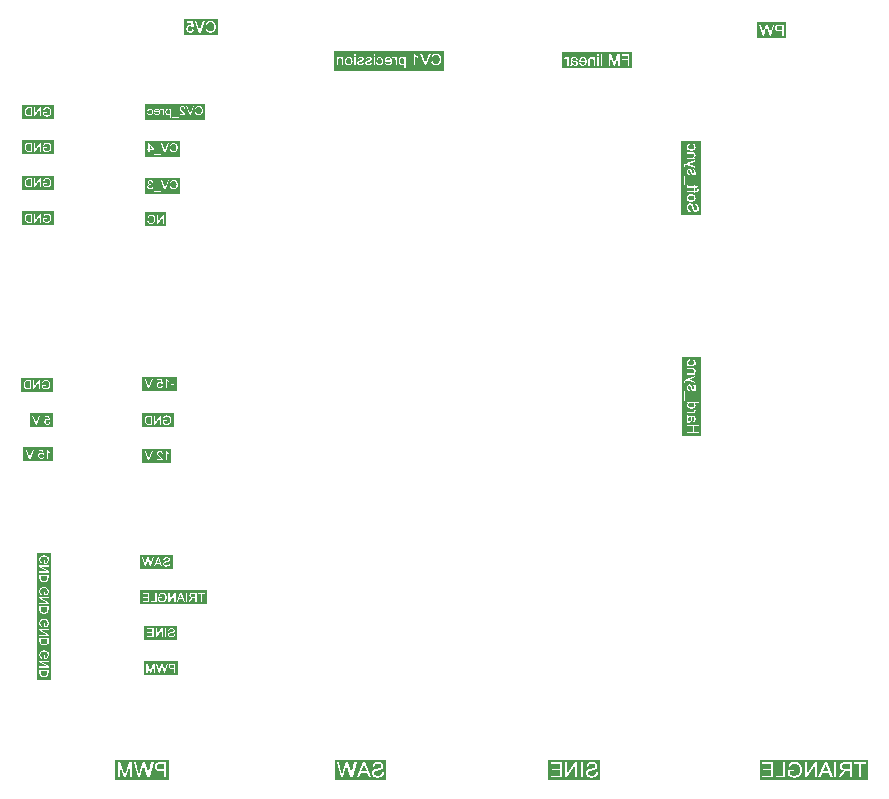
<source format=gbr>
%TF.GenerationSoftware,Altium Limited,Altium Designer,23.5.1 (21)*%
G04 Layer_Color=10079487*
%FSLAX45Y45*%
%MOMM*%
%TF.SameCoordinates,33354463-9AA4-47E1-AEF5-84200F0A8FA4*%
%TF.FilePolarity,Positive*%
%TF.FileFunction,Legend,Bot*%
%TF.Part,Single*%
G01*
G75*
G36*
X4363164Y7977870D02*
X3436835D01*
Y8142131D01*
X4363164D01*
Y7977870D01*
D02*
G37*
G36*
X2454399Y8280351D02*
X2165600D01*
Y8419649D01*
X2454399D01*
Y8280351D01*
D02*
G37*
G36*
X7262071Y8252015D02*
X7017929D01*
Y8387985D01*
X7262071D01*
Y8252015D01*
D02*
G37*
G36*
X5955010Y8001253D02*
X5364990D01*
Y8138748D01*
X5955010D01*
Y8001253D01*
D02*
G37*
G36*
X6542893Y7382718D02*
Y6760800D01*
X6377107D01*
Y7382718D01*
X6542893D01*
D02*
G37*
G36*
X6542061Y5556363D02*
Y4887154D01*
X6377939D01*
Y5556363D01*
X6542061D01*
D02*
G37*
G36*
X7960788Y1973711D02*
X7039212D01*
Y2146289D01*
X7960788D01*
Y1973711D01*
D02*
G37*
G36*
X2035071Y1975933D02*
X1584929D01*
Y2144067D01*
X2035071D01*
Y1975933D01*
D02*
G37*
G36*
X3878868Y1973711D02*
X3441132D01*
Y2146289D01*
X3878868D01*
Y1973711D01*
D02*
G37*
G36*
X5690072D02*
X5249928D01*
Y2146289D01*
X5690072D01*
Y1973711D01*
D02*
G37*
G36*
X2345538Y7560272D02*
X1834462D01*
Y7699727D01*
X2345538D01*
Y7560272D01*
D02*
G37*
G36*
X2132422Y7246949D02*
X1834462D01*
Y7386404D01*
X2132422D01*
Y7246949D01*
D02*
G37*
G36*
X2132754Y6933626D02*
X1834462D01*
Y7073081D01*
X2132754D01*
Y6933626D01*
D02*
G37*
G36*
X2016984Y6660263D02*
X1834462D01*
Y6779737D01*
X2016984D01*
Y6660263D01*
D02*
G37*
G36*
X1063551Y7270269D02*
X796450D01*
Y7389744D01*
X1063551D01*
Y7270269D01*
D02*
G37*
G36*
Y6670263D02*
X796450D01*
Y6789737D01*
X1063551D01*
Y6670263D01*
D02*
G37*
G36*
Y6970266D02*
X796450D01*
Y7089741D01*
X1063551D01*
Y6970266D01*
D02*
G37*
G36*
Y7570273D02*
X796450D01*
Y7689747D01*
X1063551D01*
Y7570273D01*
D02*
G37*
G36*
X2078243Y4960263D02*
X1811142D01*
Y5079737D01*
X2078243D01*
Y4960263D01*
D02*
G37*
G36*
X1054172Y5260263D02*
X787070D01*
Y5379737D01*
X1054172D01*
Y5260263D01*
D02*
G37*
G36*
Y4960929D02*
X858331D01*
Y5079071D01*
X1054172D01*
Y4960929D01*
D02*
G37*
G36*
X1054171Y4670762D02*
X805828D01*
Y4789238D01*
X1054171D01*
Y4670762D01*
D02*
G37*
G36*
X2059485Y4661428D02*
X1811141D01*
Y4778572D01*
X2059485D01*
Y4661428D01*
D02*
G37*
G36*
X2103551Y5270762D02*
X1811142D01*
Y5389238D01*
X2103551D01*
Y5270762D01*
D02*
G37*
G36*
X1039737Y3895974D02*
Y2824026D01*
X920263D01*
Y3895974D01*
X1039737D01*
D02*
G37*
G36*
X2069212Y3760263D02*
X1790788D01*
Y3879737D01*
X2069212D01*
Y3760263D01*
D02*
G37*
G36*
X2364230Y3460263D02*
X1795769D01*
Y3579737D01*
X2364230D01*
Y3460263D01*
D02*
G37*
G36*
X2109933Y3160263D02*
X1830067D01*
Y3279737D01*
X2109933D01*
Y3160263D01*
D02*
G37*
G36*
X2112930Y2861595D02*
X1827070D01*
Y2978405D01*
X2112930D01*
Y2861595D01*
D02*
G37*
%LPC*%
G36*
X3781771Y8120466D02*
X3769983D01*
Y8107014D01*
X3781771D01*
Y8120466D01*
D02*
G37*
G36*
X3617708D02*
X3605920D01*
Y8107014D01*
X3617708D01*
Y8120466D01*
D02*
G37*
G36*
X4121270Y8120882D02*
X4113642D01*
Y8024497D01*
X4125430D01*
Y8099525D01*
X4125569Y8099386D01*
X4126263Y8098832D01*
X4127095Y8098000D01*
X4128481Y8097029D01*
X4130007Y8095781D01*
X4131949Y8094394D01*
X4134168Y8092868D01*
X4136664Y8091343D01*
X4136802D01*
X4136941Y8091204D01*
X4137773Y8090649D01*
X4139160Y8089956D01*
X4140824Y8089124D01*
X4142766Y8088153D01*
X4144846Y8087182D01*
X4146926Y8086211D01*
X4149007Y8085379D01*
Y8096751D01*
X4148868D01*
X4148591Y8097029D01*
X4148036Y8097167D01*
X4147342Y8097584D01*
X4146510Y8098000D01*
X4145540Y8098554D01*
X4143182Y8099941D01*
X4140408Y8101467D01*
X4137635Y8103408D01*
X4134722Y8105627D01*
X4131810Y8107985D01*
X4131671Y8108123D01*
X4131533Y8108262D01*
X4131116Y8108678D01*
X4130562Y8109094D01*
X4129314Y8110481D01*
X4127649Y8112145D01*
X4125985Y8114087D01*
X4124182Y8116306D01*
X4122657Y8118525D01*
X4121270Y8120882D01*
D02*
G37*
G36*
X4252604Y8120466D02*
X4238735D01*
X4213772Y8050708D01*
Y8050570D01*
X4213633Y8050292D01*
X4213495Y8049876D01*
X4213217Y8049321D01*
X4213079Y8048489D01*
X4212801Y8047657D01*
X4212108Y8045577D01*
X4211276Y8043219D01*
X4210444Y8040584D01*
X4208779Y8035037D01*
Y8035176D01*
X4208641Y8035453D01*
X4208502Y8035869D01*
X4208363Y8036424D01*
X4207947Y8037949D01*
X4207254Y8040030D01*
X4206561Y8042387D01*
X4205728Y8045022D01*
X4204758Y8047796D01*
X4203648Y8050708D01*
X4177576Y8120466D01*
X4164678D01*
X4202123Y8024497D01*
X4215436D01*
X4252604Y8120466D01*
D02*
G37*
G36*
X4297953Y8122131D02*
X4296566D01*
X4295596Y8121992D01*
X4294348Y8121853D01*
X4292822Y8121715D01*
X4291296Y8121576D01*
X4289494Y8121160D01*
X4285749Y8120328D01*
X4281589Y8119080D01*
X4279508Y8118247D01*
X4277567Y8117277D01*
X4275625Y8116028D01*
X4273684Y8114780D01*
X4273545Y8114642D01*
X4273268Y8114503D01*
X4272713Y8114087D01*
X4272019Y8113393D01*
X4271326Y8112700D01*
X4270355Y8111729D01*
X4269384Y8110620D01*
X4268275Y8109510D01*
X4267165Y8108123D01*
X4266056Y8106459D01*
X4264808Y8104795D01*
X4263698Y8102992D01*
X4262728Y8100912D01*
X4261618Y8098832D01*
X4260786Y8096613D01*
X4259954Y8094116D01*
X4272435Y8091204D01*
Y8091343D01*
X4272574Y8091620D01*
X4272851Y8092175D01*
X4273129Y8092868D01*
X4273406Y8093700D01*
X4273822Y8094810D01*
X4274932Y8097029D01*
X4276319Y8099525D01*
X4277983Y8102021D01*
X4280063Y8104379D01*
X4282282Y8106459D01*
X4282559Y8106737D01*
X4283391Y8107291D01*
X4284778Y8107985D01*
X4286581Y8108956D01*
X4288939Y8109788D01*
X4291574Y8110620D01*
X4294764Y8111175D01*
X4298231Y8111313D01*
X4299340D01*
X4300034Y8111175D01*
X4301004D01*
X4302114Y8111036D01*
X4304749Y8110620D01*
X4307661Y8110065D01*
X4310712Y8109094D01*
X4313902Y8107707D01*
X4316814Y8105905D01*
X4316953D01*
X4317092Y8105627D01*
X4318062Y8104934D01*
X4319311Y8103824D01*
X4320836Y8102160D01*
X4322639Y8100080D01*
X4324303Y8097722D01*
X4325829Y8094810D01*
X4327216Y8091620D01*
Y8091481D01*
X4327354Y8091204D01*
X4327493Y8090788D01*
X4327632Y8090095D01*
X4327909Y8089262D01*
X4328186Y8088292D01*
X4328602Y8085934D01*
X4329157Y8083160D01*
X4329712Y8080109D01*
X4329989Y8076781D01*
X4330128Y8073175D01*
Y8073036D01*
Y8072620D01*
Y8071927D01*
Y8071095D01*
X4329989Y8070124D01*
Y8068876D01*
X4329851Y8067489D01*
X4329712Y8065964D01*
X4329296Y8062635D01*
X4328602Y8059029D01*
X4327770Y8055424D01*
X4326661Y8051818D01*
Y8051679D01*
X4326522Y8051402D01*
X4326245Y8050986D01*
X4325967Y8050292D01*
X4325135Y8048628D01*
X4323887Y8046686D01*
X4322362Y8044468D01*
X4320420Y8042110D01*
X4318201Y8040030D01*
X4315566Y8038088D01*
X4315427D01*
X4315150Y8037949D01*
X4314734Y8037672D01*
X4314179Y8037395D01*
X4313486Y8037117D01*
X4312654Y8036701D01*
X4310712Y8035869D01*
X4308216Y8035037D01*
X4305442Y8034344D01*
X4302391Y8033789D01*
X4299201Y8033650D01*
X4298231D01*
X4297399Y8033789D01*
X4296428D01*
X4295457Y8033928D01*
X4292961Y8034482D01*
X4290048Y8035176D01*
X4287136Y8036285D01*
X4284085Y8037811D01*
X4282559Y8038643D01*
X4281173Y8039752D01*
X4281034Y8039891D01*
X4280895Y8040030D01*
X4280479Y8040446D01*
X4279924Y8040862D01*
X4279370Y8041555D01*
X4278676Y8042387D01*
X4277844Y8043219D01*
X4277151Y8044329D01*
X4276319Y8045577D01*
X4275348Y8046964D01*
X4274516Y8048351D01*
X4273684Y8050015D01*
X4272990Y8051818D01*
X4272297Y8053759D01*
X4271603Y8055840D01*
X4271049Y8058059D01*
X4258290Y8054869D01*
Y8054730D01*
X4258428Y8054175D01*
X4258706Y8053343D01*
X4259122Y8052234D01*
X4259538Y8050986D01*
X4260093Y8049460D01*
X4260786Y8047796D01*
X4261618Y8045993D01*
X4263560Y8042110D01*
X4266056Y8038227D01*
X4267582Y8036285D01*
X4269107Y8034344D01*
X4270771Y8032679D01*
X4272713Y8031015D01*
X4272851Y8030876D01*
X4273129Y8030599D01*
X4273822Y8030322D01*
X4274516Y8029767D01*
X4275625Y8029074D01*
X4276735Y8028380D01*
X4278260Y8027687D01*
X4279786Y8026993D01*
X4281589Y8026161D01*
X4283530Y8025468D01*
X4285610Y8024774D01*
X4287829Y8024081D01*
X4290187Y8023526D01*
X4292683Y8023249D01*
X4295318Y8022972D01*
X4298092Y8022833D01*
X4299618D01*
X4300727Y8022972D01*
X4301975D01*
X4303501Y8023110D01*
X4305165Y8023388D01*
X4307106Y8023665D01*
X4311128Y8024358D01*
X4315289Y8025468D01*
X4319449Y8026993D01*
X4321391Y8027964D01*
X4323332Y8029074D01*
X4323471Y8029212D01*
X4323749Y8029351D01*
X4324303Y8029767D01*
X4324858Y8030322D01*
X4325690Y8030876D01*
X4326661Y8031709D01*
X4327770Y8032679D01*
X4328880Y8033789D01*
X4329989Y8035037D01*
X4331237Y8036285D01*
X4333734Y8039475D01*
X4336091Y8043219D01*
X4338172Y8047380D01*
Y8047519D01*
X4338449Y8047935D01*
X4338588Y8048628D01*
X4339004Y8049460D01*
X4339281Y8050570D01*
X4339697Y8051956D01*
X4340252Y8053482D01*
X4340668Y8055146D01*
X4341084Y8056949D01*
X4341639Y8059029D01*
X4342332Y8063329D01*
X4342887Y8068182D01*
X4343164Y8073175D01*
Y8074701D01*
X4343026Y8075671D01*
Y8077058D01*
X4342887Y8078445D01*
X4342748Y8080248D01*
X4342471Y8082051D01*
X4341777Y8086073D01*
X4340807Y8090511D01*
X4339420Y8094949D01*
X4337478Y8099248D01*
X4337340Y8099386D01*
X4337201Y8099802D01*
X4336924Y8100357D01*
X4336369Y8101051D01*
X4335814Y8102021D01*
X4335121Y8103131D01*
X4333318Y8105627D01*
X4330960Y8108401D01*
X4328186Y8111175D01*
X4324997Y8113948D01*
X4321252Y8116306D01*
X4321114Y8116445D01*
X4320697Y8116583D01*
X4320143Y8116861D01*
X4319449Y8117277D01*
X4318340Y8117693D01*
X4317230Y8118109D01*
X4315844Y8118663D01*
X4314318Y8119218D01*
X4312654Y8119773D01*
X4310851Y8120328D01*
X4306968Y8121160D01*
X4302530Y8121853D01*
X4297953Y8122131D01*
D02*
G37*
G36*
X3895076Y8095642D02*
X3893689D01*
X3892719Y8095503D01*
X3891609Y8095365D01*
X3890222Y8095087D01*
X3888697Y8094810D01*
X3886894Y8094394D01*
X3885230Y8093978D01*
X3883288Y8093284D01*
X3881485Y8092591D01*
X3879544Y8091620D01*
X3877602Y8090511D01*
X3875661Y8089262D01*
X3873858Y8087737D01*
X3872193Y8086073D01*
X3872055Y8085934D01*
X3871777Y8085657D01*
X3871361Y8085102D01*
X3870807Y8084270D01*
X3870113Y8083299D01*
X3869420Y8082190D01*
X3868588Y8080803D01*
X3867756Y8079139D01*
X3866923Y8077336D01*
X3866091Y8075394D01*
X3865398Y8073175D01*
X3864704Y8070817D01*
X3864150Y8068182D01*
X3863734Y8065409D01*
X3863456Y8062496D01*
X3863318Y8059307D01*
Y8057643D01*
X3863456Y8056256D01*
X3915463D01*
Y8056117D01*
Y8055701D01*
X3915324Y8055146D01*
Y8054314D01*
X3915185Y8053343D01*
X3914908Y8052234D01*
X3914492Y8049738D01*
X3913660Y8046964D01*
X3912550Y8043913D01*
X3911025Y8041139D01*
X3909083Y8038643D01*
X3908945D01*
X3908806Y8038365D01*
X3907974Y8037672D01*
X3906726Y8036701D01*
X3905062Y8035730D01*
X3902843Y8034621D01*
X3900346Y8033650D01*
X3897573Y8032957D01*
X3896047Y8032818D01*
X3894383Y8032679D01*
X3893273D01*
X3892025Y8032818D01*
X3890500Y8033095D01*
X3888836Y8033511D01*
X3886894Y8034066D01*
X3885091Y8034898D01*
X3883288Y8036008D01*
X3883149Y8036146D01*
X3882456Y8036701D01*
X3881624Y8037533D01*
X3880653Y8038643D01*
X3879544Y8040168D01*
X3878296Y8042110D01*
X3877047Y8044329D01*
X3875938Y8046964D01*
X3863734Y8045438D01*
Y8045300D01*
X3863872Y8045022D01*
X3864011Y8044468D01*
X3864288Y8043635D01*
X3864704Y8042803D01*
X3865121Y8041694D01*
X3866230Y8039336D01*
X3867617Y8036701D01*
X3869558Y8033928D01*
X3871777Y8031293D01*
X3874551Y8028796D01*
X3874690D01*
X3874967Y8028519D01*
X3875383Y8028242D01*
X3875938Y8027825D01*
X3876770Y8027409D01*
X3877602Y8026993D01*
X3878712Y8026439D01*
X3879960Y8025884D01*
X3881347Y8025329D01*
X3882733Y8024774D01*
X3886201Y8023942D01*
X3890084Y8023249D01*
X3894383Y8022972D01*
X3895908D01*
X3896879Y8023110D01*
X3898127Y8023249D01*
X3899653Y8023526D01*
X3901317Y8023804D01*
X3903120Y8024081D01*
X3907003Y8025190D01*
X3909083Y8026023D01*
X3911025Y8026855D01*
X3913105Y8027964D01*
X3915047Y8029212D01*
X3916850Y8030599D01*
X3918653Y8032263D01*
X3918791Y8032402D01*
X3919069Y8032679D01*
X3919485Y8033234D01*
X3920039Y8034066D01*
X3920733Y8035037D01*
X3921426Y8036146D01*
X3922258Y8037533D01*
X3923090Y8039059D01*
X3923923Y8040862D01*
X3924755Y8042803D01*
X3925448Y8045022D01*
X3926141Y8047380D01*
X3926696Y8049876D01*
X3927112Y8052650D01*
X3927390Y8055562D01*
X3927528Y8058613D01*
Y8060278D01*
X3927390Y8061526D01*
X3927251Y8063051D01*
X3927112Y8064715D01*
X3926835Y8066657D01*
X3926419Y8068599D01*
X3925309Y8073036D01*
X3924616Y8075255D01*
X3923784Y8077613D01*
X3922674Y8079832D01*
X3921426Y8081912D01*
X3920039Y8083992D01*
X3918514Y8085934D01*
X3918375Y8086073D01*
X3918098Y8086350D01*
X3917543Y8086766D01*
X3916850Y8087460D01*
X3916018Y8088153D01*
X3914908Y8088985D01*
X3913660Y8089956D01*
X3912134Y8090788D01*
X3910609Y8091759D01*
X3908806Y8092591D01*
X3906864Y8093423D01*
X3904784Y8094116D01*
X3902565Y8094810D01*
X3900208Y8095226D01*
X3897711Y8095503D01*
X3895076Y8095642D01*
D02*
G37*
G36*
X3820742D02*
X3819632D01*
X3818800Y8095503D01*
X3817968D01*
X3816859Y8095365D01*
X3814224Y8094949D01*
X3811311Y8094255D01*
X3808260Y8093146D01*
X3805209Y8091759D01*
X3802297Y8089817D01*
X3802158D01*
X3802019Y8089540D01*
X3801187Y8088708D01*
X3799939Y8087460D01*
X3798414Y8085657D01*
X3796888Y8083438D01*
X3795362Y8080664D01*
X3793976Y8077474D01*
X3793005Y8073730D01*
X3804516Y8071927D01*
Y8072066D01*
X3804654Y8072204D01*
X3804793Y8073036D01*
X3805209Y8074285D01*
X3805902Y8075810D01*
X3806596Y8077474D01*
X3807705Y8079277D01*
X3808954Y8080941D01*
X3810340Y8082328D01*
X3810479Y8082467D01*
X3811034Y8082883D01*
X3812005Y8083438D01*
X3813114Y8084131D01*
X3814640Y8084825D01*
X3816304Y8085379D01*
X3818245Y8085795D01*
X3820326Y8085934D01*
X3821158D01*
X3821851Y8085795D01*
X3823377Y8085657D01*
X3825457Y8085102D01*
X3827676Y8084409D01*
X3830172Y8083299D01*
X3832530Y8081635D01*
X3833639Y8080664D01*
X3834749Y8079555D01*
Y8079416D01*
X3835026Y8079277D01*
X3835303Y8078861D01*
X3835581Y8078306D01*
X3835997Y8077613D01*
X3836552Y8076781D01*
X3836968Y8075810D01*
X3837522Y8074701D01*
X3838077Y8073314D01*
X3838493Y8071788D01*
X3839048Y8070124D01*
X3839464Y8068321D01*
X3839741Y8066380D01*
X3840019Y8064161D01*
X3840296Y8061803D01*
Y8059307D01*
Y8059168D01*
Y8058752D01*
Y8057920D01*
X3840157Y8057088D01*
Y8055840D01*
X3840019Y8054591D01*
X3839603Y8051540D01*
X3839048Y8048212D01*
X3838077Y8044745D01*
X3836829Y8041694D01*
X3835997Y8040168D01*
X3835026Y8038920D01*
X3834749Y8038643D01*
X3834055Y8037949D01*
X3832807Y8036979D01*
X3831282Y8035869D01*
X3829201Y8034621D01*
X3826844Y8033650D01*
X3824070Y8032957D01*
X3822545Y8032818D01*
X3821019Y8032679D01*
X3820742D01*
X3819910Y8032818D01*
X3818523Y8032957D01*
X3816997Y8033234D01*
X3815194Y8033650D01*
X3813253Y8034482D01*
X3811311Y8035453D01*
X3809508Y8036840D01*
X3809231Y8036979D01*
X3808815Y8037672D01*
X3807983Y8038643D01*
X3807012Y8040168D01*
X3806041Y8041971D01*
X3804932Y8044190D01*
X3804100Y8046964D01*
X3803545Y8050015D01*
X3791895Y8048489D01*
Y8048351D01*
X3792034Y8047935D01*
X3792173Y8047380D01*
X3792311Y8046548D01*
X3792589Y8045438D01*
X3792866Y8044329D01*
X3793837Y8041555D01*
X3795085Y8038643D01*
X3796888Y8035453D01*
X3799107Y8032402D01*
X3800355Y8031015D01*
X3801742Y8029628D01*
X3801881Y8029490D01*
X3802158Y8029351D01*
X3802574Y8029074D01*
X3803129Y8028658D01*
X3803822Y8028103D01*
X3804793Y8027548D01*
X3805902Y8026993D01*
X3807012Y8026300D01*
X3809786Y8025052D01*
X3813114Y8024081D01*
X3816720Y8023249D01*
X3818800Y8023110D01*
X3820880Y8022972D01*
X3822267D01*
X3823238Y8023110D01*
X3824486Y8023249D01*
X3825873Y8023526D01*
X3827398Y8023804D01*
X3829063Y8024081D01*
X3832807Y8025190D01*
X3834610Y8026023D01*
X3836552Y8026855D01*
X3838493Y8027964D01*
X3840296Y8029212D01*
X3842099Y8030599D01*
X3843763Y8032263D01*
X3843902Y8032402D01*
X3844179Y8032679D01*
X3844595Y8033234D01*
X3845150Y8033928D01*
X3845705Y8034898D01*
X3846537Y8036146D01*
X3847230Y8037533D01*
X3848062Y8039059D01*
X3848895Y8040862D01*
X3849588Y8042942D01*
X3850420Y8045022D01*
X3850975Y8047519D01*
X3851530Y8050015D01*
X3851946Y8052927D01*
X3852223Y8055840D01*
X3852362Y8059029D01*
Y8060971D01*
X3852223Y8061942D01*
Y8063051D01*
X3852084Y8064299D01*
X3851946Y8065686D01*
X3851530Y8068737D01*
X3850836Y8072066D01*
X3850004Y8075394D01*
X3848756Y8078722D01*
Y8078861D01*
X3848617Y8079139D01*
X3848340Y8079555D01*
X3848062Y8080109D01*
X3847230Y8081635D01*
X3845982Y8083438D01*
X3844318Y8085518D01*
X3842376Y8087598D01*
X3840019Y8089679D01*
X3837384Y8091343D01*
X3837245D01*
X3836968Y8091481D01*
X3836552Y8091759D01*
X3835997Y8092036D01*
X3835303Y8092314D01*
X3834471Y8092730D01*
X3832391Y8093562D01*
X3830033Y8094255D01*
X3827121Y8094949D01*
X3824070Y8095503D01*
X3820742Y8095642D01*
D02*
G37*
G36*
X3942645D02*
X3941674D01*
X3940426Y8095503D01*
X3938900Y8095226D01*
X3937098Y8094671D01*
X3935156Y8093978D01*
X3932937Y8093007D01*
X3930579Y8091759D01*
X3934879Y8080941D01*
X3935017Y8081080D01*
X3935572Y8081357D01*
X3936404Y8081774D01*
X3937514Y8082190D01*
X3938762Y8082606D01*
X3940287Y8083022D01*
X3941813Y8083299D01*
X3943338Y8083438D01*
X3944032D01*
X3944725Y8083299D01*
X3945696Y8083160D01*
X3946667Y8082883D01*
X3947915Y8082467D01*
X3949163Y8081912D01*
X3950273Y8081080D01*
X3950411Y8080941D01*
X3950827Y8080664D01*
X3951243Y8080109D01*
X3951937Y8079416D01*
X3952630Y8078445D01*
X3953324Y8077336D01*
X3954017Y8076087D01*
X3954572Y8074562D01*
X3954710Y8074285D01*
X3954849Y8073452D01*
X3955126Y8072204D01*
X3955543Y8070540D01*
X3955959Y8068460D01*
X3956236Y8066102D01*
X3956375Y8063606D01*
X3956513Y8060832D01*
Y8024497D01*
X3968301D01*
Y8094116D01*
X3957623D01*
Y8083576D01*
X3957484Y8083715D01*
X3956929Y8084686D01*
X3956236Y8085934D01*
X3955126Y8087460D01*
X3954017Y8088985D01*
X3952769Y8090649D01*
X3951521Y8092036D01*
X3950273Y8093146D01*
X3950134Y8093284D01*
X3949718Y8093562D01*
X3948886Y8093978D01*
X3948054Y8094394D01*
X3946944Y8094810D01*
X3945557Y8095226D01*
X3944170Y8095503D01*
X3942645Y8095642D01*
D02*
G37*
G36*
X3781771Y8094116D02*
X3769983D01*
Y8024497D01*
X3781771D01*
Y8094116D01*
D02*
G37*
G36*
X3617708D02*
X3605920D01*
Y8024497D01*
X3617708D01*
Y8094116D01*
D02*
G37*
G36*
X3480688Y8095642D02*
X3479579D01*
X3478470Y8095503D01*
X3476944Y8095365D01*
X3475141Y8095087D01*
X3473200Y8094671D01*
X3471119Y8094116D01*
X3469178Y8093284D01*
X3468900Y8093146D01*
X3468346Y8092868D01*
X3467375Y8092452D01*
X3466265Y8091759D01*
X3464879Y8090927D01*
X3463630Y8089817D01*
X3462382Y8088708D01*
X3461273Y8087321D01*
X3461134Y8087182D01*
X3460857Y8086627D01*
X3460441Y8085934D01*
X3459747Y8084963D01*
X3459192Y8083576D01*
X3458638Y8082190D01*
X3457944Y8080525D01*
X3457528Y8078722D01*
Y8078584D01*
X3457390Y8078029D01*
X3457251Y8077197D01*
X3457112Y8076087D01*
Y8074423D01*
X3456974Y8072482D01*
X3456835Y8070124D01*
Y8024497D01*
X3468623D01*
Y8066657D01*
Y8066796D01*
Y8066934D01*
Y8067905D01*
Y8069153D01*
X3468762Y8070679D01*
X3468900Y8072482D01*
X3469178Y8074285D01*
X3469594Y8075949D01*
X3470010Y8077474D01*
Y8077613D01*
X3470287Y8078029D01*
X3470703Y8078722D01*
X3471119Y8079555D01*
X3471813Y8080387D01*
X3472645Y8081357D01*
X3473754Y8082328D01*
X3475002Y8083160D01*
X3475141Y8083299D01*
X3475557Y8083576D01*
X3476389Y8083854D01*
X3477360Y8084270D01*
X3478470Y8084686D01*
X3479856Y8085102D01*
X3481521Y8085241D01*
X3483185Y8085379D01*
X3483878D01*
X3484433Y8085241D01*
X3485820Y8085102D01*
X3487623Y8084825D01*
X3489564Y8084131D01*
X3491783Y8083299D01*
X3494002Y8082190D01*
X3496082Y8080525D01*
X3496360Y8080248D01*
X3496915Y8079555D01*
X3497331Y8079000D01*
X3497747Y8078306D01*
X3498301Y8077474D01*
X3498717Y8076504D01*
X3499272Y8075394D01*
X3499827Y8074007D01*
X3500243Y8072482D01*
X3500659Y8070817D01*
X3500936Y8069015D01*
X3501214Y8067073D01*
X3501491Y8064715D01*
Y8062358D01*
Y8024497D01*
X3513279D01*
Y8094116D01*
X3502739D01*
Y8084131D01*
X3502601Y8084270D01*
X3502323Y8084686D01*
X3501907Y8085241D01*
X3501352Y8085934D01*
X3500520Y8086766D01*
X3499550Y8087737D01*
X3498440Y8088846D01*
X3497053Y8089956D01*
X3495666Y8090927D01*
X3494002Y8092036D01*
X3492199Y8093007D01*
X3490258Y8093839D01*
X3488039Y8094532D01*
X3485820Y8095087D01*
X3483323Y8095503D01*
X3480688Y8095642D01*
D02*
G37*
G36*
X3731152D02*
X3727823D01*
X3726298Y8095503D01*
X3724218Y8095365D01*
X3721999Y8095087D01*
X3719641Y8094532D01*
X3717145Y8093978D01*
X3714787Y8093146D01*
X3714648D01*
X3714510Y8093007D01*
X3713816Y8092730D01*
X3712707Y8092175D01*
X3711320Y8091481D01*
X3709794Y8090511D01*
X3708269Y8089401D01*
X3706882Y8088153D01*
X3705634Y8086766D01*
X3705495Y8086627D01*
X3705218Y8086073D01*
X3704663Y8085102D01*
X3703970Y8083992D01*
X3703276Y8082328D01*
X3702583Y8080525D01*
X3702028Y8078445D01*
X3701473Y8076087D01*
X3712984Y8074562D01*
Y8074839D01*
X3713123Y8075394D01*
X3713400Y8076365D01*
X3713816Y8077613D01*
X3714510Y8078861D01*
X3715342Y8080248D01*
X3716313Y8081635D01*
X3717699Y8082883D01*
X3717838Y8083022D01*
X3718393Y8083299D01*
X3719225Y8083854D01*
X3720473Y8084409D01*
X3721860Y8084963D01*
X3723663Y8085518D01*
X3725882Y8085795D01*
X3728239Y8085934D01*
X3729626D01*
X3731013Y8085795D01*
X3732816Y8085657D01*
X3734619Y8085241D01*
X3736560Y8084825D01*
X3738363Y8084131D01*
X3739889Y8083160D01*
X3740028Y8083022D01*
X3740444Y8082744D01*
X3740998Y8082190D01*
X3741553Y8081357D01*
X3742247Y8080525D01*
X3742801Y8079416D01*
X3743217Y8078168D01*
X3743356Y8076920D01*
Y8076781D01*
Y8076504D01*
X3743217Y8076087D01*
Y8075533D01*
X3742801Y8074146D01*
X3741969Y8072759D01*
X3741830Y8072620D01*
X3741692Y8072482D01*
X3741414Y8072066D01*
X3740860Y8071650D01*
X3740305Y8071234D01*
X3739473Y8070679D01*
X3738502Y8070263D01*
X3737393Y8069708D01*
X3737254D01*
X3736977Y8069569D01*
X3736422Y8069431D01*
X3735451Y8069015D01*
X3734064Y8068599D01*
X3732261Y8068182D01*
X3731152Y8067766D01*
X3729904Y8067489D01*
X3728517Y8067073D01*
X3726991Y8066657D01*
X3726853D01*
X3726437Y8066518D01*
X3725743Y8066380D01*
X3724911Y8066102D01*
X3723940Y8065825D01*
X3722692Y8065547D01*
X3720057Y8064715D01*
X3717145Y8063883D01*
X3714232Y8062913D01*
X3711597Y8061942D01*
X3710488Y8061526D01*
X3709517Y8061110D01*
X3709240Y8060971D01*
X3708685Y8060694D01*
X3707853Y8060278D01*
X3706605Y8059584D01*
X3705357Y8058752D01*
X3704108Y8057643D01*
X3702860Y8056394D01*
X3701751Y8055008D01*
X3701612Y8054869D01*
X3701335Y8054314D01*
X3700780Y8053482D01*
X3700225Y8052234D01*
X3699809Y8050708D01*
X3699254Y8049044D01*
X3698977Y8047103D01*
X3698838Y8044884D01*
Y8043913D01*
X3698977Y8042803D01*
X3699254Y8041278D01*
X3699671Y8039614D01*
X3700364Y8037811D01*
X3701196Y8035730D01*
X3702306Y8033789D01*
X3702444Y8033511D01*
X3702999Y8032957D01*
X3703692Y8031986D01*
X3704802Y8030876D01*
X3706327Y8029628D01*
X3707992Y8028242D01*
X3709933Y8026993D01*
X3712291Y8025745D01*
X3712429D01*
X3712568Y8025607D01*
X3713400Y8025329D01*
X3714787Y8024913D01*
X3716590Y8024358D01*
X3718809Y8023804D01*
X3721305Y8023388D01*
X3723940Y8023110D01*
X3726991Y8022972D01*
X3728239D01*
X3729210Y8023110D01*
X3730320D01*
X3731707Y8023249D01*
X3733093Y8023388D01*
X3734619Y8023665D01*
X3737947Y8024358D01*
X3741414Y8025329D01*
X3744743Y8026716D01*
X3746268Y8027548D01*
X3747655Y8028519D01*
X3747794Y8028658D01*
X3747933Y8028796D01*
X3748765Y8029628D01*
X3750013Y8030876D01*
X3751400Y8032818D01*
X3752925Y8035176D01*
X3754451Y8037949D01*
X3755699Y8041416D01*
X3756670Y8045300D01*
X3745020Y8047103D01*
Y8046964D01*
Y8046825D01*
X3744743Y8045993D01*
X3744465Y8044606D01*
X3743911Y8043081D01*
X3743217Y8041416D01*
X3742385Y8039614D01*
X3741137Y8037811D01*
X3739612Y8036285D01*
X3739334Y8036146D01*
X3738779Y8035730D01*
X3737670Y8035176D01*
X3736283Y8034482D01*
X3734480Y8033789D01*
X3732400Y8033234D01*
X3729904Y8032818D01*
X3726991Y8032679D01*
X3725604D01*
X3724218Y8032818D01*
X3722415Y8033095D01*
X3720473Y8033511D01*
X3718393Y8034066D01*
X3716590Y8034760D01*
X3714926Y8035869D01*
X3714787Y8036008D01*
X3714232Y8036424D01*
X3713678Y8037117D01*
X3712846Y8038088D01*
X3712152Y8039198D01*
X3711459Y8040584D01*
X3711043Y8041971D01*
X3710904Y8043635D01*
Y8043774D01*
Y8044329D01*
X3711043Y8045022D01*
X3711320Y8045993D01*
X3711736Y8046964D01*
X3712429Y8047935D01*
X3713262Y8049044D01*
X3714510Y8049876D01*
X3714648Y8050015D01*
X3715064Y8050154D01*
X3715758Y8050570D01*
X3716867Y8050986D01*
X3718532Y8051540D01*
X3719502Y8051956D01*
X3720612Y8052234D01*
X3721860Y8052650D01*
X3723247Y8053066D01*
X3724772Y8053482D01*
X3726575Y8053898D01*
X3726714D01*
X3727130Y8054037D01*
X3727823Y8054175D01*
X3728655Y8054453D01*
X3729765Y8054730D01*
X3731013Y8055146D01*
X3733648Y8055840D01*
X3736699Y8056810D01*
X3739612Y8057643D01*
X3742385Y8058613D01*
X3743633Y8059168D01*
X3744604Y8059584D01*
X3744882Y8059723D01*
X3745436Y8060000D01*
X3746268Y8060555D01*
X3747378Y8061248D01*
X3748626Y8062219D01*
X3749874Y8063329D01*
X3751122Y8064577D01*
X3752232Y8066102D01*
X3752370Y8066241D01*
X3752648Y8066796D01*
X3753064Y8067766D01*
X3753480Y8068876D01*
X3753896Y8070263D01*
X3754312Y8071927D01*
X3754589Y8073591D01*
X3754728Y8075533D01*
Y8075810D01*
Y8076365D01*
X3754589Y8077197D01*
X3754451Y8078445D01*
X3754173Y8079693D01*
X3753896Y8081219D01*
X3753341Y8082606D01*
X3752648Y8084131D01*
X3752509Y8084270D01*
X3752232Y8084825D01*
X3751816Y8085518D01*
X3751122Y8086489D01*
X3750290Y8087460D01*
X3749319Y8088708D01*
X3748210Y8089817D01*
X3746823Y8090788D01*
X3746684Y8090927D01*
X3746268Y8091065D01*
X3745714Y8091481D01*
X3744882Y8091897D01*
X3743772Y8092452D01*
X3742524Y8093007D01*
X3740998Y8093562D01*
X3739334Y8094116D01*
X3739057Y8094255D01*
X3738502Y8094394D01*
X3737531Y8094671D01*
X3736283Y8094949D01*
X3734758Y8095226D01*
X3733093Y8095365D01*
X3731152Y8095642D01*
D02*
G37*
G36*
X3664029D02*
X3660700D01*
X3659175Y8095503D01*
X3657095Y8095365D01*
X3654876Y8095087D01*
X3652518Y8094532D01*
X3650022Y8093978D01*
X3647664Y8093146D01*
X3647525D01*
X3647387Y8093007D01*
X3646693Y8092730D01*
X3645584Y8092175D01*
X3644197Y8091481D01*
X3642671Y8090511D01*
X3641146Y8089401D01*
X3639759Y8088153D01*
X3638511Y8086766D01*
X3638372Y8086627D01*
X3638095Y8086073D01*
X3637540Y8085102D01*
X3636847Y8083992D01*
X3636153Y8082328D01*
X3635460Y8080525D01*
X3634905Y8078445D01*
X3634350Y8076087D01*
X3645861Y8074562D01*
Y8074839D01*
X3646000Y8075394D01*
X3646277Y8076365D01*
X3646693Y8077613D01*
X3647387Y8078861D01*
X3648219Y8080248D01*
X3649190Y8081635D01*
X3650576Y8082883D01*
X3650715Y8083022D01*
X3651270Y8083299D01*
X3652102Y8083854D01*
X3653350Y8084409D01*
X3654737Y8084963D01*
X3656540Y8085518D01*
X3658759Y8085795D01*
X3661116Y8085934D01*
X3662503D01*
X3663890Y8085795D01*
X3665693Y8085657D01*
X3667496Y8085241D01*
X3669437Y8084825D01*
X3671240Y8084131D01*
X3672766Y8083160D01*
X3672905Y8083022D01*
X3673321Y8082744D01*
X3673875Y8082190D01*
X3674430Y8081357D01*
X3675123Y8080525D01*
X3675678Y8079416D01*
X3676094Y8078168D01*
X3676233Y8076920D01*
Y8076781D01*
Y8076504D01*
X3676094Y8076087D01*
Y8075533D01*
X3675678Y8074146D01*
X3674846Y8072759D01*
X3674707Y8072620D01*
X3674569Y8072482D01*
X3674291Y8072066D01*
X3673737Y8071650D01*
X3673182Y8071234D01*
X3672350Y8070679D01*
X3671379Y8070263D01*
X3670270Y8069708D01*
X3670131D01*
X3669853Y8069569D01*
X3669299Y8069431D01*
X3668328Y8069015D01*
X3666941Y8068599D01*
X3665138Y8068182D01*
X3664029Y8067766D01*
X3662781Y8067489D01*
X3661394Y8067073D01*
X3659868Y8066657D01*
X3659730D01*
X3659313Y8066518D01*
X3658620Y8066380D01*
X3657788Y8066102D01*
X3656817Y8065825D01*
X3655569Y8065547D01*
X3652934Y8064715D01*
X3650022Y8063883D01*
X3647109Y8062913D01*
X3644474Y8061942D01*
X3643365Y8061526D01*
X3642394Y8061110D01*
X3642117Y8060971D01*
X3641562Y8060694D01*
X3640730Y8060278D01*
X3639482Y8059584D01*
X3638234Y8058752D01*
X3636985Y8057643D01*
X3635737Y8056394D01*
X3634628Y8055008D01*
X3634489Y8054869D01*
X3634212Y8054314D01*
X3633657Y8053482D01*
X3633102Y8052234D01*
X3632686Y8050708D01*
X3632131Y8049044D01*
X3631854Y8047103D01*
X3631715Y8044884D01*
Y8043913D01*
X3631854Y8042803D01*
X3632131Y8041278D01*
X3632547Y8039614D01*
X3633241Y8037811D01*
X3634073Y8035730D01*
X3635182Y8033789D01*
X3635321Y8033511D01*
X3635876Y8032957D01*
X3636569Y8031986D01*
X3637679Y8030876D01*
X3639204Y8029628D01*
X3640869Y8028242D01*
X3642810Y8026993D01*
X3645168Y8025745D01*
X3645306D01*
X3645445Y8025607D01*
X3646277Y8025329D01*
X3647664Y8024913D01*
X3649467Y8024358D01*
X3651686Y8023804D01*
X3654182Y8023388D01*
X3656817Y8023110D01*
X3659868Y8022972D01*
X3661116D01*
X3662087Y8023110D01*
X3663197D01*
X3664583Y8023249D01*
X3665970Y8023388D01*
X3667496Y8023665D01*
X3670824Y8024358D01*
X3674291Y8025329D01*
X3677620Y8026716D01*
X3679145Y8027548D01*
X3680532Y8028519D01*
X3680671Y8028658D01*
X3680810Y8028796D01*
X3681642Y8029628D01*
X3682890Y8030876D01*
X3684277Y8032818D01*
X3685802Y8035176D01*
X3687328Y8037949D01*
X3688576Y8041416D01*
X3689547Y8045300D01*
X3677897Y8047103D01*
Y8046964D01*
Y8046825D01*
X3677620Y8045993D01*
X3677342Y8044606D01*
X3676788Y8043081D01*
X3676094Y8041416D01*
X3675262Y8039614D01*
X3674014Y8037811D01*
X3672488Y8036285D01*
X3672211Y8036146D01*
X3671656Y8035730D01*
X3670547Y8035176D01*
X3669160Y8034482D01*
X3667357Y8033789D01*
X3665277Y8033234D01*
X3662781Y8032818D01*
X3659868Y8032679D01*
X3658481D01*
X3657095Y8032818D01*
X3655292Y8033095D01*
X3653350Y8033511D01*
X3651270Y8034066D01*
X3649467Y8034760D01*
X3647803Y8035869D01*
X3647664Y8036008D01*
X3647109Y8036424D01*
X3646555Y8037117D01*
X3645722Y8038088D01*
X3645029Y8039198D01*
X3644336Y8040584D01*
X3643920Y8041971D01*
X3643781Y8043635D01*
Y8043774D01*
Y8044329D01*
X3643920Y8045022D01*
X3644197Y8045993D01*
X3644613Y8046964D01*
X3645306Y8047935D01*
X3646139Y8049044D01*
X3647387Y8049876D01*
X3647525Y8050015D01*
X3647941Y8050154D01*
X3648635Y8050570D01*
X3649744Y8050986D01*
X3651408Y8051540D01*
X3652379Y8051956D01*
X3653489Y8052234D01*
X3654737Y8052650D01*
X3656124Y8053066D01*
X3657649Y8053482D01*
X3659452Y8053898D01*
X3659591D01*
X3660007Y8054037D01*
X3660700Y8054175D01*
X3661532Y8054453D01*
X3662642Y8054730D01*
X3663890Y8055146D01*
X3666525Y8055840D01*
X3669576Y8056810D01*
X3672488Y8057643D01*
X3675262Y8058613D01*
X3676510Y8059168D01*
X3677481Y8059584D01*
X3677758Y8059723D01*
X3678313Y8060000D01*
X3679145Y8060555D01*
X3680255Y8061248D01*
X3681503Y8062219D01*
X3682751Y8063329D01*
X3683999Y8064577D01*
X3685109Y8066102D01*
X3685247Y8066241D01*
X3685525Y8066796D01*
X3685941Y8067766D01*
X3686357Y8068876D01*
X3686773Y8070263D01*
X3687189Y8071927D01*
X3687466Y8073591D01*
X3687605Y8075533D01*
Y8075810D01*
Y8076365D01*
X3687466Y8077197D01*
X3687328Y8078445D01*
X3687050Y8079693D01*
X3686773Y8081219D01*
X3686218Y8082606D01*
X3685525Y8084131D01*
X3685386Y8084270D01*
X3685109Y8084825D01*
X3684693Y8085518D01*
X3683999Y8086489D01*
X3683167Y8087460D01*
X3682196Y8088708D01*
X3681087Y8089817D01*
X3679700Y8090788D01*
X3679561Y8090927D01*
X3679145Y8091065D01*
X3678591Y8091481D01*
X3677758Y8091897D01*
X3676649Y8092452D01*
X3675401Y8093007D01*
X3673875Y8093562D01*
X3672211Y8094116D01*
X3671934Y8094255D01*
X3671379Y8094394D01*
X3670408Y8094671D01*
X3669160Y8094949D01*
X3667635Y8095226D01*
X3665970Y8095365D01*
X3664029Y8095642D01*
D02*
G37*
G36*
X3559738D02*
X3558352D01*
X3557381Y8095503D01*
X3556133Y8095365D01*
X3554746Y8095087D01*
X3553220Y8094810D01*
X3551417Y8094532D01*
X3547673Y8093284D01*
X3545731Y8092591D01*
X3543790Y8091620D01*
X3541848Y8090649D01*
X3539907Y8089262D01*
X3538104Y8087876D01*
X3536301Y8086211D01*
X3536162Y8086073D01*
X3535885Y8085795D01*
X3535469Y8085241D01*
X3534914Y8084547D01*
X3534221Y8083576D01*
X3533388Y8082328D01*
X3532556Y8080941D01*
X3531724Y8079416D01*
X3530892Y8077752D01*
X3530060Y8075671D01*
X3529228Y8073591D01*
X3528534Y8071234D01*
X3527980Y8068737D01*
X3527564Y8066102D01*
X3527286Y8063329D01*
X3527148Y8060278D01*
Y8058059D01*
X3527286Y8056949D01*
X3527425Y8055562D01*
Y8054175D01*
X3527702Y8052650D01*
X3528118Y8049183D01*
X3528951Y8045716D01*
X3529921Y8042249D01*
X3531308Y8039059D01*
Y8038920D01*
X3531447Y8038781D01*
X3531724Y8038365D01*
X3532002Y8037811D01*
X3532972Y8036424D01*
X3534221Y8034760D01*
X3535885Y8032818D01*
X3537965Y8030876D01*
X3540323Y8028935D01*
X3543096Y8027132D01*
X3543235D01*
X3543374Y8026993D01*
X3543790Y8026716D01*
X3544483Y8026439D01*
X3545177Y8026161D01*
X3546009Y8025884D01*
X3548089Y8025052D01*
X3550447Y8024358D01*
X3553359Y8023665D01*
X3556410Y8023110D01*
X3559738Y8022972D01*
X3561125D01*
X3562235Y8023110D01*
X3563483Y8023249D01*
X3564870Y8023526D01*
X3566534Y8023804D01*
X3568198Y8024081D01*
X3571943Y8025190D01*
X3574023Y8026023D01*
X3575964Y8026855D01*
X3577906Y8027964D01*
X3579848Y8029212D01*
X3581650Y8030599D01*
X3583453Y8032263D01*
X3583592Y8032402D01*
X3583869Y8032679D01*
X3584285Y8033234D01*
X3584840Y8034066D01*
X3585534Y8035037D01*
X3586227Y8036146D01*
X3587059Y8037533D01*
X3587891Y8039198D01*
X3588723Y8041000D01*
X3589555Y8043081D01*
X3590249Y8045300D01*
X3590942Y8047657D01*
X3591497Y8050292D01*
X3591913Y8053066D01*
X3592190Y8056117D01*
X3592329Y8059307D01*
Y8060139D01*
X3592190Y8061110D01*
Y8062496D01*
X3592052Y8064022D01*
X3591774Y8065964D01*
X3591497Y8067905D01*
X3590942Y8070124D01*
X3590388Y8072343D01*
X3589694Y8074701D01*
X3588862Y8077197D01*
X3587753Y8079555D01*
X3586643Y8081774D01*
X3585118Y8083992D01*
X3583592Y8086073D01*
X3581650Y8087876D01*
X3581512Y8088014D01*
X3581234Y8088153D01*
X3580680Y8088569D01*
X3579986Y8089124D01*
X3579154Y8089679D01*
X3578045Y8090372D01*
X3576935Y8091065D01*
X3575548Y8091759D01*
X3574023Y8092452D01*
X3572359Y8093146D01*
X3568614Y8094394D01*
X3564315Y8095365D01*
X3562096Y8095503D01*
X3559738Y8095642D01*
D02*
G37*
G36*
X4011987D02*
X4010461D01*
X4009768Y8095503D01*
X4008797Y8095365D01*
X4006717Y8095087D01*
X4004221Y8094532D01*
X4001586Y8093700D01*
X3998951Y8092452D01*
X3996316Y8090927D01*
X3996177D01*
X3996038Y8090649D01*
X3995206Y8090095D01*
X3993958Y8088985D01*
X3992432Y8087598D01*
X3990768Y8085795D01*
X3989104Y8083576D01*
X3987440Y8080941D01*
X3986053Y8078029D01*
Y8077890D01*
X3985914Y8077613D01*
X3985776Y8077197D01*
X3985498Y8076642D01*
X3985221Y8075810D01*
X3984944Y8074839D01*
X3984250Y8072620D01*
X3983557Y8069847D01*
X3983002Y8066796D01*
X3982586Y8063329D01*
X3982447Y8059723D01*
Y8057920D01*
X3982586Y8056949D01*
Y8055840D01*
X3982863Y8053343D01*
X3983418Y8050292D01*
X3984111Y8047103D01*
X3985082Y8043774D01*
X3986330Y8040446D01*
Y8040307D01*
X3986469Y8040030D01*
X3986746Y8039614D01*
X3987024Y8039059D01*
X3987995Y8037533D01*
X3989243Y8035592D01*
X3990768Y8033511D01*
X3992710Y8031431D01*
X3994929Y8029351D01*
X3997564Y8027409D01*
X3997702D01*
X3997841Y8027271D01*
X3998257Y8026993D01*
X3998812Y8026716D01*
X4000199Y8026023D01*
X4002140Y8025190D01*
X4004498Y8024358D01*
X4006994Y8023665D01*
X4009907Y8023110D01*
X4012819Y8022972D01*
X4013790D01*
X4014899Y8023110D01*
X4016286Y8023249D01*
X4017950Y8023526D01*
X4019753Y8023942D01*
X4021556Y8024497D01*
X4023359Y8025329D01*
X4023498Y8025468D01*
X4024191Y8025745D01*
X4025023Y8026300D01*
X4026133Y8027132D01*
X4027242Y8027964D01*
X4028629Y8029074D01*
X4029877Y8030322D01*
X4030987Y8031709D01*
Y7997870D01*
X4042775D01*
Y8094116D01*
X4032096D01*
Y8084963D01*
X4031957Y8085241D01*
X4031403Y8085795D01*
X4030709Y8086766D01*
X4029600Y8087876D01*
X4028352Y8089262D01*
X4026965Y8090511D01*
X4025301Y8091759D01*
X4023636Y8092868D01*
X4023359Y8093007D01*
X4022804Y8093284D01*
X4021695Y8093700D01*
X4020308Y8094255D01*
X4018644Y8094810D01*
X4016702Y8095226D01*
X4014483Y8095503D01*
X4011987Y8095642D01*
D02*
G37*
%LPD*%
G36*
X3896324Y8085795D02*
X3897850Y8085657D01*
X3899653Y8085241D01*
X3901872Y8084547D01*
X3904229Y8083576D01*
X3906448Y8082190D01*
X3908667Y8080387D01*
X3908945Y8080109D01*
X3909499Y8079416D01*
X3910470Y8078168D01*
X3911441Y8076504D01*
X3912550Y8074562D01*
X3913521Y8072066D01*
X3914353Y8069153D01*
X3914769Y8065964D01*
X3875799D01*
Y8066102D01*
Y8066380D01*
X3875938Y8066796D01*
Y8067350D01*
X3876215Y8069015D01*
X3876631Y8070817D01*
X3877325Y8073036D01*
X3878018Y8075117D01*
X3879128Y8077197D01*
X3880376Y8079000D01*
Y8079139D01*
X3880653Y8079277D01*
X3881347Y8080109D01*
X3882595Y8081219D01*
X3884259Y8082467D01*
X3886339Y8083715D01*
X3888836Y8084825D01*
X3891748Y8085657D01*
X3893273Y8085795D01*
X3894938Y8085934D01*
X3895770D01*
X3896324Y8085795D01*
D02*
G37*
G36*
X3561264D02*
X3562789Y8085657D01*
X3564870Y8085102D01*
X3567227Y8084270D01*
X3569724Y8083160D01*
X3572081Y8081496D01*
X3573329Y8080387D01*
X3574439Y8079277D01*
Y8079139D01*
X3574716Y8079000D01*
X3574994Y8078584D01*
X3575410Y8078029D01*
X3575826Y8077336D01*
X3576242Y8076504D01*
X3576797Y8075394D01*
X3577351Y8074285D01*
X3577906Y8072898D01*
X3578461Y8071511D01*
X3578877Y8069847D01*
X3579293Y8068044D01*
X3579709Y8066102D01*
X3579986Y8064022D01*
X3580125Y8061664D01*
X3580264Y8059307D01*
Y8059168D01*
Y8058752D01*
Y8058059D01*
X3580125Y8057088D01*
Y8055978D01*
X3579986Y8054730D01*
X3579570Y8051818D01*
X3578877Y8048489D01*
X3577767Y8045161D01*
X3576380Y8041971D01*
X3575410Y8040584D01*
X3574439Y8039198D01*
X3574300D01*
X3574162Y8038920D01*
X3573329Y8038227D01*
X3572081Y8037117D01*
X3570417Y8036008D01*
X3568337Y8034760D01*
X3565840Y8033650D01*
X3562928Y8032957D01*
X3561403Y8032818D01*
X3559738Y8032679D01*
X3558906D01*
X3558213Y8032818D01*
X3556687Y8033095D01*
X3554607Y8033511D01*
X3552388Y8034344D01*
X3549892Y8035453D01*
X3547534Y8037117D01*
X3546286Y8038227D01*
X3545177Y8039336D01*
X3545038Y8039475D01*
X3544899Y8039614D01*
X3544622Y8040030D01*
X3544206Y8040584D01*
X3543790Y8041278D01*
X3543235Y8042110D01*
X3542680Y8043219D01*
X3542126Y8044329D01*
X3541571Y8045716D01*
X3541155Y8047241D01*
X3540600Y8048905D01*
X3540184Y8050708D01*
X3539768Y8052789D01*
X3539491Y8054869D01*
X3539213Y8057226D01*
Y8059723D01*
Y8059861D01*
Y8060278D01*
Y8060971D01*
X3539352Y8061803D01*
Y8062913D01*
X3539491Y8064161D01*
X3539907Y8067073D01*
X3540600Y8070124D01*
X3541709Y8073452D01*
X3543235Y8076504D01*
X3544067Y8078029D01*
X3545177Y8079277D01*
Y8079416D01*
X3545454Y8079555D01*
X3546286Y8080387D01*
X3547534Y8081357D01*
X3549198Y8082606D01*
X3551279Y8083854D01*
X3553775Y8084963D01*
X3556549Y8085657D01*
X3558074Y8085795D01*
X3559738Y8085934D01*
X3560570D01*
X3561264Y8085795D01*
D02*
G37*
G36*
X4014345Y8086211D02*
X4015731Y8085934D01*
X4017534Y8085518D01*
X4019615Y8084686D01*
X4021833Y8083438D01*
X4023082Y8082606D01*
X4024191Y8081635D01*
X4025301Y8080525D01*
X4026410Y8079277D01*
Y8079139D01*
X4026687Y8079000D01*
X4026965Y8078584D01*
X4027242Y8078029D01*
X4027658Y8077197D01*
X4028213Y8076365D01*
X4028768Y8075255D01*
X4029184Y8074146D01*
X4029738Y8072759D01*
X4030293Y8071234D01*
X4030709Y8069569D01*
X4031264Y8067766D01*
X4031541Y8065686D01*
X4031819Y8063606D01*
X4032096Y8061387D01*
Y8058891D01*
Y8058752D01*
Y8058336D01*
Y8057643D01*
X4031957Y8056672D01*
Y8055562D01*
X4031819Y8054314D01*
X4031403Y8051402D01*
X4030709Y8048073D01*
X4029877Y8044884D01*
X4028490Y8041694D01*
X4027658Y8040307D01*
X4026687Y8039059D01*
X4026410Y8038781D01*
X4025717Y8038088D01*
X4024607Y8036979D01*
X4023082Y8035869D01*
X4021140Y8034760D01*
X4018921Y8033650D01*
X4016425Y8032957D01*
X4015038Y8032818D01*
X4013651Y8032679D01*
X4012819D01*
X4012264Y8032818D01*
X4010877Y8033095D01*
X4008936Y8033511D01*
X4006856Y8034344D01*
X4004637Y8035453D01*
X4002418Y8037117D01*
X4001308Y8038088D01*
X4000199Y8039198D01*
Y8039336D01*
X3999921Y8039475D01*
X3999644Y8039891D01*
X3999367Y8040446D01*
X3998812Y8041139D01*
X3998396Y8042110D01*
X3997841Y8043081D01*
X3997286Y8044329D01*
X3996870Y8045577D01*
X3996316Y8047241D01*
X3995761Y8048905D01*
X3995345Y8050708D01*
X3995067Y8052789D01*
X3994790Y8055008D01*
X3994513Y8057365D01*
Y8059861D01*
Y8060000D01*
Y8060416D01*
Y8061110D01*
X3994651Y8062080D01*
Y8063190D01*
X3994790Y8064438D01*
X3995206Y8067350D01*
X3995900Y8070540D01*
X3996870Y8073730D01*
X3998257Y8076920D01*
X3999089Y8078445D01*
X4000060Y8079693D01*
Y8079832D01*
X4000337Y8079971D01*
X4001031Y8080803D01*
X4002140Y8081774D01*
X4003666Y8083022D01*
X4005607Y8084270D01*
X4007826Y8085379D01*
X4010323Y8086073D01*
X4011710Y8086211D01*
X4013096Y8086350D01*
X4013790D01*
X4014345Y8086211D01*
D02*
G37*
%LPC*%
G36*
X2237884Y8396737D02*
X2190177D01*
Y8385503D01*
X2228592D01*
X2233724Y8359569D01*
X2233585Y8359708D01*
X2233308Y8359847D01*
X2232892Y8360124D01*
X2232198Y8360540D01*
X2231366Y8360956D01*
X2230395Y8361511D01*
X2228176Y8362620D01*
X2225403Y8363730D01*
X2222352Y8364701D01*
X2219023Y8365394D01*
X2217359Y8365671D01*
X2214308D01*
X2213476Y8365533D01*
X2212366Y8365394D01*
X2211118Y8365255D01*
X2209731Y8364978D01*
X2208206Y8364562D01*
X2204877Y8363591D01*
X2203075Y8362898D01*
X2201272Y8361927D01*
X2199469Y8360956D01*
X2197666Y8359847D01*
X2196002Y8358460D01*
X2194337Y8356934D01*
X2194199Y8356796D01*
X2193921Y8356518D01*
X2193505Y8356102D01*
X2192951Y8355409D01*
X2192257Y8354438D01*
X2191564Y8353467D01*
X2190732Y8352219D01*
X2189900Y8350832D01*
X2189206Y8349307D01*
X2188374Y8347642D01*
X2187681Y8345701D01*
X2186987Y8343759D01*
X2186433Y8341679D01*
X2186016Y8339321D01*
X2185739Y8336964D01*
X2185600Y8334467D01*
Y8333219D01*
X2185739Y8332249D01*
X2185878Y8331139D01*
X2186016Y8329891D01*
X2186294Y8328365D01*
X2186571Y8326840D01*
X2187403Y8323234D01*
X2188790Y8319490D01*
X2189622Y8317548D01*
X2190732Y8315745D01*
X2191841Y8313804D01*
X2193228Y8312001D01*
X2193367Y8311862D01*
X2193644Y8311446D01*
X2194199Y8310891D01*
X2194892Y8310198D01*
X2195863Y8309366D01*
X2196972Y8308256D01*
X2198359Y8307285D01*
X2199885Y8306176D01*
X2201549Y8305066D01*
X2203491Y8304096D01*
X2205571Y8303125D01*
X2207790Y8302154D01*
X2210147Y8301461D01*
X2212782Y8300906D01*
X2215556Y8300490D01*
X2218469Y8300351D01*
X2219717D01*
X2220687Y8300490D01*
X2221797Y8300629D01*
X2223045Y8300767D01*
X2224571Y8300906D01*
X2226096Y8301322D01*
X2229563Y8302154D01*
X2233030Y8303402D01*
X2234833Y8304234D01*
X2236636Y8305205D01*
X2238300Y8306315D01*
X2239965Y8307563D01*
X2240103Y8307701D01*
X2240381Y8307840D01*
X2240658Y8308395D01*
X2241213Y8308950D01*
X2241906Y8309643D01*
X2242600Y8310475D01*
X2243432Y8311585D01*
X2244125Y8312833D01*
X2244957Y8314081D01*
X2245789Y8315606D01*
X2247315Y8318935D01*
X2248563Y8322818D01*
X2248979Y8324898D01*
X2249256Y8327117D01*
X2236913Y8328088D01*
Y8327949D01*
Y8327672D01*
X2236775Y8327256D01*
X2236636Y8326562D01*
X2236220Y8325037D01*
X2235665Y8322957D01*
X2234833Y8320876D01*
X2233724Y8318519D01*
X2232337Y8316439D01*
X2230673Y8314497D01*
X2230395Y8314358D01*
X2229841Y8313804D01*
X2228731Y8313110D01*
X2227206Y8312278D01*
X2225541Y8311446D01*
X2223461Y8310752D01*
X2221104Y8310198D01*
X2218469Y8310059D01*
X2217636D01*
X2217082Y8310198D01*
X2215417Y8310336D01*
X2213476Y8310891D01*
X2211118Y8311585D01*
X2208761Y8312694D01*
X2206264Y8314358D01*
X2205155Y8315329D01*
X2204045Y8316439D01*
X2203907Y8316577D01*
X2203768Y8316716D01*
X2203491Y8317132D01*
X2203075Y8317548D01*
X2202104Y8319074D01*
X2200994Y8321015D01*
X2200024Y8323373D01*
X2199053Y8326285D01*
X2198359Y8329752D01*
X2198082Y8331555D01*
Y8333497D01*
Y8333635D01*
Y8333913D01*
Y8334467D01*
X2198221Y8335161D01*
Y8335993D01*
X2198359Y8336964D01*
X2198775Y8339183D01*
X2199469Y8341818D01*
X2200440Y8344453D01*
X2201826Y8346949D01*
X2203768Y8349307D01*
Y8349445D01*
X2204045Y8349584D01*
X2204739Y8350277D01*
X2205987Y8351248D01*
X2207651Y8352358D01*
X2209870Y8353328D01*
X2212366Y8354299D01*
X2215279Y8354993D01*
X2216943Y8355270D01*
X2219578D01*
X2220687Y8355131D01*
X2222074Y8354993D01*
X2223739Y8354577D01*
X2225403Y8354161D01*
X2227206Y8353467D01*
X2229008Y8352635D01*
X2229147Y8352496D01*
X2229702Y8352219D01*
X2230534Y8351526D01*
X2231643Y8350832D01*
X2232753Y8349861D01*
X2233862Y8348613D01*
X2235111Y8347365D01*
X2236081Y8345840D01*
X2247176Y8347365D01*
X2237884Y8396737D01*
D02*
G37*
G36*
X2343839Y8397985D02*
X2329970D01*
X2305007Y8328227D01*
Y8328088D01*
X2304869Y8327811D01*
X2304730Y8327395D01*
X2304453Y8326840D01*
X2304314Y8326008D01*
X2304037Y8325176D01*
X2303343Y8323095D01*
X2302511Y8320738D01*
X2301679Y8318103D01*
X2300015Y8312555D01*
Y8312694D01*
X2299876Y8312971D01*
X2299737Y8313387D01*
X2299599Y8313942D01*
X2299183Y8315468D01*
X2298489Y8317548D01*
X2297796Y8319906D01*
X2296964Y8322541D01*
X2295993Y8325314D01*
X2294883Y8328227D01*
X2268811Y8397985D01*
X2255913D01*
X2293358Y8302015D01*
X2306672D01*
X2343839Y8397985D01*
D02*
G37*
G36*
X2389189Y8399649D02*
X2387802D01*
X2386831Y8399510D01*
X2385583Y8399372D01*
X2384057Y8399233D01*
X2382532Y8399094D01*
X2380729Y8398678D01*
X2376984Y8397846D01*
X2372824Y8396598D01*
X2370744Y8395766D01*
X2368802Y8394795D01*
X2366860Y8393547D01*
X2364919Y8392299D01*
X2364780Y8392160D01*
X2364503Y8392021D01*
X2363948Y8391605D01*
X2363255Y8390912D01*
X2362561Y8390218D01*
X2361590Y8389248D01*
X2360620Y8388138D01*
X2359510Y8387029D01*
X2358401Y8385642D01*
X2357291Y8383978D01*
X2356043Y8382313D01*
X2354934Y8380511D01*
X2353963Y8378430D01*
X2352853Y8376350D01*
X2352021Y8374131D01*
X2351189Y8371635D01*
X2363671Y8368722D01*
Y8368861D01*
X2363809Y8369138D01*
X2364087Y8369693D01*
X2364364Y8370387D01*
X2364641Y8371219D01*
X2365057Y8372328D01*
X2366167Y8374547D01*
X2367554Y8377043D01*
X2369218Y8379540D01*
X2371298Y8381897D01*
X2373517Y8383978D01*
X2373795Y8384255D01*
X2374627Y8384810D01*
X2376014Y8385503D01*
X2377816Y8386474D01*
X2380174Y8387306D01*
X2382809Y8388138D01*
X2385999Y8388693D01*
X2389466Y8388832D01*
X2390575D01*
X2391269Y8388693D01*
X2392240D01*
X2393349Y8388554D01*
X2395984Y8388138D01*
X2398896Y8387583D01*
X2401947Y8386613D01*
X2405137Y8385226D01*
X2408050Y8383423D01*
X2408188D01*
X2408327Y8383146D01*
X2409298Y8382452D01*
X2410546Y8381343D01*
X2412071Y8379678D01*
X2413874Y8377598D01*
X2415538Y8375241D01*
X2417064Y8372328D01*
X2418451Y8369138D01*
Y8369000D01*
X2418590Y8368722D01*
X2418728Y8368306D01*
X2418867Y8367613D01*
X2419144Y8366781D01*
X2419422Y8365810D01*
X2419838Y8363452D01*
X2420392Y8360679D01*
X2420947Y8357628D01*
X2421225Y8354299D01*
X2421363Y8350693D01*
Y8350555D01*
Y8350139D01*
Y8349445D01*
Y8348613D01*
X2421225Y8347642D01*
Y8346394D01*
X2421086Y8345007D01*
X2420947Y8343482D01*
X2420531Y8340153D01*
X2419838Y8336548D01*
X2419006Y8332942D01*
X2417896Y8329336D01*
Y8329197D01*
X2417757Y8328920D01*
X2417480Y8328504D01*
X2417203Y8327811D01*
X2416371Y8326146D01*
X2415122Y8324205D01*
X2413597Y8321986D01*
X2411655Y8319628D01*
X2409436Y8317548D01*
X2406801Y8315606D01*
X2406663D01*
X2406385Y8315468D01*
X2405969Y8315190D01*
X2405415Y8314913D01*
X2404721Y8314636D01*
X2403889Y8314220D01*
X2401947Y8313387D01*
X2399451Y8312555D01*
X2396677Y8311862D01*
X2393626Y8311307D01*
X2390437Y8311169D01*
X2389466D01*
X2388634Y8311307D01*
X2387663D01*
X2386692Y8311446D01*
X2384196Y8312001D01*
X2381284Y8312694D01*
X2378371Y8313804D01*
X2375320Y8315329D01*
X2373795Y8316161D01*
X2372408Y8317271D01*
X2372269Y8317409D01*
X2372130Y8317548D01*
X2371714Y8317964D01*
X2371160Y8318380D01*
X2370605Y8319074D01*
X2369911Y8319906D01*
X2369079Y8320738D01*
X2368386Y8321847D01*
X2367554Y8323095D01*
X2366583Y8324482D01*
X2365751Y8325869D01*
X2364919Y8327533D01*
X2364225Y8329336D01*
X2363532Y8331278D01*
X2362839Y8333358D01*
X2362284Y8335577D01*
X2349525Y8332387D01*
Y8332249D01*
X2349664Y8331694D01*
X2349941Y8330862D01*
X2350357Y8329752D01*
X2350773Y8328504D01*
X2351328Y8326979D01*
X2352021Y8325314D01*
X2352853Y8323511D01*
X2354795Y8319628D01*
X2357291Y8315745D01*
X2358817Y8313804D01*
X2360342Y8311862D01*
X2362006Y8310198D01*
X2363948Y8308534D01*
X2364087Y8308395D01*
X2364364Y8308117D01*
X2365057Y8307840D01*
X2365751Y8307285D01*
X2366860Y8306592D01*
X2367970Y8305899D01*
X2369495Y8305205D01*
X2371021Y8304512D01*
X2372824Y8303680D01*
X2374765Y8302986D01*
X2376846Y8302293D01*
X2379065Y8301599D01*
X2381422Y8301045D01*
X2383919Y8300767D01*
X2386554Y8300490D01*
X2389327Y8300351D01*
X2390853D01*
X2391962Y8300490D01*
X2393210D01*
X2394736Y8300629D01*
X2396400Y8300906D01*
X2398342Y8301183D01*
X2402363Y8301877D01*
X2406524Y8302986D01*
X2410685Y8304512D01*
X2412626Y8305482D01*
X2414568Y8306592D01*
X2414706Y8306731D01*
X2414984Y8306869D01*
X2415538Y8307285D01*
X2416093Y8307840D01*
X2416925Y8308395D01*
X2417896Y8309227D01*
X2419006Y8310198D01*
X2420115Y8311307D01*
X2421225Y8312555D01*
X2422473Y8313804D01*
X2424969Y8316993D01*
X2427327Y8320738D01*
X2429407Y8324898D01*
Y8325037D01*
X2429684Y8325453D01*
X2429823Y8326146D01*
X2430239Y8326979D01*
X2430516Y8328088D01*
X2430932Y8329475D01*
X2431487Y8331000D01*
X2431903Y8332665D01*
X2432319Y8334467D01*
X2432874Y8336548D01*
X2433567Y8340847D01*
X2434122Y8345701D01*
X2434399Y8350693D01*
Y8352219D01*
X2434261Y8353190D01*
Y8354577D01*
X2434122Y8355963D01*
X2433983Y8357766D01*
X2433706Y8359569D01*
X2433013Y8363591D01*
X2432042Y8368029D01*
X2430655Y8372467D01*
X2428713Y8376766D01*
X2428575Y8376905D01*
X2428436Y8377321D01*
X2428159Y8377876D01*
X2427604Y8378569D01*
X2427049Y8379540D01*
X2426356Y8380649D01*
X2424553Y8383146D01*
X2422195Y8385919D01*
X2419422Y8388693D01*
X2416232Y8391467D01*
X2412487Y8393824D01*
X2412349Y8393963D01*
X2411933Y8394102D01*
X2411378Y8394379D01*
X2410685Y8394795D01*
X2409575Y8395211D01*
X2408466Y8395627D01*
X2407079Y8396182D01*
X2405553Y8396737D01*
X2403889Y8397291D01*
X2402086Y8397846D01*
X2398203Y8398678D01*
X2393765Y8399372D01*
X2389189Y8399649D01*
D02*
G37*
G36*
X7161496Y8367985D02*
X7148321D01*
X7134037Y8305022D01*
Y8304884D01*
X7133898Y8304606D01*
X7133759Y8304051D01*
X7133620Y8303358D01*
X7133482Y8302387D01*
X7133204Y8301416D01*
X7132927Y8300168D01*
X7132650Y8298781D01*
X7131956Y8295869D01*
X7131263Y8292541D01*
X7130569Y8288935D01*
X7129876Y8285329D01*
Y8285468D01*
X7129737Y8286023D01*
X7129460Y8286716D01*
X7129321Y8287825D01*
X7129044Y8288935D01*
X7128628Y8290322D01*
X7127934Y8293373D01*
X7127102Y8296424D01*
X7126825Y8297949D01*
X7126409Y8299336D01*
X7126132Y8300584D01*
X7125854Y8301694D01*
X7125577Y8302526D01*
X7125438Y8303081D01*
X7107271Y8367985D01*
X7091877D01*
X7078286Y8319307D01*
Y8319168D01*
X7078008Y8318475D01*
X7077731Y8317504D01*
X7077453Y8316256D01*
X7077037Y8314591D01*
X7076483Y8312789D01*
X7075928Y8310708D01*
X7075373Y8308351D01*
X7074680Y8305716D01*
X7074125Y8303081D01*
X7072877Y8297395D01*
X7071629Y8291431D01*
X7070658Y8285329D01*
Y8285468D01*
X7070519Y8285745D01*
Y8286300D01*
X7070242Y8286993D01*
X7070103Y8287825D01*
X7069826Y8288796D01*
X7069687Y8290044D01*
X7069271Y8291431D01*
X7068578Y8294482D01*
X7067746Y8298088D01*
X7066913Y8301971D01*
X7065804Y8306270D01*
X7050826Y8367985D01*
X7037929D01*
X7064278Y8272015D01*
X7076760D01*
X7096869Y8345102D01*
Y8345241D01*
X7097008Y8345518D01*
X7097147Y8345934D01*
X7097285Y8346627D01*
X7097701Y8348153D01*
X7098117Y8349956D01*
X7098672Y8351897D01*
X7099227Y8353700D01*
X7099643Y8355226D01*
X7099782Y8355919D01*
X7099920Y8356335D01*
Y8356197D01*
X7100059Y8356058D01*
X7100198Y8355226D01*
X7100475Y8353978D01*
X7100891Y8352452D01*
X7101307Y8350788D01*
X7101862Y8348846D01*
X7102278Y8346905D01*
X7102833Y8345102D01*
X7123080Y8272015D01*
X7136394D01*
X7161496Y8367985D01*
D02*
G37*
G36*
X7242071D02*
X7202685D01*
X7200605Y8367846D01*
X7198247Y8367707D01*
X7195751Y8367569D01*
X7193393Y8367291D01*
X7191313Y8367014D01*
X7191036D01*
X7190065Y8366737D01*
X7188817Y8366459D01*
X7187153Y8366043D01*
X7185350Y8365350D01*
X7183408Y8364518D01*
X7181328Y8363547D01*
X7179525Y8362437D01*
X7179248Y8362299D01*
X7178693Y8361883D01*
X7177861Y8361051D01*
X7176751Y8360080D01*
X7175503Y8358832D01*
X7174255Y8357167D01*
X7172868Y8355365D01*
X7171759Y8353284D01*
X7171620Y8353007D01*
X7171343Y8352313D01*
X7170788Y8351065D01*
X7170233Y8349401D01*
X7169817Y8347460D01*
X7169262Y8345241D01*
X7168985Y8342744D01*
X7168846Y8340109D01*
Y8339000D01*
X7168985Y8338029D01*
X7169124Y8337058D01*
X7169262Y8335810D01*
X7169540Y8334423D01*
X7169817Y8332898D01*
X7170788Y8329708D01*
X7171343Y8328044D01*
X7172175Y8326241D01*
X7173145Y8324438D01*
X7174116Y8322774D01*
X7175364Y8321110D01*
X7176751Y8319445D01*
X7176890Y8319307D01*
X7177167Y8319029D01*
X7177583Y8318613D01*
X7178277Y8318197D01*
X7179109Y8317504D01*
X7180218Y8316810D01*
X7181605Y8315978D01*
X7183131Y8315285D01*
X7184934Y8314453D01*
X7187014Y8313621D01*
X7189233Y8312927D01*
X7191868Y8312373D01*
X7194641Y8311818D01*
X7197692Y8311402D01*
X7201160Y8311124D01*
X7204765Y8310986D01*
X7229312D01*
Y8272015D01*
X7242071D01*
Y8367985D01*
D02*
G37*
%LPD*%
G36*
X7229312Y8322358D02*
X7203517D01*
X7202546Y8322496D01*
X7201576D01*
X7200466Y8322635D01*
X7197831Y8322912D01*
X7194919Y8323467D01*
X7192006Y8324299D01*
X7189371Y8325409D01*
X7188123Y8326102D01*
X7187153Y8326934D01*
X7186875Y8327212D01*
X7186320Y8327766D01*
X7185488Y8328876D01*
X7184518Y8330263D01*
X7183547Y8332066D01*
X7182715Y8334285D01*
X7182160Y8336781D01*
X7181883Y8339693D01*
Y8339832D01*
Y8339971D01*
Y8340664D01*
X7182021Y8341912D01*
X7182299Y8343299D01*
X7182576Y8344825D01*
X7183131Y8346627D01*
X7183963Y8348292D01*
X7184934Y8349956D01*
X7185072Y8350095D01*
X7185488Y8350649D01*
X7186182Y8351343D01*
X7187014Y8352313D01*
X7188262Y8353284D01*
X7189649Y8354116D01*
X7191174Y8354948D01*
X7192977Y8355642D01*
X7193116D01*
X7193671Y8355781D01*
X7194503Y8355919D01*
X7195612Y8356197D01*
X7197276Y8356335D01*
X7199357Y8356474D01*
X7201853Y8356613D01*
X7229312D01*
Y8322358D01*
D02*
G37*
%LPC*%
G36*
X5676226Y8118748D02*
X5664438D01*
Y8105295D01*
X5676226D01*
Y8118748D01*
D02*
G37*
G36*
X5467784Y8093923D02*
X5466259D01*
X5464733Y8093784D01*
X5462653Y8093646D01*
X5460295Y8093368D01*
X5457938Y8092952D01*
X5455580Y8092398D01*
X5453361Y8091704D01*
X5453084Y8091565D01*
X5452390Y8091288D01*
X5451419Y8090872D01*
X5450171Y8090317D01*
X5448784Y8089485D01*
X5447398Y8088653D01*
X5446149Y8087544D01*
X5445040Y8086434D01*
X5444901Y8086295D01*
X5444624Y8085879D01*
X5444208Y8085186D01*
X5443653Y8084354D01*
X5442960Y8083106D01*
X5442405Y8081858D01*
X5441850Y8080332D01*
X5441434Y8078529D01*
Y8078390D01*
X5441295Y8077974D01*
X5441157Y8077142D01*
X5441018Y8076033D01*
Y8074507D01*
X5440879Y8072704D01*
X5440741Y8070347D01*
Y8067712D01*
Y8051902D01*
Y8051763D01*
Y8051208D01*
Y8050376D01*
Y8049267D01*
Y8048019D01*
Y8046493D01*
X5440602Y8043165D01*
Y8039698D01*
X5440463Y8036231D01*
X5440325Y8034705D01*
Y8033318D01*
X5440186Y8032070D01*
X5440047Y8031099D01*
Y8030961D01*
X5439909Y8030406D01*
X5439770Y8029574D01*
X5439354Y8028464D01*
X5439076Y8027216D01*
X5438522Y8025829D01*
X5437828Y8024304D01*
X5437135Y8022778D01*
X5449478D01*
X5449616Y8022917D01*
X5449755Y8023472D01*
X5450033Y8024165D01*
X5450449Y8025275D01*
X5450865Y8026523D01*
X5451142Y8028048D01*
X5451419Y8029712D01*
X5451697Y8031515D01*
X5451835D01*
X5451974Y8031238D01*
X5452806Y8030545D01*
X5454054Y8029574D01*
X5455719Y8028326D01*
X5457799Y8027077D01*
X5459879Y8025691D01*
X5462098Y8024442D01*
X5464456Y8023472D01*
X5464733Y8023333D01*
X5465565Y8023194D01*
X5466813Y8022778D01*
X5468339Y8022362D01*
X5470280Y8021946D01*
X5472499Y8021669D01*
X5474996Y8021391D01*
X5477492Y8021253D01*
X5478601D01*
X5479434Y8021391D01*
X5480404D01*
X5481514Y8021530D01*
X5484010Y8021946D01*
X5486784Y8022640D01*
X5489835Y8023610D01*
X5492609Y8024997D01*
X5495105Y8026800D01*
X5495382Y8027077D01*
X5496076Y8027771D01*
X5497046Y8029019D01*
X5498156Y8030683D01*
X5499265Y8032763D01*
X5500236Y8035121D01*
X5500930Y8038033D01*
X5501068Y8039420D01*
X5501207Y8041085D01*
Y8041917D01*
X5501068Y8042887D01*
X5500930Y8044136D01*
X5500652Y8045661D01*
X5500236Y8047187D01*
X5499681Y8048851D01*
X5498988Y8050376D01*
X5498849Y8050515D01*
X5498572Y8051070D01*
X5498017Y8051902D01*
X5497324Y8052873D01*
X5496492Y8053982D01*
X5495382Y8055092D01*
X5494273Y8056201D01*
X5492886Y8057172D01*
X5492747Y8057311D01*
X5492192Y8057588D01*
X5491499Y8058143D01*
X5490390Y8058697D01*
X5489141Y8059252D01*
X5487616Y8059946D01*
X5486090Y8060500D01*
X5484287Y8061055D01*
X5484149D01*
X5483594Y8061194D01*
X5482762Y8061471D01*
X5481652Y8061610D01*
X5480266Y8061887D01*
X5478463Y8062164D01*
X5476382Y8062581D01*
X5473886Y8062858D01*
X5473747D01*
X5473193Y8062997D01*
X5472499D01*
X5471529Y8063135D01*
X5470419Y8063274D01*
X5469032Y8063551D01*
X5467507Y8063690D01*
X5465843Y8063967D01*
X5462514Y8064661D01*
X5458908Y8065354D01*
X5455719Y8066186D01*
X5454193Y8066602D01*
X5452806Y8067018D01*
Y8067157D01*
Y8067434D01*
X5452668Y8068267D01*
Y8069237D01*
Y8069792D01*
Y8070069D01*
Y8070208D01*
Y8070347D01*
Y8071179D01*
X5452806Y8072566D01*
X5453084Y8074091D01*
X5453500Y8075756D01*
X5454193Y8077420D01*
X5455025Y8078945D01*
X5456135Y8080193D01*
X5456273Y8080332D01*
X5456967Y8080887D01*
X5458076Y8081442D01*
X5459463Y8082274D01*
X5461405Y8082967D01*
X5463624Y8083660D01*
X5466397Y8084077D01*
X5469587Y8084215D01*
X5470974D01*
X5472361Y8084077D01*
X5474302Y8083799D01*
X5476244Y8083522D01*
X5478324Y8082967D01*
X5480266Y8082274D01*
X5481930Y8081303D01*
X5482069Y8081164D01*
X5482623Y8080748D01*
X5483317Y8080055D01*
X5484149Y8078945D01*
X5484981Y8077558D01*
X5485952Y8075756D01*
X5486784Y8073537D01*
X5487616Y8071040D01*
X5499127Y8072566D01*
Y8072704D01*
X5498988Y8072843D01*
Y8073259D01*
X5498849Y8073814D01*
X5498433Y8075062D01*
X5497879Y8076865D01*
X5497185Y8078668D01*
X5496353Y8080609D01*
X5495244Y8082551D01*
X5493995Y8084354D01*
X5493857Y8084493D01*
X5493302Y8085047D01*
X5492470Y8085879D01*
X5491360Y8086989D01*
X5489835Y8088098D01*
X5488032Y8089208D01*
X5485952Y8090456D01*
X5483594Y8091427D01*
X5483455D01*
X5483317Y8091565D01*
X5482901Y8091704D01*
X5482346Y8091843D01*
X5480959Y8092259D01*
X5479017Y8092675D01*
X5476799Y8093091D01*
X5474025Y8093507D01*
X5471113Y8093784D01*
X5467784Y8093923D01*
D02*
G37*
G36*
X5854019Y8118748D02*
X5835019D01*
X5812275Y8050654D01*
Y8050515D01*
X5812136Y8050238D01*
X5811998Y8049822D01*
X5811720Y8049128D01*
X5811166Y8047464D01*
X5810472Y8045384D01*
X5809779Y8043026D01*
X5808947Y8040668D01*
X5808253Y8038450D01*
X5807699Y8036508D01*
X5807560Y8036785D01*
X5807421Y8037479D01*
X5807005Y8038727D01*
X5806450Y8040391D01*
X5805757Y8042610D01*
X5804786Y8045245D01*
X5803815Y8048296D01*
X5802567Y8051902D01*
X5779546Y8118748D01*
X5762488D01*
Y8022778D01*
X5774692D01*
Y8103076D01*
X5802706Y8022778D01*
X5814078D01*
X5841815Y8104463D01*
Y8022778D01*
X5854019D01*
Y8118748D01*
D02*
G37*
G36*
X5543367Y8093923D02*
X5541980D01*
X5541009Y8093784D01*
X5539900Y8093646D01*
X5538513Y8093368D01*
X5536987Y8093091D01*
X5535185Y8092675D01*
X5533520Y8092259D01*
X5531579Y8091565D01*
X5529776Y8090872D01*
X5527834Y8089901D01*
X5525893Y8088792D01*
X5523951Y8087544D01*
X5522148Y8086018D01*
X5520484Y8084354D01*
X5520345Y8084215D01*
X5520068Y8083938D01*
X5519652Y8083383D01*
X5519097Y8082551D01*
X5518404Y8081580D01*
X5517710Y8080471D01*
X5516878Y8079084D01*
X5516046Y8077420D01*
X5515214Y8075617D01*
X5514382Y8073675D01*
X5513688Y8071456D01*
X5512995Y8069099D01*
X5512440Y8066464D01*
X5512024Y8063690D01*
X5511747Y8060778D01*
X5511608Y8057588D01*
Y8055924D01*
X5511747Y8054537D01*
X5563753D01*
Y8054398D01*
Y8053982D01*
X5563615Y8053427D01*
Y8052595D01*
X5563476Y8051624D01*
X5563199Y8050515D01*
X5562783Y8048019D01*
X5561951Y8045245D01*
X5560841Y8042194D01*
X5559316Y8039420D01*
X5557374Y8036924D01*
X5557235D01*
X5557097Y8036647D01*
X5556264Y8035953D01*
X5555016Y8034982D01*
X5553352Y8034012D01*
X5551133Y8032902D01*
X5548637Y8031931D01*
X5545863Y8031238D01*
X5544338Y8031099D01*
X5542673Y8030961D01*
X5541564D01*
X5540316Y8031099D01*
X5538790Y8031377D01*
X5537126Y8031793D01*
X5535185Y8032347D01*
X5533382Y8033180D01*
X5531579Y8034289D01*
X5531440Y8034428D01*
X5530747Y8034982D01*
X5529915Y8035815D01*
X5528944Y8036924D01*
X5527834Y8038450D01*
X5526586Y8040391D01*
X5525338Y8042610D01*
X5524228Y8045245D01*
X5512024Y8043719D01*
Y8043581D01*
X5512163Y8043303D01*
X5512302Y8042749D01*
X5512579Y8041917D01*
X5512995Y8041085D01*
X5513411Y8039975D01*
X5514521Y8037617D01*
X5515907Y8034982D01*
X5517849Y8032209D01*
X5520068Y8029574D01*
X5522842Y8027077D01*
X5522980D01*
X5523258Y8026800D01*
X5523674Y8026523D01*
X5524228Y8026107D01*
X5525061Y8025691D01*
X5525893Y8025275D01*
X5527002Y8024720D01*
X5528250Y8024165D01*
X5529637Y8023610D01*
X5531024Y8023056D01*
X5534491Y8022223D01*
X5538374Y8021530D01*
X5542673Y8021253D01*
X5544199D01*
X5545170Y8021391D01*
X5546418Y8021530D01*
X5547943Y8021807D01*
X5549608Y8022085D01*
X5551411Y8022362D01*
X5555294Y8023472D01*
X5557374Y8024304D01*
X5559316Y8025136D01*
X5561396Y8026245D01*
X5563337Y8027493D01*
X5565140Y8028880D01*
X5566943Y8030545D01*
X5567082Y8030683D01*
X5567359Y8030961D01*
X5567775Y8031515D01*
X5568330Y8032347D01*
X5569023Y8033318D01*
X5569717Y8034428D01*
X5570549Y8035815D01*
X5571381Y8037340D01*
X5572213Y8039143D01*
X5573045Y8041085D01*
X5573739Y8043303D01*
X5574432Y8045661D01*
X5574987Y8048157D01*
X5575403Y8050931D01*
X5575680Y8053843D01*
X5575819Y8056894D01*
Y8058559D01*
X5575680Y8059807D01*
X5575542Y8061332D01*
X5575403Y8062997D01*
X5575126Y8064938D01*
X5574709Y8066880D01*
X5573600Y8071318D01*
X5572907Y8073537D01*
X5572074Y8075894D01*
X5570965Y8078113D01*
X5569717Y8080193D01*
X5568330Y8082274D01*
X5566804Y8084215D01*
X5566666Y8084354D01*
X5566388Y8084631D01*
X5565834Y8085047D01*
X5565140Y8085741D01*
X5564308Y8086434D01*
X5563199Y8087266D01*
X5561951Y8088237D01*
X5560425Y8089069D01*
X5558899Y8090040D01*
X5557097Y8090872D01*
X5555155Y8091704D01*
X5553075Y8092398D01*
X5550856Y8093091D01*
X5548498Y8093507D01*
X5546002Y8093784D01*
X5543367Y8093923D01*
D02*
G37*
G36*
X5935010Y8118748D02*
X5870106D01*
Y8107375D01*
X5922252D01*
Y8077697D01*
X5877179D01*
Y8066325D01*
X5922252D01*
Y8022778D01*
X5935010D01*
Y8118748D01*
D02*
G37*
G36*
X5706321D02*
X5694532D01*
Y8022778D01*
X5706321D01*
Y8118748D01*
D02*
G37*
G36*
X5676226Y8092398D02*
X5664438D01*
Y8022778D01*
X5676226D01*
Y8092398D01*
D02*
G37*
G36*
X5613818Y8093923D02*
X5612709D01*
X5611599Y8093784D01*
X5610074Y8093646D01*
X5608271Y8093368D01*
X5606329Y8092952D01*
X5604249Y8092398D01*
X5602308Y8091565D01*
X5602030Y8091427D01*
X5601475Y8091149D01*
X5600505Y8090733D01*
X5599395Y8090040D01*
X5598008Y8089208D01*
X5596760Y8088098D01*
X5595512Y8086989D01*
X5594403Y8085602D01*
X5594264Y8085463D01*
X5593987Y8084909D01*
X5593570Y8084215D01*
X5592877Y8083244D01*
X5592322Y8081858D01*
X5591768Y8080471D01*
X5591074Y8078807D01*
X5590658Y8077004D01*
Y8076865D01*
X5590519Y8076310D01*
X5590381Y8075478D01*
X5590242Y8074369D01*
Y8072704D01*
X5590103Y8070763D01*
X5589965Y8068405D01*
Y8022778D01*
X5601753D01*
Y8064938D01*
Y8065077D01*
Y8065216D01*
Y8066186D01*
Y8067434D01*
X5601892Y8068960D01*
X5602030Y8070763D01*
X5602308Y8072566D01*
X5602724Y8074230D01*
X5603140Y8075756D01*
Y8075894D01*
X5603417Y8076310D01*
X5603833Y8077004D01*
X5604249Y8077836D01*
X5604943Y8078668D01*
X5605775Y8079639D01*
X5606884Y8080609D01*
X5608132Y8081442D01*
X5608271Y8081580D01*
X5608687Y8081858D01*
X5609519Y8082135D01*
X5610490Y8082551D01*
X5611599Y8082967D01*
X5612986Y8083383D01*
X5614650Y8083522D01*
X5616315Y8083660D01*
X5617008D01*
X5617563Y8083522D01*
X5618950Y8083383D01*
X5620753Y8083106D01*
X5622694Y8082412D01*
X5624913Y8081580D01*
X5627132Y8080471D01*
X5629212Y8078807D01*
X5629490Y8078529D01*
X5630044Y8077836D01*
X5630460Y8077281D01*
X5630876Y8076588D01*
X5631431Y8075756D01*
X5631847Y8074785D01*
X5632402Y8073675D01*
X5632957Y8072288D01*
X5633373Y8070763D01*
X5633789Y8069099D01*
X5634066Y8067296D01*
X5634344Y8065354D01*
X5634621Y8062997D01*
Y8060639D01*
Y8022778D01*
X5646409D01*
Y8092398D01*
X5635869D01*
Y8082412D01*
X5635730Y8082551D01*
X5635453Y8082967D01*
X5635037Y8083522D01*
X5634482Y8084215D01*
X5633650Y8085047D01*
X5632679Y8086018D01*
X5631570Y8087128D01*
X5630183Y8088237D01*
X5628796Y8089208D01*
X5627132Y8090317D01*
X5625329Y8091288D01*
X5623388Y8092120D01*
X5621169Y8092814D01*
X5618950Y8093368D01*
X5616453Y8093784D01*
X5613818Y8093923D01*
D02*
G37*
G36*
X5397055D02*
X5396084D01*
X5394836Y8093784D01*
X5393311Y8093507D01*
X5391508Y8092952D01*
X5389566Y8092259D01*
X5387347Y8091288D01*
X5384990Y8090040D01*
X5389289Y8079223D01*
X5389428Y8079361D01*
X5389982Y8079639D01*
X5390814Y8080055D01*
X5391924Y8080471D01*
X5393172Y8080887D01*
X5394698Y8081303D01*
X5396223Y8081580D01*
X5397749Y8081719D01*
X5398442D01*
X5399136Y8081580D01*
X5400106Y8081442D01*
X5401077Y8081164D01*
X5402325Y8080748D01*
X5403573Y8080193D01*
X5404683Y8079361D01*
X5404822Y8079223D01*
X5405238Y8078945D01*
X5405654Y8078390D01*
X5406347Y8077697D01*
X5407040Y8076726D01*
X5407734Y8075617D01*
X5408427Y8074369D01*
X5408982Y8072843D01*
X5409121Y8072566D01*
X5409259Y8071734D01*
X5409537Y8070486D01*
X5409953Y8068821D01*
X5410369Y8066741D01*
X5410646Y8064383D01*
X5410785Y8061887D01*
X5410924Y8059113D01*
Y8022778D01*
X5422712D01*
Y8092398D01*
X5412033D01*
Y8081858D01*
X5411894Y8081996D01*
X5411340Y8082967D01*
X5410646Y8084215D01*
X5409537Y8085741D01*
X5408427Y8087266D01*
X5407179Y8088930D01*
X5405931Y8090317D01*
X5404683Y8091427D01*
X5404544Y8091565D01*
X5404128Y8091843D01*
X5403296Y8092259D01*
X5402464Y8092675D01*
X5401354Y8093091D01*
X5399968Y8093507D01*
X5398581Y8093784D01*
X5397055Y8093923D01*
D02*
G37*
%LPD*%
G36*
X5452945Y8057588D02*
X5453361Y8057449D01*
X5453916Y8057311D01*
X5454609Y8057033D01*
X5455441Y8056756D01*
X5456412Y8056478D01*
X5457521Y8056201D01*
X5458770Y8055785D01*
X5460295Y8055508D01*
X5461821Y8055092D01*
X5463624Y8054676D01*
X5465565Y8054259D01*
X5467507Y8053843D01*
X5469726Y8053566D01*
X5472083Y8053150D01*
X5472361D01*
X5473193Y8053011D01*
X5474580Y8052734D01*
X5476105Y8052457D01*
X5477769Y8052179D01*
X5479434Y8051763D01*
X5480959Y8051347D01*
X5482346Y8050792D01*
X5482485D01*
X5482901Y8050515D01*
X5483455Y8050238D01*
X5484010Y8049822D01*
X5485674Y8048712D01*
X5487061Y8047048D01*
Y8046909D01*
X5487339Y8046632D01*
X5487477Y8046077D01*
X5487755Y8045384D01*
X5488032Y8044552D01*
X5488309Y8043719D01*
X5488448Y8042610D01*
X5488587Y8041501D01*
Y8041362D01*
Y8040668D01*
X5488448Y8039836D01*
X5488171Y8038727D01*
X5487755Y8037479D01*
X5487061Y8036231D01*
X5486229Y8034844D01*
X5485120Y8033596D01*
X5484981Y8033457D01*
X5484426Y8033180D01*
X5483594Y8032625D01*
X5482485Y8032070D01*
X5480959Y8031515D01*
X5479156Y8030961D01*
X5477076Y8030683D01*
X5474580Y8030545D01*
X5473470D01*
X5472083Y8030683D01*
X5470558Y8030961D01*
X5468616Y8031238D01*
X5466675Y8031793D01*
X5464594Y8032486D01*
X5462514Y8033457D01*
X5462237Y8033596D01*
X5461682Y8034012D01*
X5460711Y8034705D01*
X5459602Y8035676D01*
X5458354Y8036785D01*
X5456967Y8038172D01*
X5455857Y8039836D01*
X5454748Y8041639D01*
X5454609Y8041778D01*
X5454470Y8042333D01*
X5454193Y8043303D01*
X5453777Y8044552D01*
X5453361Y8046216D01*
X5453084Y8048157D01*
X5452945Y8050515D01*
X5452806Y8053289D01*
X5452668Y8057727D01*
X5452806D01*
X5452945Y8057588D01*
D02*
G37*
G36*
X5544615Y8084077D02*
X5546141Y8083938D01*
X5547943Y8083522D01*
X5550162Y8082828D01*
X5552520Y8081858D01*
X5554739Y8080471D01*
X5556958Y8078668D01*
X5557235Y8078390D01*
X5557790Y8077697D01*
X5558761Y8076449D01*
X5559732Y8074785D01*
X5560841Y8072843D01*
X5561812Y8070347D01*
X5562644Y8067434D01*
X5563060Y8064245D01*
X5524090D01*
Y8064383D01*
Y8064661D01*
X5524228Y8065077D01*
Y8065632D01*
X5524506Y8067296D01*
X5524922Y8069099D01*
X5525615Y8071318D01*
X5526309Y8073398D01*
X5527418Y8075478D01*
X5528666Y8077281D01*
Y8077420D01*
X5528944Y8077558D01*
X5529637Y8078390D01*
X5530885Y8079500D01*
X5532550Y8080748D01*
X5534630Y8081996D01*
X5537126Y8083106D01*
X5540038Y8083938D01*
X5541564Y8084077D01*
X5543228Y8084215D01*
X5544060D01*
X5544615Y8084077D01*
D02*
G37*
%LPC*%
G36*
X6449252Y7362718D02*
X6423734D01*
X6449113D01*
X6448697Y7362579D01*
X6448142Y7362440D01*
X6447310Y7362302D01*
X6446201Y7362024D01*
X6445091Y7361747D01*
X6442318Y7360776D01*
X6439405Y7359528D01*
X6436215Y7357725D01*
X6433164Y7355506D01*
X6431778Y7354258D01*
X6430391Y7352871D01*
X6430252Y7352733D01*
X6430113Y7352455D01*
X6429836Y7352039D01*
X6429420Y7351484D01*
X6428865Y7350791D01*
X6428310Y7349820D01*
X6427756Y7348711D01*
X6427062Y7347601D01*
X6425814Y7344828D01*
X6424843Y7341499D01*
X6424011Y7337893D01*
X6423873Y7335813D01*
X6423734Y7333733D01*
Y7302252D01*
Y7332346D01*
X6423873Y7331375D01*
X6424011Y7330127D01*
X6424289Y7328740D01*
X6424566Y7327215D01*
X6424843Y7325550D01*
X6425953Y7321806D01*
X6426785Y7320003D01*
X6427617Y7318062D01*
X6428727Y7316120D01*
X6429975Y7314317D01*
X6431362Y7312514D01*
X6433026Y7310850D01*
X6433164Y7310711D01*
X6433442Y7310434D01*
X6433997Y7310018D01*
X6434690Y7309463D01*
X6435661Y7308908D01*
X6436909Y7308076D01*
X6438296Y7307383D01*
X6439821Y7306551D01*
X6441624Y7305719D01*
X6443704Y7305025D01*
X6445785Y7304193D01*
X6448281Y7303638D01*
X6450777Y7303084D01*
X6453690Y7302668D01*
X6456602Y7302390D01*
X6459792Y7302252D01*
X6423734D01*
X6461733D01*
X6462704Y7302390D01*
X6463814D01*
X6465062Y7302529D01*
X6466449Y7302668D01*
X6469500Y7303084D01*
X6472828Y7303777D01*
X6476156Y7304609D01*
X6479485Y7305857D01*
X6479624D01*
X6479901Y7305996D01*
X6480317Y7306273D01*
X6480872Y7306551D01*
X6482397Y7307383D01*
X6484200Y7308631D01*
X6486280Y7310295D01*
X6488361Y7312237D01*
X6490441Y7314594D01*
X6492105Y7317229D01*
Y7317368D01*
X6492244Y7317646D01*
X6492521Y7318062D01*
X6492799Y7318616D01*
X6493076Y7319310D01*
X6493492Y7320142D01*
X6494324Y7322222D01*
X6495017Y7324580D01*
X6495711Y7327492D01*
X6496266Y7330543D01*
X6496404Y7333872D01*
Y7334981D01*
X6496266Y7335813D01*
Y7336645D01*
X6496127Y7337755D01*
X6495711Y7340390D01*
X6495017Y7343302D01*
X6493908Y7346353D01*
X6492521Y7349404D01*
X6490580Y7352317D01*
Y7352455D01*
X6490302Y7352594D01*
X6489470Y7353426D01*
X6488222Y7354674D01*
X6486419Y7356200D01*
X6484200Y7357725D01*
X6481426Y7359251D01*
X6478237Y7360638D01*
X6474492Y7361608D01*
X6472689Y7350098D01*
X6472828D01*
X6472967Y7349959D01*
X6473799Y7349820D01*
X6475047Y7349404D01*
X6476573Y7348711D01*
X6478237Y7348017D01*
X6480040Y7346908D01*
X6481704Y7345660D01*
X6483091Y7344273D01*
X6483229Y7344134D01*
X6483645Y7343579D01*
X6484200Y7342609D01*
X6484894Y7341499D01*
X6485587Y7339974D01*
X6486142Y7338309D01*
X6486558Y7336368D01*
X6486696Y7334288D01*
Y7333455D01*
X6486558Y7332762D01*
X6486419Y7331237D01*
X6485864Y7329156D01*
X6485171Y7326937D01*
X6484061Y7324441D01*
X6482397Y7322083D01*
X6481426Y7320974D01*
X6480317Y7319864D01*
X6480178D01*
X6480040Y7319587D01*
X6479624Y7319310D01*
X6479069Y7319032D01*
X6478375Y7318616D01*
X6477543Y7318062D01*
X6476573Y7317646D01*
X6475463Y7317091D01*
X6474076Y7316536D01*
X6472551Y7316120D01*
X6470886Y7315565D01*
X6469084Y7315149D01*
X6467142Y7314872D01*
X6464923Y7314594D01*
X6462565Y7314317D01*
X6460069D01*
X6459930D01*
X6459514D01*
X6458682D01*
X6457850Y7314456D01*
X6456602D01*
X6455354Y7314594D01*
X6452303Y7315011D01*
X6448974Y7315565D01*
X6445507Y7316536D01*
X6442456Y7317784D01*
X6440931Y7318616D01*
X6439683Y7319587D01*
X6439405Y7319864D01*
X6438712Y7320558D01*
X6437741Y7321806D01*
X6436632Y7323332D01*
X6435383Y7325412D01*
X6434413Y7327769D01*
X6433719Y7330543D01*
X6433580Y7332069D01*
X6433442Y7333594D01*
Y7333872D01*
X6433580Y7334704D01*
X6433719Y7336090D01*
X6433997Y7337616D01*
X6434413Y7339419D01*
X6435245Y7341360D01*
X6436215Y7343302D01*
X6437602Y7345105D01*
X6437741Y7345382D01*
X6438434Y7345798D01*
X6439405Y7346630D01*
X6440931Y7347601D01*
X6442734Y7348572D01*
X6444953Y7349682D01*
X6447726Y7350514D01*
X6450777Y7351068D01*
X6449252Y7362718D01*
D02*
G37*
G36*
X6496404Y7287551D02*
X6425259D01*
Y7231107D01*
X6496404D01*
X6494879D01*
Y7241647D01*
X6484894D01*
X6485032Y7241785D01*
X6485448Y7242063D01*
X6486003Y7242479D01*
X6486696Y7243034D01*
X6487529Y7243866D01*
X6488499Y7244836D01*
X6489609Y7245946D01*
X6490718Y7247333D01*
X6491689Y7248720D01*
X6492799Y7250384D01*
X6493769Y7252187D01*
X6494601Y7254128D01*
X6495295Y7256347D01*
X6495850Y7258566D01*
X6496266Y7261062D01*
X6496404Y7263697D01*
Y7264807D01*
X6496266Y7265916D01*
X6496127Y7267442D01*
X6495850Y7269245D01*
X6495434Y7271186D01*
X6494879Y7273267D01*
X6494047Y7275208D01*
X6493908Y7275486D01*
X6493631Y7276040D01*
X6493215Y7277011D01*
X6492521Y7278121D01*
X6491689Y7279507D01*
X6490580Y7280756D01*
X6489470Y7282004D01*
X6488083Y7283113D01*
X6487945Y7283252D01*
X6487390Y7283529D01*
X6486696Y7283945D01*
X6485726Y7284639D01*
X6484339Y7285193D01*
X6482952Y7285748D01*
X6481288Y7286442D01*
X6479485Y7286858D01*
X6479346D01*
X6478791Y7286996D01*
X6477959Y7287135D01*
X6476850Y7287274D01*
X6475186D01*
X6473244Y7287412D01*
X6470886Y7287551D01*
X6496404D01*
D02*
G37*
G36*
X6494879Y7220983D02*
X6397107D01*
Y7157188D01*
Y7170363D01*
X6397245Y7169670D01*
Y7168699D01*
X6397523Y7167589D01*
X6397800Y7166341D01*
X6398077Y7164954D01*
X6398632Y7163429D01*
X6409588Y7162181D01*
Y7162319D01*
X6409449Y7162874D01*
X6409311Y7163568D01*
X6409033Y7164400D01*
X6408617Y7166619D01*
X6408479Y7168838D01*
Y7169531D01*
X6408617Y7170224D01*
Y7171057D01*
X6409033Y7173137D01*
X6409449Y7174108D01*
X6409866Y7175078D01*
Y7175217D01*
X6410143Y7175494D01*
X6410420Y7175910D01*
X6410836Y7176465D01*
X6411946Y7177713D01*
X6413471Y7178823D01*
X6413610D01*
X6413887Y7179100D01*
X6414442Y7179378D01*
X6415274Y7179655D01*
X6416384Y7180210D01*
X6418048Y7180764D01*
X6419989Y7181597D01*
X6422347Y7182429D01*
X6422486D01*
X6423040Y7182706D01*
X6424011Y7182983D01*
X6425259Y7183538D01*
X6494879Y7157188D01*
Y7169670D01*
X6454522Y7184232D01*
X6454383D01*
X6454244Y7184370D01*
X6453828Y7184509D01*
X6453135Y7184648D01*
X6452442Y7184925D01*
X6451609Y7185202D01*
X6449668Y7185896D01*
X6447310Y7186728D01*
X6444537Y7187560D01*
X6441624Y7188392D01*
X6438434Y7189224D01*
X6438573D01*
X6438850Y7189363D01*
X6439267Y7189501D01*
X6439821Y7189640D01*
X6440515Y7189779D01*
X6441347Y7190056D01*
X6443427Y7190611D01*
X6445785Y7191304D01*
X6448558Y7192275D01*
X6451332Y7193107D01*
X6454244Y7194217D01*
X6494879Y7209195D01*
Y7220983D01*
X6424150Y7194494D01*
X6424011D01*
X6423595Y7194355D01*
X6423040Y7194078D01*
X6422347Y7193801D01*
X6421376Y7193385D01*
X6420267Y7192969D01*
X6417909Y7191998D01*
X6415274Y7191027D01*
X6412639Y7189918D01*
X6410282Y7188808D01*
X6409311Y7188253D01*
X6408340Y7187837D01*
X6408063Y7187699D01*
X6407369Y7187283D01*
X6406398Y7186589D01*
X6405150Y7185757D01*
X6403763Y7184648D01*
X6402377Y7183399D01*
X6400990Y7182151D01*
X6399880Y7180626D01*
X6399742Y7180487D01*
X6399464Y7179932D01*
X6399048Y7179100D01*
X6398493Y7177852D01*
X6397939Y7176465D01*
X6397523Y7174801D01*
X6397245Y7172998D01*
X6397107Y7170918D01*
Y7220983D01*
X6494879D01*
D02*
G37*
G36*
X6496404Y7149977D02*
X6423734D01*
X6444675D01*
X6443566Y7149838D01*
X6442040Y7149561D01*
X6440376Y7149144D01*
X6438573Y7148451D01*
X6436493Y7147619D01*
X6434551Y7146509D01*
X6434274Y7146371D01*
X6433719Y7145816D01*
X6432748Y7145123D01*
X6431639Y7144013D01*
X6430391Y7142488D01*
X6429004Y7140823D01*
X6427756Y7138882D01*
X6426508Y7136524D01*
Y7136386D01*
X6426369Y7136247D01*
X6426092Y7135415D01*
X6425675Y7134028D01*
X6425121Y7132225D01*
X6424566Y7130006D01*
X6424150Y7127510D01*
X6423873Y7124875D01*
X6423734Y7121824D01*
Y7123211D01*
Y7120576D01*
X6423873Y7119605D01*
Y7118495D01*
X6424011Y7117108D01*
X6424150Y7115722D01*
X6424427Y7114196D01*
X6425121Y7110868D01*
X6426092Y7107401D01*
X6427478Y7104072D01*
X6428310Y7102547D01*
X6429281Y7101160D01*
X6429420Y7101021D01*
X6429559Y7100882D01*
X6430391Y7100050D01*
X6431639Y7098802D01*
X6433580Y7097415D01*
X6435938Y7095890D01*
X6438712Y7094364D01*
X6442179Y7093116D01*
X6446062Y7092145D01*
X6447865Y7103795D01*
X6447726D01*
X6447588D01*
X6446755Y7104072D01*
X6445369Y7104350D01*
X6443843Y7104904D01*
X6442179Y7105598D01*
X6440376Y7106430D01*
X6438573Y7107678D01*
X6437048Y7109203D01*
X6436909Y7109481D01*
X6436493Y7110036D01*
X6435938Y7111145D01*
X6435245Y7112532D01*
X6434551Y7114335D01*
X6433997Y7116415D01*
X6433580Y7118911D01*
X6433442Y7121824D01*
Y7123211D01*
X6433580Y7124597D01*
X6433858Y7126400D01*
X6434274Y7128342D01*
X6434829Y7130422D01*
X6435522Y7132225D01*
X6436632Y7133889D01*
X6436770Y7134028D01*
X6437186Y7134583D01*
X6437880Y7135137D01*
X6438850Y7135969D01*
X6439960Y7136663D01*
X6441347Y7137356D01*
X6442734Y7137772D01*
X6444398Y7137911D01*
X6444537D01*
X6445091D01*
X6445785Y7137772D01*
X6446755Y7137495D01*
X6447726Y7137079D01*
X6448697Y7136386D01*
X6449807Y7135553D01*
X6450639Y7134305D01*
X6450777Y7134167D01*
X6450916Y7133751D01*
X6451332Y7133057D01*
X6451748Y7131948D01*
X6452303Y7130283D01*
X6452719Y7129313D01*
X6452996Y7128203D01*
X6453412Y7126955D01*
X6453828Y7125568D01*
X6454244Y7124043D01*
X6454660Y7122240D01*
Y7122101D01*
X6454799Y7121685D01*
X6454938Y7120992D01*
X6455215Y7120159D01*
X6455493Y7119050D01*
X6455909Y7117802D01*
X6456602Y7115167D01*
X6457573Y7112116D01*
X6458405Y7109203D01*
X6459376Y7106430D01*
X6459930Y7105182D01*
X6460346Y7104211D01*
X6460485Y7103933D01*
X6460763Y7103379D01*
X6461317Y7102547D01*
X6462011Y7101437D01*
X6462981Y7100189D01*
X6464091Y7098941D01*
X6465339Y7097693D01*
X6466865Y7096583D01*
X6467003Y7096445D01*
X6467558Y7096167D01*
X6468529Y7095751D01*
X6469638Y7095335D01*
X6471025Y7094919D01*
X6472689Y7094503D01*
X6474354Y7094226D01*
X6476295Y7094087D01*
X6476573D01*
X6477127D01*
X6477959Y7094226D01*
X6479208Y7094364D01*
X6480456Y7094642D01*
X6481981Y7094919D01*
X6483368Y7095474D01*
X6484894Y7096167D01*
X6485032Y7096306D01*
X6485587Y7096583D01*
X6486280Y7096999D01*
X6487251Y7097693D01*
X6488222Y7098525D01*
X6489470Y7099496D01*
X6490580Y7100605D01*
X6491550Y7101992D01*
X6491689Y7102131D01*
X6491828Y7102547D01*
X6492244Y7103101D01*
X6492660Y7103933D01*
X6493215Y7105043D01*
X6493769Y7106291D01*
X6494324Y7107817D01*
X6494879Y7109481D01*
X6495017Y7109758D01*
X6495156Y7110313D01*
X6495434Y7111284D01*
X6495711Y7112532D01*
X6495988Y7114057D01*
X6496127Y7115722D01*
X6496404Y7117663D01*
Y7097415D01*
Y7120992D01*
X6496266Y7122517D01*
X6496127Y7124597D01*
X6495850Y7126816D01*
X6495295Y7129174D01*
X6494740Y7131670D01*
X6493908Y7134028D01*
Y7134167D01*
X6493769Y7134305D01*
X6493492Y7134999D01*
X6492937Y7136108D01*
X6492244Y7137495D01*
X6491273Y7139021D01*
X6490164Y7140546D01*
X6488915Y7141933D01*
X6487529Y7143181D01*
X6487390Y7143320D01*
X6486835Y7143597D01*
X6485864Y7144152D01*
X6484755Y7144845D01*
X6483091Y7145539D01*
X6481288Y7146232D01*
X6479208Y7146787D01*
X6476850Y7147342D01*
X6475324Y7135831D01*
X6475602D01*
X6476156Y7135692D01*
X6477127Y7135415D01*
X6478375Y7134999D01*
X6479624Y7134305D01*
X6481010Y7133473D01*
X6482397Y7132502D01*
X6483645Y7131116D01*
X6483784Y7130977D01*
X6484061Y7130422D01*
X6484616Y7129590D01*
X6485171Y7128342D01*
X6485726Y7126955D01*
X6486280Y7125152D01*
X6486558Y7122933D01*
X6486696Y7120576D01*
Y7119189D01*
X6486558Y7117802D01*
X6486419Y7115999D01*
X6486003Y7114196D01*
X6485587Y7112255D01*
X6484894Y7110452D01*
X6483923Y7108926D01*
X6483784Y7108787D01*
X6483507Y7108371D01*
X6482952Y7107817D01*
X6482120Y7107262D01*
X6481288Y7106568D01*
X6480178Y7106014D01*
X6478930Y7105598D01*
X6477682Y7105459D01*
X6477543D01*
X6477266D01*
X6476850Y7105598D01*
X6476295D01*
X6474908Y7106014D01*
X6473521Y7106846D01*
X6473383Y7106985D01*
X6473244Y7107123D01*
X6472828Y7107401D01*
X6472412Y7107955D01*
X6471996Y7108510D01*
X6471441Y7109342D01*
X6471025Y7110313D01*
X6470470Y7111422D01*
Y7111561D01*
X6470332Y7111838D01*
X6470193Y7112393D01*
X6469777Y7113364D01*
X6469361Y7114751D01*
X6468945Y7116554D01*
X6468529Y7117663D01*
X6468251Y7118911D01*
X6467835Y7120298D01*
X6467419Y7121824D01*
Y7121962D01*
X6467281Y7122378D01*
X6467142Y7123072D01*
X6466865Y7123904D01*
X6466587Y7124875D01*
X6466310Y7126123D01*
X6465478Y7128758D01*
X6464646Y7131670D01*
X6463675Y7134583D01*
X6462704Y7137218D01*
X6462288Y7138327D01*
X6461872Y7139298D01*
X6461733Y7139575D01*
X6461456Y7140130D01*
X6461040Y7140962D01*
X6460346Y7142210D01*
X6459514Y7143458D01*
X6458405Y7144707D01*
X6457157Y7145955D01*
X6455770Y7147064D01*
X6455631Y7147203D01*
X6455076Y7147480D01*
X6454244Y7148035D01*
X6452996Y7148590D01*
X6451471Y7149006D01*
X6449807Y7149561D01*
X6447865Y7149838D01*
X6445646Y7149977D01*
X6496404D01*
D02*
G37*
G36*
X6407092Y7089372D02*
X6398632D01*
Y7011293D01*
X6407092D01*
Y7089372D01*
D02*
G37*
G36*
X6425259Y7012125D02*
Y7011847D01*
X6425121Y7011293D01*
X6424982Y7010322D01*
X6424843Y7009074D01*
X6424566Y7007687D01*
X6424427Y7006161D01*
X6424289Y7003110D01*
Y7011293D01*
D01*
Y6978147D01*
Y7002001D01*
X6424427Y7000891D01*
X6424566Y6999504D01*
X6424705Y6997840D01*
X6425121Y6996176D01*
X6425537Y6994650D01*
X6426230Y6993125D01*
X6426369Y6992986D01*
X6426646Y6992570D01*
X6427062Y6992015D01*
X6427756Y6991183D01*
X6428449Y6990490D01*
X6429420Y6989658D01*
X6430391Y6988826D01*
X6431639Y6988271D01*
X6431778D01*
X6432332Y6987994D01*
X6433303Y6987855D01*
X6434690Y6987578D01*
X6436493Y6987300D01*
X6437602Y6987162D01*
X6438850D01*
X6440376Y6987023D01*
X6441902Y6986884D01*
X6443566D01*
X6445507D01*
X6485726D01*
Y6980643D01*
Y6978147D01*
X6494879D01*
Y6980643D01*
Y6986884D01*
X6512076D01*
X6519149Y6998672D01*
Y6996176D01*
Y6998672D01*
Y6998811D01*
Y6998672D01*
X6494879D01*
Y7010599D01*
X6485726D01*
Y6998672D01*
X6444814D01*
X6444537D01*
X6443982D01*
X6443150D01*
X6442179Y6998811D01*
X6439960Y6998950D01*
X6438989Y6999088D01*
X6438296Y6999227D01*
X6438018Y6999366D01*
X6437464Y6999782D01*
X6436770Y7000337D01*
X6436077Y7001307D01*
X6435938Y7001585D01*
X6435661Y7002278D01*
X6435383Y7003526D01*
X6435245Y7005329D01*
Y7006716D01*
X6435383Y7007409D01*
Y7008380D01*
X6435522Y7009490D01*
X6435661Y7010599D01*
X6425259Y7012125D01*
D02*
G37*
G36*
X6521645Y6980643D02*
X6519149Y6980205D01*
X6511382Y6978840D01*
Y6978702D01*
X6511521Y6978286D01*
X6511549Y6978147D01*
D01*
X6511660Y6977592D01*
X6511798Y6976622D01*
Y6975512D01*
X6511937Y6974403D01*
X6512076Y6971906D01*
Y6971074D01*
X6511937Y6970103D01*
X6511798Y6968994D01*
X6511521Y6967746D01*
X6511105Y6966498D01*
X6510550Y6965388D01*
X6509718Y6964417D01*
X6509579Y6964279D01*
X6509302Y6964140D01*
X6508747Y6963724D01*
X6507776Y6963308D01*
X6506667Y6962892D01*
X6505280Y6962614D01*
X6503477Y6962337D01*
X6501258Y6962198D01*
X6494879D01*
Y6975651D01*
X6485726D01*
Y6962198D01*
X6425259D01*
Y6963308D01*
Y6962198D01*
Y6950410D01*
X6485726D01*
Y6940009D01*
X6494879D01*
Y6950410D01*
X6502229D01*
X6502368D01*
X6502506D01*
X6503339D01*
X6504587Y6950549D01*
X6506112D01*
X6507776Y6950688D01*
X6509579Y6950965D01*
X6511244Y6951242D01*
X6512630Y6951658D01*
X6512769Y6951797D01*
X6513462Y6951936D01*
X6514295Y6952352D01*
X6515265Y6953045D01*
X6516375Y6953877D01*
X6517623Y6954848D01*
X6518871Y6956096D01*
X6519981Y6957622D01*
X6520119Y6957761D01*
X6520397Y6958454D01*
X6520951Y6959425D01*
X6521506Y6960812D01*
X6521922Y6962476D01*
X6522477Y6964556D01*
X6522754Y6966914D01*
X6522893Y6969687D01*
Y6954848D01*
Y6971629D01*
X6522754Y6972877D01*
X6522616Y6974541D01*
X6522338Y6976483D01*
X6522061Y6978424D01*
X6521645Y6980643D01*
D02*
G37*
G36*
X6461040Y6933768D02*
X6423734D01*
Y6868587D01*
Y6899791D01*
X6423873Y6898681D01*
X6424011Y6897433D01*
X6424289Y6896046D01*
X6424566Y6894382D01*
X6424843Y6892718D01*
X6425953Y6888973D01*
X6426785Y6886893D01*
X6427617Y6884951D01*
X6428727Y6883010D01*
X6429975Y6881068D01*
X6431362Y6879265D01*
X6433026Y6877462D01*
X6433164Y6877324D01*
X6433442Y6877046D01*
X6433997Y6876630D01*
X6434829Y6876076D01*
X6435799Y6875382D01*
X6436909Y6874689D01*
X6438296Y6873857D01*
X6439960Y6873025D01*
X6441763Y6872193D01*
X6443843Y6871360D01*
X6446062Y6870667D01*
X6448420Y6869974D01*
X6451055Y6869419D01*
X6453828Y6869003D01*
X6456879Y6868725D01*
X6460069Y6868587D01*
X6423734D01*
X6460901D01*
X6461872Y6868725D01*
X6463259D01*
X6464784Y6868864D01*
X6466726Y6869141D01*
X6468668Y6869419D01*
X6470886Y6869974D01*
X6473105Y6870528D01*
X6475463Y6871222D01*
X6477959Y6872054D01*
X6480317Y6873163D01*
X6482536Y6874273D01*
X6484755Y6875798D01*
X6486835Y6877324D01*
X6488638Y6879265D01*
X6488777Y6879404D01*
X6488915Y6879681D01*
X6489331Y6880236D01*
X6489886Y6880930D01*
X6490441Y6881762D01*
X6491134Y6882871D01*
X6491828Y6883981D01*
X6492521Y6885367D01*
X6493215Y6886893D01*
X6493908Y6888557D01*
X6495156Y6892302D01*
X6496127Y6896601D01*
X6496266Y6898820D01*
X6496404Y6901177D01*
Y6902564D01*
X6496266Y6903535D01*
X6496127Y6904783D01*
X6495850Y6906170D01*
X6495572Y6907696D01*
X6495295Y6909498D01*
X6494047Y6913243D01*
X6493353Y6915185D01*
X6492382Y6917126D01*
X6491412Y6919068D01*
X6490025Y6921009D01*
X6488638Y6922812D01*
X6486974Y6924615D01*
X6486835Y6924754D01*
X6486558Y6925031D01*
X6486003Y6925447D01*
X6485310Y6926002D01*
X6484339Y6926695D01*
X6483091Y6927527D01*
X6481704Y6928360D01*
X6480178Y6929192D01*
X6478514Y6930024D01*
X6476434Y6930856D01*
X6474354Y6931688D01*
X6471996Y6932381D01*
X6469500Y6932936D01*
X6466865Y6933352D01*
X6464091Y6933630D01*
X6461040Y6933768D01*
D02*
G37*
G36*
X6452164Y6857076D02*
X6423595D01*
X6450916D01*
X6449390Y6856799D01*
X6447449Y6856521D01*
X6445230Y6855966D01*
X6442872Y6855273D01*
X6440376Y6854164D01*
X6437741Y6852638D01*
X6437602D01*
X6437464Y6852499D01*
X6436632Y6851806D01*
X6435383Y6850835D01*
X6433997Y6849448D01*
X6432332Y6847645D01*
X6430529Y6845426D01*
X6428865Y6842930D01*
X6427340Y6840018D01*
Y6839879D01*
X6427201Y6839602D01*
X6427062Y6839186D01*
X6426785Y6838631D01*
X6426508Y6837799D01*
X6426092Y6836828D01*
X6425537Y6834609D01*
X6424843Y6831974D01*
X6424150Y6828784D01*
X6423734Y6825317D01*
X6423595Y6821573D01*
Y6819354D01*
X6423734Y6818244D01*
Y6816996D01*
X6423873Y6815609D01*
X6424011Y6813945D01*
X6424566Y6810478D01*
X6425121Y6806872D01*
X6426092Y6803267D01*
X6427340Y6799799D01*
Y6799661D01*
X6427478Y6799383D01*
X6427756Y6798967D01*
X6428033Y6798413D01*
X6428865Y6796748D01*
X6430113Y6794807D01*
X6431778Y6792588D01*
X6433719Y6790230D01*
X6436077Y6788011D01*
X6438712Y6785931D01*
X6438850D01*
X6439128Y6785654D01*
X6439544Y6785515D01*
X6440099Y6785099D01*
X6440792Y6784822D01*
X6441624Y6784406D01*
X6443704Y6783435D01*
X6446339Y6782464D01*
X6449252Y6781632D01*
X6452580Y6781077D01*
X6456047Y6780800D01*
X6457157Y6792727D01*
X6457018D01*
X6456879D01*
X6456463Y6792865D01*
X6455909D01*
X6454660Y6793143D01*
X6452858Y6793559D01*
X6451055Y6794113D01*
X6448974Y6794668D01*
X6447033Y6795639D01*
X6445230Y6796610D01*
X6445091Y6796748D01*
X6444537Y6797164D01*
X6443566Y6797858D01*
X6442595Y6798967D01*
X6441347Y6800354D01*
X6440099Y6801880D01*
X6438850Y6803960D01*
X6437741Y6806179D01*
Y6806318D01*
X6437602Y6806456D01*
X6437464Y6806872D01*
X6437325Y6807288D01*
X6436909Y6808675D01*
X6436354Y6810478D01*
X6435799Y6812697D01*
X6435383Y6815193D01*
X6435106Y6817967D01*
X6434967Y6821018D01*
Y6822266D01*
X6435106Y6823653D01*
X6435245Y6825317D01*
X6435522Y6827259D01*
X6435799Y6829478D01*
X6436354Y6831697D01*
X6437048Y6833777D01*
X6437186Y6834054D01*
X6437464Y6834748D01*
X6438018Y6835719D01*
X6438573Y6836967D01*
X6439544Y6838215D01*
X6440515Y6839602D01*
X6441624Y6840989D01*
X6443011Y6842098D01*
X6443150Y6842237D01*
X6443704Y6842514D01*
X6444398Y6842930D01*
X6445507Y6843485D01*
X6446617Y6844040D01*
X6448004Y6844456D01*
X6449529Y6844733D01*
X6451193Y6844872D01*
X6451332D01*
X6452025D01*
X6452858Y6844733D01*
X6453967Y6844594D01*
X6455076Y6844178D01*
X6456463Y6843762D01*
X6457850Y6843069D01*
X6459098Y6842098D01*
X6459237Y6841959D01*
X6459653Y6841543D01*
X6460208Y6840989D01*
X6461040Y6840018D01*
X6461872Y6838908D01*
X6462843Y6837383D01*
X6463814Y6835580D01*
X6464646Y6833500D01*
X6464784Y6833361D01*
X6464923Y6832668D01*
X6465339Y6831558D01*
X6465478Y6830865D01*
X6465755Y6829894D01*
X6466171Y6828923D01*
X6466449Y6827675D01*
X6466865Y6826288D01*
X6467281Y6824624D01*
X6467697Y6822960D01*
X6468251Y6821018D01*
X6468806Y6818799D01*
X6469361Y6816442D01*
Y6816303D01*
X6469500Y6815887D01*
X6469638Y6815193D01*
X6469916Y6814361D01*
X6470193Y6813252D01*
X6470470Y6812004D01*
X6471303Y6809230D01*
X6472273Y6806179D01*
X6473244Y6802989D01*
X6474215Y6800216D01*
X6474770Y6798967D01*
X6475324Y6797858D01*
Y6797719D01*
X6475463Y6797581D01*
X6476018Y6796748D01*
X6476711Y6795500D01*
X6477821Y6794113D01*
X6479069Y6792449D01*
X6480594Y6790785D01*
X6482397Y6789121D01*
X6484339Y6787734D01*
X6484616Y6787595D01*
X6485310Y6787179D01*
X6486419Y6786624D01*
X6487806Y6786070D01*
X6489609Y6785515D01*
X6491689Y6784960D01*
X6493908Y6784544D01*
X6496266Y6784406D01*
X6496404D01*
X6496543D01*
X6496959D01*
X6497514D01*
X6498901Y6784683D01*
X6500704Y6784960D01*
X6502784Y6785376D01*
X6505141Y6786070D01*
X6507499Y6787041D01*
X6509857Y6788427D01*
X6509995D01*
X6510134Y6788566D01*
X6510966Y6789259D01*
X6512076Y6790230D01*
X6513462Y6791478D01*
X6514988Y6793143D01*
X6516652Y6795223D01*
X6518178Y6797719D01*
X6519565Y6800493D01*
Y6800632D01*
X6519703Y6800909D01*
X6519842Y6801325D01*
X6520119Y6801880D01*
X6520397Y6802573D01*
X6520674Y6803544D01*
X6521229Y6805624D01*
X6521784Y6808259D01*
X6522338Y6811310D01*
X6522754Y6814500D01*
X6522893Y6818106D01*
Y6780800D01*
Y6819909D01*
X6522754Y6820879D01*
Y6821850D01*
X6522477Y6824485D01*
X6522061Y6827398D01*
X6521367Y6830449D01*
X6520535Y6833777D01*
X6519426Y6836828D01*
Y6836967D01*
X6519287Y6837244D01*
X6519010Y6837660D01*
X6518732Y6838215D01*
X6518039Y6839602D01*
X6516791Y6841405D01*
X6515404Y6843485D01*
X6513601Y6845565D01*
X6511521Y6847507D01*
X6509163Y6849310D01*
X6509025D01*
X6508886Y6849448D01*
X6508470Y6849726D01*
X6508054Y6850003D01*
X6506667Y6850696D01*
X6504864Y6851529D01*
X6502645Y6852499D01*
X6500010Y6853193D01*
X6497236Y6853886D01*
X6494185Y6854164D01*
X6493215Y6841959D01*
X6493353D01*
X6493631D01*
X6494047Y6841821D01*
X6494740Y6841682D01*
X6496266Y6841266D01*
X6498346Y6840711D01*
X6500565Y6839879D01*
X6502784Y6838631D01*
X6504864Y6837105D01*
X6506806Y6835164D01*
X6506944Y6834887D01*
X6507499Y6834193D01*
X6508331Y6832806D01*
X6509163Y6831003D01*
X6509995Y6828646D01*
X6510827Y6825872D01*
X6511382Y6822405D01*
X6511521Y6818522D01*
Y6816580D01*
X6511382Y6815748D01*
X6511244Y6814639D01*
X6510966Y6812142D01*
X6510411Y6809369D01*
X6509718Y6806595D01*
X6508609Y6803960D01*
X6507915Y6802851D01*
X6507222Y6801741D01*
X6507083Y6801464D01*
X6506528Y6800909D01*
X6505557Y6800077D01*
X6504448Y6799245D01*
X6502922Y6798274D01*
X6501258Y6797442D01*
X6499317Y6796887D01*
X6497098Y6796610D01*
X6496820D01*
X6496266D01*
X6495295Y6796748D01*
X6494185Y6797026D01*
X6492799Y6797442D01*
X6491412Y6798135D01*
X6490025Y6798967D01*
X6488638Y6800216D01*
X6488499Y6800354D01*
X6488083Y6801048D01*
X6487667Y6801602D01*
X6487390Y6802157D01*
X6486974Y6802989D01*
X6486419Y6803960D01*
X6486003Y6805208D01*
X6485448Y6806595D01*
X6484894Y6808120D01*
X6484200Y6809923D01*
X6483645Y6811865D01*
X6482952Y6814084D01*
X6482397Y6816580D01*
X6481704Y6819354D01*
Y6819493D01*
X6481565Y6820047D01*
X6481426Y6820879D01*
X6481149Y6821850D01*
X6480872Y6823098D01*
X6480456Y6824624D01*
X6480040Y6826149D01*
X6479624Y6827814D01*
X6478653Y6831419D01*
X6477682Y6834887D01*
X6477127Y6836551D01*
X6476573Y6838076D01*
X6476156Y6839463D01*
X6475602Y6840573D01*
Y6840711D01*
X6475463Y6840989D01*
X6475186Y6841405D01*
X6474908Y6841959D01*
X6474076Y6843485D01*
X6472967Y6845288D01*
X6471441Y6847368D01*
X6469777Y6849448D01*
X6467835Y6851390D01*
X6465755Y6853054D01*
X6465478Y6853193D01*
X6464784Y6853748D01*
X6463536Y6854302D01*
X6461872Y6855134D01*
X6459930Y6855828D01*
X6457573Y6856521D01*
X6454938Y6856937D01*
X6452164Y6857076D01*
D02*
G37*
%LPD*%
G36*
X6471441Y7275624D02*
X6473244Y7275486D01*
X6475047Y7275208D01*
X6476711Y7274792D01*
X6478237Y7274376D01*
X6478375D01*
X6478791Y7274099D01*
X6479485Y7273683D01*
X6480317Y7273267D01*
X6481149Y7272573D01*
X6482120Y7271741D01*
X6483091Y7270632D01*
X6483923Y7269383D01*
X6484061Y7269245D01*
X6484339Y7268829D01*
X6484616Y7267997D01*
X6485032Y7267026D01*
X6485448Y7265916D01*
X6485864Y7264530D01*
X6486003Y7262865D01*
X6486142Y7261201D01*
Y7260508D01*
X6486003Y7259953D01*
X6485864Y7258566D01*
X6485587Y7256763D01*
X6484894Y7254822D01*
X6484061Y7252603D01*
X6482952Y7250384D01*
X6481288Y7248304D01*
X6481010Y7248026D01*
X6480317Y7247471D01*
X6479762Y7247055D01*
X6479069Y7246639D01*
X6478237Y7246085D01*
X6477266Y7245669D01*
X6476156Y7245114D01*
X6474770Y7244559D01*
X6473244Y7244143D01*
X6471580Y7243727D01*
X6469777Y7243450D01*
X6467835Y7243172D01*
X6465478Y7242895D01*
X6463120D01*
X6425259D01*
Y7275763D01*
X6467419D01*
X6467558D01*
X6467697D01*
X6468668D01*
X6469916D01*
X6471441Y7275624D01*
D02*
G37*
G36*
X6457711Y6933630D02*
X6456325Y6933491D01*
X6454938D01*
X6453412Y6933213D01*
X6449945Y6932797D01*
X6446478Y6931965D01*
X6443011Y6930995D01*
X6439821Y6929608D01*
X6439683D01*
X6439544Y6929469D01*
X6439128Y6929192D01*
X6438573Y6928914D01*
X6437186Y6927943D01*
X6435522Y6926695D01*
X6433580Y6925031D01*
X6431639Y6922951D01*
X6429697Y6920593D01*
X6427894Y6917820D01*
Y6917681D01*
X6427756Y6917542D01*
X6427478Y6917126D01*
X6427201Y6916433D01*
X6426924Y6915739D01*
X6426646Y6914907D01*
X6425814Y6912827D01*
X6425121Y6910469D01*
X6424427Y6907557D01*
X6423873Y6904506D01*
X6423734Y6901177D01*
Y6933768D01*
X6458821D01*
X6457711Y6933630D01*
D02*
G37*
G36*
X6462565Y6921564D02*
X6463675D01*
X6464923Y6921425D01*
X6467835Y6921009D01*
X6470886Y6920316D01*
X6474215Y6919206D01*
X6477266Y6917681D01*
X6478791Y6916849D01*
X6480040Y6915739D01*
X6480178D01*
X6480317Y6915462D01*
X6481149Y6914630D01*
X6482120Y6913382D01*
X6483368Y6911717D01*
X6484616Y6909637D01*
X6485726Y6907141D01*
X6486419Y6904367D01*
X6486558Y6902842D01*
X6486696Y6901177D01*
Y6900345D01*
X6486558Y6899652D01*
X6486419Y6898126D01*
X6485864Y6896046D01*
X6485032Y6893689D01*
X6483923Y6891192D01*
X6482259Y6888835D01*
X6481149Y6887586D01*
X6480040Y6886477D01*
X6479901D01*
X6479762Y6886200D01*
X6479346Y6885922D01*
X6478791Y6885506D01*
X6478098Y6885090D01*
X6477266Y6884674D01*
X6476156Y6884119D01*
X6475047Y6883565D01*
X6473660Y6883010D01*
X6472273Y6882455D01*
X6470609Y6882039D01*
X6468806Y6881623D01*
X6466865Y6881207D01*
X6464784Y6880930D01*
X6462427Y6880791D01*
X6460069Y6880652D01*
X6459930D01*
X6459514D01*
X6458821D01*
X6457850Y6880791D01*
X6456741D01*
X6455493Y6880930D01*
X6452580Y6881346D01*
X6449252Y6882039D01*
X6445923Y6883149D01*
X6442734Y6884535D01*
X6441347Y6885506D01*
X6439960Y6886477D01*
Y6886616D01*
X6439683Y6886754D01*
X6438989Y6887586D01*
X6437880Y6888835D01*
X6436770Y6890499D01*
X6435522Y6892579D01*
X6434413Y6895075D01*
X6433719Y6897988D01*
X6433580Y6899513D01*
X6433442Y6901177D01*
Y6902010D01*
X6433580Y6902703D01*
X6433858Y6904229D01*
X6434274Y6906309D01*
X6435106Y6908528D01*
X6436215Y6911024D01*
X6437880Y6913382D01*
X6438989Y6914630D01*
X6440099Y6915739D01*
X6440237Y6915878D01*
X6440376Y6916017D01*
X6440792Y6916294D01*
X6441347Y6916710D01*
X6442040Y6917126D01*
X6442872Y6917681D01*
X6443982Y6918236D01*
X6445091Y6918790D01*
X6446478Y6919345D01*
X6448004Y6919761D01*
X6449668Y6920316D01*
X6451471Y6920732D01*
X6453551Y6921148D01*
X6455631Y6921425D01*
X6457989Y6921703D01*
X6460485D01*
X6460624D01*
X6461040D01*
X6461733D01*
X6462565Y6921564D01*
D02*
G37*
%LPC*%
G36*
X6450084Y5536363D02*
X6424566D01*
X6449945D01*
X6449529Y5536224D01*
X6448974Y5536085D01*
X6448142Y5535947D01*
X6447033Y5535669D01*
X6445923Y5535392D01*
X6443150Y5534421D01*
X6440237Y5533173D01*
X6437048Y5531370D01*
X6433997Y5529151D01*
X6432610Y5527903D01*
X6431223Y5526516D01*
X6431084Y5526378D01*
X6430945Y5526100D01*
X6430668Y5525684D01*
X6430252Y5525129D01*
X6429697Y5524436D01*
X6429143Y5523465D01*
X6428588Y5522356D01*
X6427894Y5521246D01*
X6426646Y5518473D01*
X6425675Y5515144D01*
X6424843Y5511538D01*
X6424705Y5509458D01*
X6424566Y5507378D01*
Y5507933D01*
Y5507378D01*
Y5475897D01*
Y5505991D01*
X6424705Y5505020D01*
X6424843Y5503772D01*
X6425121Y5502385D01*
X6425398Y5500860D01*
X6425675Y5499196D01*
X6426785Y5495451D01*
X6427617Y5493648D01*
X6428449Y5491707D01*
X6429559Y5489765D01*
X6430807Y5487962D01*
X6432194Y5486159D01*
X6433858Y5484495D01*
X6433997Y5484356D01*
X6434274Y5484079D01*
X6434829Y5483663D01*
X6435522Y5483108D01*
X6436493Y5482553D01*
X6437741Y5481721D01*
X6439128Y5481028D01*
X6440653Y5480196D01*
X6442456Y5479364D01*
X6444537Y5478670D01*
X6446617Y5477838D01*
X6449113Y5477283D01*
X6451609Y5476729D01*
X6454522Y5476313D01*
X6457434Y5476035D01*
X6460624Y5475897D01*
X6424566D01*
X6462565D01*
X6463536Y5476035D01*
X6464646D01*
X6465894Y5476174D01*
X6467281Y5476313D01*
X6470332Y5476729D01*
X6473660Y5477422D01*
X6476989Y5478254D01*
X6480317Y5479502D01*
X6480456D01*
X6480733Y5479641D01*
X6481149Y5479918D01*
X6481704Y5480196D01*
X6483229Y5481028D01*
X6485032Y5482276D01*
X6487113Y5483940D01*
X6489193Y5485882D01*
X6491273Y5488239D01*
X6492937Y5490874D01*
Y5491013D01*
X6493076Y5491291D01*
X6493353Y5491707D01*
X6493631Y5492261D01*
X6493908Y5492955D01*
X6494324Y5493787D01*
X6495156Y5495867D01*
X6495850Y5498225D01*
X6496543Y5501137D01*
X6497098Y5504188D01*
X6497236Y5507517D01*
Y5485882D01*
Y5507517D01*
Y5508626D01*
X6497098Y5509458D01*
Y5510290D01*
X6496959Y5511400D01*
X6496543Y5514035D01*
X6495850Y5516947D01*
X6494740Y5519998D01*
X6493353Y5523049D01*
X6491412Y5525962D01*
Y5526100D01*
X6491134Y5526239D01*
X6490302Y5527071D01*
X6489054Y5528319D01*
X6487251Y5529845D01*
X6485032Y5531370D01*
X6482259Y5532896D01*
X6479069Y5534283D01*
X6475324Y5535253D01*
X6473521Y5523743D01*
X6473660D01*
X6473799Y5523604D01*
X6474631Y5523465D01*
X6475879Y5523049D01*
X6477405Y5522356D01*
X6479069Y5521662D01*
X6480872Y5520553D01*
X6482536Y5519305D01*
X6483923Y5517918D01*
X6484061Y5517779D01*
X6484478Y5517224D01*
X6485032Y5516254D01*
X6485726Y5515144D01*
X6486419Y5513619D01*
X6486974Y5511954D01*
X6487390Y5510013D01*
X6487529Y5507933D01*
Y5507100D01*
X6487390Y5506407D01*
X6487251Y5504882D01*
X6486696Y5502801D01*
X6486003Y5500582D01*
X6484894Y5498086D01*
X6483229Y5495728D01*
X6482259Y5494619D01*
X6481149Y5493509D01*
X6481010D01*
X6480872Y5493232D01*
X6480456Y5492955D01*
X6479901Y5492677D01*
X6479208Y5492261D01*
X6478375Y5491707D01*
X6477405Y5491291D01*
X6476295Y5490736D01*
X6474908Y5490181D01*
X6473383Y5489765D01*
X6471719Y5489210D01*
X6469916Y5488794D01*
X6467974Y5488517D01*
X6465755Y5488239D01*
X6463398Y5487962D01*
X6460901D01*
X6460763D01*
X6460346D01*
X6459514D01*
X6458682Y5488101D01*
X6457434D01*
X6456186Y5488239D01*
X6453135Y5488656D01*
X6449807Y5489210D01*
X6446339Y5490181D01*
X6443288Y5491429D01*
X6441763Y5492261D01*
X6440515Y5493232D01*
X6440237Y5493509D01*
X6439544Y5494203D01*
X6438573Y5495451D01*
X6437464Y5496977D01*
X6436215Y5499057D01*
X6435245Y5501414D01*
X6434551Y5504188D01*
X6434413Y5505714D01*
X6434274Y5507239D01*
Y5507517D01*
X6434413Y5508349D01*
X6434551Y5509735D01*
X6434829Y5511261D01*
X6435245Y5513064D01*
X6436077Y5515005D01*
X6437048Y5516947D01*
X6438434Y5518750D01*
X6438573Y5519027D01*
X6439267Y5519443D01*
X6440237Y5520275D01*
X6441763Y5521246D01*
X6443566Y5522217D01*
X6445785Y5523327D01*
X6448558Y5524159D01*
X6451609Y5524713D01*
X6450084Y5536363D01*
D02*
G37*
G36*
X6497236Y5461196D02*
X6426092D01*
Y5404752D01*
X6497236D01*
X6495711D01*
Y5415292D01*
X6485726D01*
X6485864Y5415430D01*
X6486280Y5415708D01*
X6486835Y5416124D01*
X6487529Y5416679D01*
X6488361Y5417511D01*
X6489331Y5418481D01*
X6490441Y5419591D01*
X6491550Y5420978D01*
X6492521Y5422365D01*
X6493631Y5424029D01*
X6494601Y5425832D01*
X6495434Y5427773D01*
X6496127Y5429992D01*
X6496682Y5432211D01*
X6497098Y5434707D01*
X6497236Y5437342D01*
Y5438452D01*
X6497098Y5439561D01*
X6496959Y5441087D01*
X6496682Y5442890D01*
X6496266Y5444831D01*
X6495711Y5446912D01*
X6494879Y5448853D01*
X6494740Y5449131D01*
X6494463Y5449685D01*
X6494047Y5450656D01*
X6493353Y5451766D01*
X6492521Y5453152D01*
X6491412Y5454401D01*
X6490302Y5455649D01*
X6488915Y5456758D01*
X6488777Y5456897D01*
X6488222Y5457174D01*
X6487529Y5457590D01*
X6486558Y5458284D01*
X6485171Y5458838D01*
X6483784Y5459393D01*
X6482120Y5460087D01*
X6480317Y5460503D01*
X6480178D01*
X6479624Y5460641D01*
X6478791Y5460780D01*
X6477682Y5460919D01*
X6476018D01*
X6474076Y5461057D01*
X6471719Y5461196D01*
X6497236D01*
D02*
G37*
G36*
X6495711Y5394628D02*
X6424982Y5368139D01*
X6424843D01*
X6424427Y5368000D01*
X6423873Y5367723D01*
X6423179Y5367446D01*
X6422208Y5367030D01*
X6421099Y5366614D01*
X6418741Y5365643D01*
X6416106Y5364672D01*
X6413471Y5363563D01*
X6411114Y5362453D01*
X6410143Y5361898D01*
X6409172Y5361482D01*
X6408895Y5361344D01*
X6408201Y5360928D01*
X6407231Y5360234D01*
X6405982Y5359402D01*
X6404596Y5358293D01*
X6403209Y5357044D01*
X6401822Y5355796D01*
X6400712Y5354271D01*
X6400574Y5354132D01*
X6400296Y5353577D01*
X6399880Y5352745D01*
X6399326Y5351497D01*
X6398771Y5350110D01*
X6398355Y5348446D01*
X6398077Y5346643D01*
X6397939Y5344563D01*
Y5330833D01*
Y5344008D01*
X6398077Y5343315D01*
Y5342344D01*
X6398355Y5341234D01*
X6398632Y5339986D01*
X6398909Y5338599D01*
X6399464Y5337074D01*
X6410420Y5335826D01*
Y5335964D01*
X6410282Y5336519D01*
X6410143Y5337213D01*
X6409866Y5338045D01*
X6409449Y5340264D01*
X6409311Y5342483D01*
Y5343176D01*
X6409449Y5343869D01*
Y5344702D01*
X6409866Y5346782D01*
X6410282Y5347753D01*
X6410698Y5348723D01*
Y5348862D01*
X6410975Y5349139D01*
X6411252Y5349555D01*
X6411668Y5350110D01*
X6412778Y5351358D01*
X6414303Y5352468D01*
X6414442D01*
X6414719Y5352745D01*
X6415274Y5353023D01*
X6416106Y5353300D01*
X6417216Y5353855D01*
X6418880Y5354409D01*
X6420822Y5355242D01*
X6423179Y5356074D01*
X6423318D01*
X6423873Y5356351D01*
X6424843Y5356628D01*
X6426092Y5357183D01*
X6495711Y5330833D01*
Y5343315D01*
X6455354Y5357877D01*
X6455215D01*
X6455076Y5358015D01*
X6454660Y5358154D01*
X6453967Y5358293D01*
X6453274Y5358570D01*
X6452442Y5358847D01*
X6450500Y5359541D01*
X6448142Y5360373D01*
X6445369Y5361205D01*
X6442456Y5362037D01*
X6439267Y5362869D01*
X6439405D01*
X6439683Y5363008D01*
X6440099Y5363147D01*
X6440653Y5363285D01*
X6441347Y5363424D01*
X6442179Y5363701D01*
X6444259Y5364256D01*
X6446617Y5364949D01*
X6449390Y5365920D01*
X6452164Y5366752D01*
X6455076Y5367862D01*
X6495711Y5382840D01*
Y5394628D01*
D02*
G37*
G36*
X6497236Y5323622D02*
D01*
Y5294637D01*
X6497098Y5296162D01*
X6496959Y5298242D01*
X6496682Y5300461D01*
X6496127Y5302819D01*
X6495572Y5305315D01*
X6494740Y5307673D01*
Y5307812D01*
X6494601Y5307950D01*
X6494324Y5308644D01*
X6493769Y5309753D01*
X6493076Y5311140D01*
X6492105Y5312666D01*
X6490996Y5314191D01*
X6489747Y5315578D01*
X6488361Y5316826D01*
X6488222Y5316965D01*
X6487667Y5317242D01*
X6486696Y5317797D01*
X6485587Y5318490D01*
X6483923Y5319184D01*
X6482120Y5319877D01*
X6480040Y5320432D01*
X6477682Y5320987D01*
X6476156Y5309476D01*
X6476434D01*
X6476989Y5309337D01*
X6477959Y5309060D01*
X6479208Y5308644D01*
X6480456Y5307950D01*
X6481843Y5307118D01*
X6483229Y5306147D01*
X6484478Y5304761D01*
X6484616Y5304622D01*
X6484894Y5304067D01*
X6485448Y5303235D01*
X6486003Y5301987D01*
X6486558Y5300600D01*
X6487113Y5298797D01*
X6487390Y5296578D01*
X6487529Y5294221D01*
Y5292834D01*
X6487390Y5291447D01*
X6487251Y5289644D01*
X6486835Y5287841D01*
X6486419Y5285900D01*
X6485726Y5284097D01*
X6484755Y5282571D01*
X6484616Y5282432D01*
X6484339Y5282016D01*
X6483784Y5281462D01*
X6482952Y5280907D01*
X6482120Y5280213D01*
X6481010Y5279659D01*
X6479762Y5279243D01*
X6478514Y5279104D01*
X6478375D01*
X6478098D01*
X6477682Y5279243D01*
X6477127D01*
X6475740Y5279659D01*
X6474354Y5280491D01*
X6474215Y5280630D01*
X6474076Y5280768D01*
X6473660Y5281046D01*
X6473244Y5281600D01*
X6472828Y5282155D01*
X6472273Y5282987D01*
X6471857Y5283958D01*
X6471303Y5285067D01*
Y5285206D01*
X6471164Y5285483D01*
X6471025Y5286038D01*
X6470609Y5287009D01*
X6470193Y5288396D01*
X6469777Y5290199D01*
X6469361Y5291308D01*
X6469084Y5292556D01*
X6468668Y5293943D01*
X6468251Y5295469D01*
Y5295607D01*
X6468113Y5296023D01*
X6467974Y5296717D01*
X6467697Y5297549D01*
X6467419Y5298520D01*
X6467142Y5299768D01*
X6466310Y5302403D01*
X6465478Y5305315D01*
X6464507Y5308228D01*
X6463536Y5310863D01*
X6463120Y5311972D01*
X6462704Y5312943D01*
X6462565Y5313220D01*
X6462288Y5313775D01*
X6461872Y5314607D01*
X6461179Y5315855D01*
X6460346Y5317103D01*
X6459237Y5318352D01*
X6457989Y5319600D01*
X6456602Y5320709D01*
X6456463Y5320848D01*
X6455909Y5321125D01*
X6455076Y5321680D01*
X6453828Y5322235D01*
X6452303Y5322651D01*
X6450639Y5323206D01*
X6448697Y5323483D01*
X6446478Y5323622D01*
X6497236D01*
X6424566D01*
X6445507D01*
X6444398Y5323483D01*
X6442872Y5323206D01*
X6441208Y5322789D01*
X6439405Y5322096D01*
X6437325Y5321264D01*
X6435383Y5320154D01*
X6435106Y5320016D01*
X6434551Y5319461D01*
X6433580Y5318768D01*
X6432471Y5317658D01*
X6431223Y5316133D01*
X6429836Y5314468D01*
X6428588Y5312527D01*
X6427340Y5310169D01*
Y5310031D01*
X6427201Y5309892D01*
X6426924Y5309060D01*
X6426508Y5307673D01*
X6425953Y5305870D01*
X6425398Y5303651D01*
X6424982Y5301155D01*
X6424705Y5298520D01*
X6424566Y5295469D01*
Y5294221D01*
X6424705Y5293250D01*
Y5292140D01*
X6424843Y5290753D01*
X6424982Y5289367D01*
X6425259Y5287841D01*
X6425953Y5284513D01*
X6426924Y5281046D01*
X6428310Y5277717D01*
X6429143Y5276192D01*
X6430113Y5274805D01*
X6430252Y5274666D01*
X6430391Y5274527D01*
X6431223Y5273695D01*
X6432471Y5272447D01*
X6434413Y5271060D01*
X6436770Y5269535D01*
X6439544Y5268009D01*
X6443011Y5266761D01*
X6446894Y5265790D01*
X6448697Y5277440D01*
X6448558D01*
X6448420D01*
X6447588Y5277717D01*
X6446201Y5277995D01*
X6444675Y5278549D01*
X6443011Y5279243D01*
X6441208Y5280075D01*
X6439405Y5281323D01*
X6437880Y5282848D01*
X6437741Y5283126D01*
X6437325Y5283681D01*
X6436770Y5284790D01*
X6436077Y5286177D01*
X6435383Y5287980D01*
X6434829Y5290060D01*
X6434413Y5292556D01*
X6434274Y5295469D01*
Y5296856D01*
X6434413Y5298242D01*
X6434690Y5300045D01*
X6435106Y5301987D01*
X6435661Y5304067D01*
X6436354Y5305870D01*
X6437464Y5307534D01*
X6437602Y5307673D01*
X6438018Y5308228D01*
X6438712Y5308782D01*
X6439683Y5309614D01*
X6440792Y5310308D01*
X6442179Y5311001D01*
X6443566Y5311417D01*
X6445230Y5311556D01*
X6445369D01*
X6445923D01*
X6446617Y5311417D01*
X6447588Y5311140D01*
X6448558Y5310724D01*
X6449529Y5310031D01*
X6450639Y5309198D01*
X6451471Y5307950D01*
X6451609Y5307812D01*
X6451748Y5307396D01*
X6452164Y5306702D01*
X6452580Y5305593D01*
X6453135Y5303928D01*
X6453551Y5302958D01*
X6453828Y5301848D01*
X6454244Y5300600D01*
X6454660Y5299213D01*
X6455076Y5297688D01*
X6455493Y5295885D01*
Y5295746D01*
X6455631Y5295330D01*
X6455770Y5294637D01*
X6456047Y5293804D01*
X6456325Y5292695D01*
X6456741Y5291447D01*
X6457434Y5288812D01*
X6458405Y5285761D01*
X6459237Y5282848D01*
X6460208Y5280075D01*
X6460763Y5278827D01*
X6461179Y5277856D01*
X6461317Y5277578D01*
X6461595Y5277024D01*
X6462149Y5276192D01*
X6462843Y5275082D01*
X6463814Y5273834D01*
X6464923Y5272586D01*
X6466171Y5271338D01*
X6467697Y5270228D01*
X6467835Y5270090D01*
X6468390Y5269812D01*
X6469361Y5269396D01*
X6470470Y5268980D01*
X6471857Y5268564D01*
X6473521Y5268148D01*
X6475186Y5267871D01*
X6477127Y5267732D01*
X6477405D01*
X6477959D01*
X6478791Y5267871D01*
X6480040Y5268009D01*
X6481288Y5268287D01*
X6482813Y5268564D01*
X6484200Y5269119D01*
X6485726Y5269812D01*
X6485864Y5269951D01*
X6486419Y5270228D01*
X6487113Y5270644D01*
X6488083Y5271338D01*
X6489054Y5272170D01*
X6490302Y5273141D01*
X6491412Y5274250D01*
X6492382Y5275637D01*
X6492521Y5275776D01*
X6492660Y5276192D01*
X6493076Y5276746D01*
X6493492Y5277578D01*
X6494047Y5278688D01*
X6494601Y5279936D01*
X6495156Y5281462D01*
X6495711Y5283126D01*
X6495850Y5283403D01*
X6495988Y5283958D01*
X6496266Y5284929D01*
X6496543Y5286177D01*
X6496820Y5287702D01*
X6496959Y5289367D01*
X6497236Y5291308D01*
Y5271060D01*
Y5323622D01*
D02*
G37*
G36*
X6407924Y5263017D02*
X6399464D01*
Y5184938D01*
X6426092D01*
X6407924D01*
Y5263017D01*
D02*
G37*
G36*
X6522061Y5177171D02*
X6424566D01*
X6426092D01*
Y5166215D01*
X6434829D01*
X6434690Y5166077D01*
X6434413Y5165938D01*
X6433858Y5165522D01*
X6433164Y5164967D01*
X6432471Y5164274D01*
X6431639Y5163442D01*
X6430668Y5162471D01*
X6429697Y5161223D01*
X6428727Y5159974D01*
X6427756Y5158588D01*
X6426924Y5156923D01*
X6426230Y5155120D01*
X6425537Y5153318D01*
X6424982Y5151237D01*
X6424705Y5149018D01*
X6424566Y5146661D01*
Y5149018D01*
Y5145829D01*
X6424705Y5145274D01*
X6424843Y5143610D01*
X6425121Y5141668D01*
X6425675Y5139311D01*
X6426508Y5136676D01*
X6427617Y5134041D01*
X6429143Y5131406D01*
Y5131267D01*
X6429420Y5131128D01*
X6429975Y5130296D01*
X6431084Y5129048D01*
X6432471Y5127522D01*
X6434274Y5125719D01*
X6436493Y5123917D01*
X6438989Y5122114D01*
X6441902Y5120588D01*
X6442040D01*
X6442318Y5120449D01*
X6442734Y5120311D01*
X6443288Y5120033D01*
X6444120Y5119756D01*
X6445091Y5119340D01*
X6446062Y5119063D01*
X6447310Y5118785D01*
X6450084Y5118092D01*
X6453274Y5117398D01*
X6456879Y5116982D01*
X6460763Y5116844D01*
X6462565D01*
X6463398Y5116982D01*
X6464507D01*
X6467003Y5117260D01*
X6469916Y5117676D01*
X6473105Y5118369D01*
X6476434Y5119201D01*
X6479624Y5120311D01*
X6479762D01*
X6480040Y5120449D01*
X6480456Y5120727D01*
X6481010Y5121004D01*
X6482536Y5121836D01*
X6484478Y5122946D01*
X6486558Y5124333D01*
X6488638Y5126136D01*
X6490857Y5128216D01*
X6492660Y5130712D01*
Y5130851D01*
X6492799Y5130989D01*
X6493076Y5131406D01*
X6493353Y5131960D01*
X6494047Y5133347D01*
X6495017Y5135289D01*
X6495850Y5137508D01*
X6496543Y5140143D01*
X6497098Y5143055D01*
X6497236Y5146106D01*
Y5147216D01*
X6497098Y5148325D01*
X6496959Y5149851D01*
X6496543Y5151653D01*
X6496127Y5153595D01*
X6495434Y5155537D01*
X6494463Y5157339D01*
X6494324Y5157617D01*
X6494047Y5158172D01*
X6493353Y5159004D01*
X6492660Y5160113D01*
X6491689Y5161500D01*
X6490441Y5162748D01*
X6489193Y5164135D01*
X6487667Y5165383D01*
X6522061D01*
Y5116844D01*
D01*
Y5177171D01*
D02*
G37*
G36*
X6493353Y5114209D02*
X6482536Y5109910D01*
X6482675Y5109771D01*
X6482952Y5109216D01*
X6483368Y5108384D01*
X6483784Y5107275D01*
X6484200Y5106026D01*
X6484616Y5104501D01*
X6484894Y5102975D01*
X6485032Y5101450D01*
Y5100756D01*
X6484894Y5100063D01*
X6484755Y5099092D01*
X6484478Y5098121D01*
X6484061Y5096873D01*
X6483507Y5095625D01*
X6482675Y5094516D01*
X6482536Y5094377D01*
X6482259Y5093961D01*
X6481704Y5093545D01*
X6481010Y5092851D01*
X6480040Y5092158D01*
X6478930Y5091465D01*
X6477682Y5090771D01*
X6476156Y5090216D01*
X6475879Y5090078D01*
X6475047Y5089939D01*
X6473799Y5089662D01*
X6472135Y5089246D01*
X6470054Y5088830D01*
X6467697Y5088552D01*
X6465200Y5088413D01*
X6462427Y5088275D01*
X6426092D01*
Y5076487D01*
X6497236D01*
Y5103114D01*
X6497098Y5104362D01*
X6496820Y5105888D01*
X6496266Y5107691D01*
X6495572Y5109632D01*
X6494601Y5111851D01*
X6493353Y5114209D01*
D02*
G37*
G36*
X6497236Y5062064D02*
X6424566D01*
Y4997992D01*
D01*
Y5020597D01*
X6424705Y5019765D01*
Y5018794D01*
X6424843Y5017685D01*
X6425259Y5015188D01*
X6425953Y5012415D01*
X6426924Y5009364D01*
X6428310Y5006590D01*
X6430113Y5004094D01*
X6430391Y5003816D01*
X6431084Y5003123D01*
X6432332Y5002152D01*
X6433997Y5001043D01*
X6436077Y4999933D01*
X6438434Y4998962D01*
X6441347Y4998269D01*
X6442734Y4998130D01*
X6444398Y4997992D01*
X6445230D01*
X6446201Y4998130D01*
X6447449Y4998269D01*
X6448974Y4998546D01*
X6450500Y4998962D01*
X6452164Y4999517D01*
X6453690Y5000210D01*
X6453828Y5000349D01*
X6454383Y5000627D01*
X6455215Y5001181D01*
X6456186Y5001875D01*
X6457295Y5002707D01*
X6458405Y5003816D01*
X6459514Y5004926D01*
X6460485Y5006313D01*
X6460624Y5006451D01*
X6460901Y5007006D01*
X6461456Y5007699D01*
X6462011Y5008809D01*
X6462565Y5010057D01*
X6463259Y5011583D01*
X6463814Y5013108D01*
X6464368Y5014911D01*
Y5015050D01*
X6464507Y5015604D01*
X6464784Y5016436D01*
X6464923Y5017546D01*
X6465200Y5018933D01*
X6465478Y5020736D01*
X6465894Y5022816D01*
X6466171Y5025312D01*
Y5025451D01*
X6466310Y5026006D01*
Y5026699D01*
X6466449Y5027670D01*
X6466587Y5028779D01*
X6466865Y5030166D01*
X6467003Y5031692D01*
X6467281Y5033356D01*
X6467974Y5036684D01*
X6468668Y5040290D01*
X6469500Y5043480D01*
X6469916Y5045005D01*
X6470332Y5046392D01*
X6470470D01*
X6470748D01*
X6471580Y5046531D01*
X6472551D01*
X6473105D01*
X6473383D01*
X6473521D01*
X6473660D01*
X6474492D01*
X6475879Y5046392D01*
X6477405Y5046115D01*
X6479069Y5045699D01*
X6480733Y5045005D01*
X6482259Y5044173D01*
X6483507Y5043064D01*
X6483645Y5042925D01*
X6484200Y5042232D01*
X6484755Y5041122D01*
X6485587Y5039735D01*
X6486280Y5037794D01*
X6486974Y5035575D01*
X6487390Y5032801D01*
X6487529Y5029611D01*
Y5028225D01*
X6487390Y5026838D01*
X6487113Y5024896D01*
X6486835Y5022955D01*
X6486280Y5020874D01*
X6485587Y5018933D01*
X6484616Y5017269D01*
X6484478Y5017130D01*
X6484061Y5016575D01*
X6483368Y5015882D01*
X6482259Y5015050D01*
X6480872Y5014218D01*
X6479069Y5013247D01*
X6476850Y5012415D01*
X6474354Y5011583D01*
X6475879Y5000072D01*
X6476018D01*
X6476156Y5000210D01*
X6476573D01*
X6477127Y5000349D01*
X6478375Y5000765D01*
X6480178Y5001320D01*
X6481981Y5002013D01*
X6483923Y5002845D01*
X6485864Y5003955D01*
X6487667Y5005203D01*
X6487806Y5005342D01*
X6488361Y5005897D01*
X6489193Y5006729D01*
X6490302Y5007838D01*
X6491412Y5009364D01*
X6492521Y5011167D01*
X6493769Y5013247D01*
X6494740Y5015604D01*
Y5015743D01*
X6494879Y5015882D01*
X6495017Y5016298D01*
X6495156Y5016853D01*
X6495572Y5018239D01*
X6495988Y5020181D01*
X6496404Y5022400D01*
X6496820Y5025174D01*
X6497098Y5028086D01*
X6497236Y5031414D01*
Y5032940D01*
X6497098Y5034465D01*
X6496959Y5036546D01*
X6496682Y5038903D01*
X6496266Y5041261D01*
X6495711Y5043619D01*
X6495017Y5045838D01*
X6494879Y5046115D01*
X6494601Y5046808D01*
X6494185Y5047779D01*
X6493631Y5049027D01*
X6492799Y5050414D01*
X6491966Y5051801D01*
X6490857Y5053049D01*
X6489747Y5054159D01*
X6489609Y5054297D01*
X6489193Y5054575D01*
X6488499Y5054991D01*
X6487667Y5055545D01*
X6486419Y5056239D01*
X6485171Y5056794D01*
X6483645Y5057348D01*
X6481843Y5057764D01*
X6481704D01*
X6481288Y5057903D01*
X6480456Y5058042D01*
X6479346Y5058180D01*
X6477821D01*
X6476018Y5058319D01*
X6473660Y5058458D01*
X6471025D01*
X6455215D01*
X6455076D01*
X6454522D01*
X6453690D01*
X6452580D01*
X6451332D01*
X6449807D01*
X6446478Y5058596D01*
X6443011D01*
X6439544Y5058735D01*
X6438018Y5058874D01*
X6436632D01*
X6435383Y5059012D01*
X6434413Y5059151D01*
X6434274D01*
X6433719Y5059290D01*
X6432887Y5059429D01*
X6431778Y5059845D01*
X6430529Y5060122D01*
X6429143Y5060677D01*
X6427617Y5061370D01*
X6426092Y5062064D01*
Y5049721D01*
X6426230Y5049582D01*
X6426785Y5049443D01*
X6427478Y5049166D01*
X6428588Y5048750D01*
X6429836Y5048334D01*
X6431362Y5048056D01*
X6433026Y5047779D01*
X6434829Y5047502D01*
Y5047363D01*
X6434551Y5047224D01*
X6433858Y5046392D01*
X6432887Y5045144D01*
X6431639Y5043480D01*
X6430391Y5041400D01*
X6429004Y5039319D01*
X6427756Y5037100D01*
X6426785Y5034743D01*
X6426646Y5034465D01*
X6426508Y5033633D01*
X6426092Y5032385D01*
X6425675Y5030860D01*
X6425259Y5028918D01*
X6424982Y5026699D01*
X6424705Y5024203D01*
X6424566Y5021706D01*
Y5062064D01*
X6497236D01*
D02*
G37*
G36*
X6522061Y4982320D02*
X6426092D01*
Y4969561D01*
X6471303D01*
Y4919912D01*
X6426092D01*
Y4907154D01*
X6522061D01*
Y4982320D01*
D02*
G37*
%LPD*%
G36*
X6472273Y5449269D02*
X6474076Y5449131D01*
X6475879Y5448853D01*
X6477543Y5448437D01*
X6479069Y5448021D01*
X6479208D01*
X6479624Y5447744D01*
X6480317Y5447328D01*
X6481149Y5446912D01*
X6481981Y5446218D01*
X6482952Y5445386D01*
X6483923Y5444277D01*
X6484755Y5443028D01*
X6484894Y5442890D01*
X6485171Y5442474D01*
X6485448Y5441642D01*
X6485864Y5440671D01*
X6486280Y5439561D01*
X6486696Y5438175D01*
X6486835Y5436510D01*
X6486974Y5434846D01*
Y5434153D01*
X6486835Y5433598D01*
X6486696Y5432211D01*
X6486419Y5430408D01*
X6485726Y5428467D01*
X6484894Y5426248D01*
X6483784Y5424029D01*
X6482120Y5421949D01*
X6481843Y5421671D01*
X6481149Y5421116D01*
X6480594Y5420700D01*
X6479901Y5420284D01*
X6479069Y5419730D01*
X6478098Y5419314D01*
X6476989Y5418759D01*
X6475602Y5418204D01*
X6474076Y5417788D01*
X6472412Y5417372D01*
X6470609Y5417095D01*
X6468668Y5416817D01*
X6466310Y5416540D01*
X6463952D01*
X6426092D01*
Y5449408D01*
X6468251D01*
X6468390D01*
X6468529D01*
X6469500D01*
X6470748D01*
X6472273Y5449269D01*
D02*
G37*
G36*
X6462149Y5166354D02*
X6463259D01*
X6464646Y5166215D01*
X6466171Y5166077D01*
X6467835Y5165799D01*
X6471164Y5165106D01*
X6474631Y5164135D01*
X6477959Y5162748D01*
X6479346Y5161916D01*
X6480733Y5160945D01*
X6480872D01*
X6481010Y5160668D01*
X6481843Y5159974D01*
X6482952Y5158726D01*
X6484200Y5157201D01*
X6485448Y5155259D01*
X6486419Y5152902D01*
X6487251Y5150267D01*
X6487390Y5148880D01*
X6487529Y5147354D01*
Y5146661D01*
X6487390Y5146106D01*
X6487251Y5144581D01*
X6486696Y5142778D01*
X6486003Y5140697D01*
X6484755Y5138478D01*
X6483229Y5136259D01*
X6482120Y5135150D01*
X6481010Y5134179D01*
X6480872D01*
X6480733Y5133902D01*
X6480317Y5133763D01*
X6479762Y5133347D01*
X6479069Y5132931D01*
X6478237Y5132515D01*
X6477266Y5132099D01*
X6476156Y5131544D01*
X6474770Y5130989D01*
X6473244Y5130573D01*
X6471580Y5130157D01*
X6469777Y5129741D01*
X6467835Y5129464D01*
X6465616Y5129187D01*
X6463259Y5128909D01*
X6460763D01*
X6460624D01*
X6460208D01*
X6459514D01*
X6458544Y5129048D01*
X6457434D01*
X6456186Y5129187D01*
X6453274Y5129603D01*
X6450084Y5130296D01*
X6446755Y5131267D01*
X6443566Y5132654D01*
X6442179Y5133486D01*
X6440792Y5134457D01*
Y5134595D01*
X6440515Y5134734D01*
X6439821Y5135427D01*
X6438712Y5136676D01*
X6437602Y5138201D01*
X6436354Y5140143D01*
X6435245Y5142500D01*
X6434551Y5144997D01*
X6434413Y5146383D01*
X6434274Y5147770D01*
Y5148464D01*
X6434413Y5149018D01*
X6434551Y5150544D01*
X6435106Y5152347D01*
X6435799Y5154427D01*
X6436909Y5156646D01*
X6438434Y5158865D01*
X6439405Y5159974D01*
X6440515Y5160945D01*
X6440653D01*
X6440792Y5161223D01*
X6441208Y5161500D01*
X6441763Y5161777D01*
X6442456Y5162193D01*
X6443150Y5162748D01*
X6444259Y5163164D01*
X6445369Y5163719D01*
X6446617Y5164274D01*
X6448004Y5164690D01*
X6449668Y5165244D01*
X6451332Y5165660D01*
X6453274Y5165938D01*
X6455215Y5166215D01*
X6457434Y5166493D01*
X6459792D01*
X6459930D01*
X6460485D01*
X6461179D01*
X6462149Y5166354D01*
D02*
G37*
G36*
X6497236Y5076487D02*
X6495711D01*
Y5087165D01*
X6485171D01*
X6485310Y5087304D01*
X6486280Y5087859D01*
X6487529Y5088552D01*
X6489054Y5089662D01*
X6490580Y5090771D01*
X6492244Y5092019D01*
X6493631Y5093267D01*
X6494740Y5094516D01*
X6494879Y5094654D01*
X6495156Y5095070D01*
X6495572Y5095902D01*
X6495988Y5096735D01*
X6496404Y5097844D01*
X6496820Y5099231D01*
X6497098Y5100618D01*
X6497236Y5102143D01*
Y5076487D01*
D02*
G37*
G36*
X6461040Y5046392D02*
X6460901Y5046254D01*
X6460763Y5045838D01*
X6460624Y5045283D01*
X6460346Y5044589D01*
X6460069Y5043757D01*
X6459792Y5042786D01*
X6459514Y5041677D01*
X6459098Y5040429D01*
X6458821Y5038903D01*
X6458405Y5037378D01*
X6457989Y5035575D01*
X6457573Y5033633D01*
X6457157Y5031692D01*
X6456879Y5029473D01*
X6456463Y5027115D01*
Y5026838D01*
X6456325Y5026006D01*
X6456047Y5024619D01*
X6455770Y5023093D01*
X6455493Y5021429D01*
X6455076Y5019765D01*
X6454660Y5018239D01*
X6454106Y5016853D01*
Y5016714D01*
X6453828Y5016298D01*
X6453551Y5015743D01*
X6453135Y5015188D01*
X6452025Y5013524D01*
X6450361Y5012137D01*
X6450223D01*
X6449945Y5011860D01*
X6449390Y5011721D01*
X6448697Y5011444D01*
X6447865Y5011167D01*
X6447033Y5010889D01*
X6445923Y5010750D01*
X6444814Y5010612D01*
X6444675D01*
X6443982D01*
X6443150Y5010750D01*
X6442040Y5011028D01*
X6440792Y5011444D01*
X6439544Y5012137D01*
X6438157Y5012969D01*
X6436909Y5014079D01*
X6436770Y5014218D01*
X6436493Y5014772D01*
X6435938Y5015604D01*
X6435383Y5016714D01*
X6434829Y5018239D01*
X6434274Y5020042D01*
X6433997Y5022123D01*
X6433858Y5024619D01*
Y5025728D01*
X6433997Y5027115D01*
X6434274Y5028641D01*
X6434551Y5030582D01*
X6435106Y5032524D01*
X6435799Y5034604D01*
X6436770Y5036684D01*
X6436909Y5036962D01*
X6437325Y5037516D01*
X6438018Y5038487D01*
X6438989Y5039597D01*
X6440099Y5040845D01*
X6441485Y5042232D01*
X6443150Y5043341D01*
X6444953Y5044451D01*
X6445091Y5044589D01*
X6445646Y5044728D01*
X6446617Y5045005D01*
X6447865Y5045421D01*
X6449529Y5045838D01*
X6451471Y5046115D01*
X6453828Y5046254D01*
X6456602Y5046392D01*
X6461040Y5046531D01*
Y5046392D01*
D02*
G37*
G36*
X6522061Y4919912D02*
X6482675D01*
Y4969561D01*
X6522061D01*
Y4919912D01*
D02*
G37*
%LPC*%
G36*
X7523424Y2124067D02*
X7506018D01*
X7438803Y2023337D01*
Y2124067D01*
X7422508D01*
Y1995933D01*
X7440099D01*
X7507129Y2096478D01*
Y1995933D01*
X7523424D01*
Y2124067D01*
D02*
G37*
G36*
X7337887Y2126289D02*
X7331962D01*
X7330851Y2126104D01*
X7329370D01*
X7325851Y2125734D01*
X7321963Y2125178D01*
X7317889Y2124253D01*
X7313445Y2123142D01*
X7309187Y2121660D01*
X7309001D01*
X7308631Y2121475D01*
X7308076Y2121290D01*
X7307335Y2120920D01*
X7305298Y2119809D01*
X7302706Y2118512D01*
X7299928Y2116661D01*
X7296966Y2114439D01*
X7294188Y2112032D01*
X7291596Y2109069D01*
X7291225Y2108699D01*
X7290485Y2107588D01*
X7289374Y2105921D01*
X7287892Y2103514D01*
X7286411Y2100551D01*
X7284745Y2096848D01*
X7283078Y2092774D01*
X7281782Y2088145D01*
X7297151Y2084072D01*
Y2084257D01*
X7297336Y2084442D01*
X7297521Y2084997D01*
X7297706Y2085738D01*
X7298262Y2087405D01*
X7299002Y2089627D01*
X7300113Y2092219D01*
X7301410Y2094626D01*
X7302706Y2097218D01*
X7304372Y2099440D01*
X7304557Y2099625D01*
X7305113Y2100366D01*
X7306224Y2101292D01*
X7307520Y2102588D01*
X7309187Y2104069D01*
X7311409Y2105551D01*
X7313816Y2107032D01*
X7316593Y2108328D01*
X7316964Y2108513D01*
X7317889Y2108884D01*
X7319556Y2109439D01*
X7321778Y2110180D01*
X7324370Y2110735D01*
X7327333Y2111291D01*
X7330666Y2111661D01*
X7334184Y2111846D01*
X7336221D01*
X7337147Y2111661D01*
X7338258D01*
X7341035Y2111476D01*
X7344183Y2110921D01*
X7347701Y2110365D01*
X7351034Y2109439D01*
X7354367Y2108143D01*
X7354737Y2107958D01*
X7355848Y2107588D01*
X7357330Y2106662D01*
X7359181Y2105736D01*
X7361403Y2104255D01*
X7363811Y2102773D01*
X7366033Y2100922D01*
X7368069Y2098885D01*
X7368255Y2098700D01*
X7368995Y2097959D01*
X7369921Y2096663D01*
X7371032Y2095181D01*
X7372328Y2093330D01*
X7373624Y2091108D01*
X7374920Y2088701D01*
X7376217Y2086108D01*
Y2085923D01*
X7376402Y2085553D01*
X7376587Y2084997D01*
X7376957Y2084072D01*
X7377328Y2082961D01*
X7377698Y2081664D01*
X7378253Y2080183D01*
X7378624Y2078517D01*
X7379550Y2074628D01*
X7380290Y2070184D01*
X7380846Y2065555D01*
X7381031Y2060370D01*
Y2060185D01*
Y2059630D01*
Y2058704D01*
X7380846Y2057593D01*
Y2056111D01*
X7380661Y2054260D01*
X7380475Y2052408D01*
X7380290Y2050371D01*
X7379550Y2045742D01*
X7378624Y2040928D01*
X7377142Y2036114D01*
X7375291Y2031484D01*
Y2031299D01*
X7374920Y2030929D01*
X7374735Y2030373D01*
X7374180Y2029633D01*
X7372884Y2027596D01*
X7370847Y2025004D01*
X7368440Y2022226D01*
X7365477Y2019449D01*
X7361959Y2016856D01*
X7358070Y2014449D01*
X7357885D01*
X7357515Y2014264D01*
X7356959Y2013894D01*
X7356034Y2013523D01*
X7355108Y2013153D01*
X7353812Y2012783D01*
X7350849Y2011672D01*
X7347146Y2010746D01*
X7343072Y2009820D01*
X7338628Y2009079D01*
X7333999Y2008894D01*
X7332147D01*
X7331036Y2009079D01*
X7329925D01*
X7327148Y2009450D01*
X7323815Y2009820D01*
X7320297Y2010561D01*
X7316408Y2011672D01*
X7312520Y2012968D01*
X7312334D01*
X7311964Y2013153D01*
X7311594Y2013338D01*
X7310853Y2013708D01*
X7308816Y2014634D01*
X7306594Y2015745D01*
X7304002Y2017041D01*
X7301224Y2018523D01*
X7298632Y2020189D01*
X7296410Y2022041D01*
Y2046112D01*
X7334184D01*
Y2061296D01*
X7279745D01*
Y2013708D01*
X7279930Y2013523D01*
X7280301Y2013338D01*
X7281041Y2012783D01*
X7281967Y2012042D01*
X7283078Y2011301D01*
X7284374Y2010375D01*
X7286041Y2009264D01*
X7287707Y2008153D01*
X7291596Y2005746D01*
X7296040Y2003154D01*
X7300669Y2000747D01*
X7305668Y1998710D01*
X7305854D01*
X7306224Y1998525D01*
X7306965Y1998340D01*
X7307890Y1997969D01*
X7309187Y1997599D01*
X7310668Y1997044D01*
X7312334Y1996673D01*
X7314001Y1996303D01*
X7318075Y1995377D01*
X7322704Y1994451D01*
X7327703Y1993896D01*
X7332888Y1993711D01*
X7334739D01*
X7336036Y1993896D01*
X7337702D01*
X7339739Y1994081D01*
X7341961Y1994451D01*
X7344368Y1994636D01*
X7349738Y1995747D01*
X7355478Y1997044D01*
X7361403Y1999080D01*
X7364366Y2000191D01*
X7367329Y2001673D01*
X7367514Y2001858D01*
X7368069Y2002043D01*
X7368810Y2002598D01*
X7369921Y2003154D01*
X7371217Y2004080D01*
X7372513Y2005006D01*
X7376031Y2007598D01*
X7379735Y2010931D01*
X7383623Y2015005D01*
X7387327Y2019634D01*
X7390660Y2025004D01*
Y2025189D01*
X7391030Y2025744D01*
X7391400Y2026485D01*
X7391956Y2027781D01*
X7392511Y2029077D01*
X7393067Y2030929D01*
X7393807Y2032781D01*
X7394548Y2035003D01*
X7395289Y2037410D01*
X7396029Y2040187D01*
X7396585Y2042965D01*
X7397140Y2045927D01*
X7398066Y2052408D01*
X7398437Y2059259D01*
Y2061111D01*
X7398251Y2062407D01*
Y2064074D01*
X7398066Y2066110D01*
X7397696Y2068147D01*
X7397511Y2070554D01*
X7396955Y2073147D01*
X7396585Y2075924D01*
X7395104Y2081850D01*
X7393252Y2087960D01*
X7390660Y2094070D01*
X7390474Y2094256D01*
X7390289Y2094811D01*
X7389919Y2095552D01*
X7389178Y2096663D01*
X7388438Y2098144D01*
X7387512Y2099625D01*
X7384919Y2103144D01*
X7381772Y2107217D01*
X7377883Y2111106D01*
X7373439Y2114994D01*
X7370847Y2116661D01*
X7368255Y2118327D01*
X7368069Y2118512D01*
X7367514Y2118698D01*
X7366773Y2119068D01*
X7365662Y2119623D01*
X7364181Y2120179D01*
X7362514Y2120920D01*
X7360663Y2121660D01*
X7358441Y2122401D01*
X7356034Y2123142D01*
X7353441Y2123697D01*
X7350664Y2124438D01*
X7347701Y2124993D01*
X7341220Y2125919D01*
X7337887Y2126289D01*
D02*
G37*
G36*
X7940788Y2124067D02*
X7839317D01*
Y2108884D01*
X7881535D01*
Y1995933D01*
X7898570D01*
Y2108884D01*
X7940788D01*
Y2124067D01*
D02*
G37*
G36*
X7821541D02*
X7762103D01*
X7760621Y2123882D01*
X7758955D01*
X7755066Y2123697D01*
X7750993Y2123142D01*
X7746549Y2122586D01*
X7742475Y2121660D01*
X7740438Y2121105D01*
X7738772Y2120549D01*
X7738587D01*
X7738401Y2120364D01*
X7737290Y2119809D01*
X7735624Y2119068D01*
X7733587Y2117772D01*
X7731365Y2116105D01*
X7728958Y2113883D01*
X7726736Y2111291D01*
X7724514Y2108328D01*
Y2108143D01*
X7724329Y2107958D01*
X7723588Y2106847D01*
X7722847Y2104995D01*
X7721736Y2102588D01*
X7720811Y2099811D01*
X7719885Y2096478D01*
X7719329Y2092959D01*
X7719144Y2089071D01*
Y2088886D01*
Y2088516D01*
Y2087775D01*
X7719329Y2086849D01*
Y2085553D01*
X7719514Y2084257D01*
X7720255Y2081109D01*
X7721366Y2077406D01*
X7722847Y2073517D01*
X7725069Y2069629D01*
X7726551Y2067777D01*
X7728032Y2065925D01*
X7728217Y2065740D01*
X7728402Y2065555D01*
X7728958Y2064999D01*
X7729699Y2064444D01*
X7730624Y2063703D01*
X7731735Y2062963D01*
X7733217Y2062037D01*
X7734698Y2060926D01*
X7736550Y2060000D01*
X7738587Y2059074D01*
X7740808Y2057963D01*
X7743216Y2057037D01*
X7745993Y2056297D01*
X7748771Y2055371D01*
X7751918Y2054815D01*
X7755251Y2054260D01*
X7754881Y2054075D01*
X7754140Y2053704D01*
X7753029Y2052964D01*
X7751548Y2052223D01*
X7748215Y2050186D01*
X7746549Y2048890D01*
X7745067Y2047779D01*
X7744697Y2047409D01*
X7743771Y2046483D01*
X7742290Y2045001D01*
X7740438Y2043150D01*
X7738401Y2040558D01*
X7735994Y2037780D01*
X7733587Y2034447D01*
X7730995Y2030744D01*
X7708960Y1995933D01*
X7730069D01*
X7746919Y2022596D01*
Y2022782D01*
X7747289Y2023152D01*
X7747660Y2023707D01*
X7748215Y2024448D01*
X7749511Y2026485D01*
X7751178Y2029077D01*
X7753215Y2031855D01*
X7755251Y2034817D01*
X7757288Y2037595D01*
X7759140Y2040187D01*
X7759325Y2040372D01*
X7759881Y2041113D01*
X7760806Y2042224D01*
X7762103Y2043520D01*
X7764880Y2046298D01*
X7766361Y2047594D01*
X7767843Y2048705D01*
X7768028Y2048890D01*
X7768398Y2049075D01*
X7769139Y2049445D01*
X7770250Y2050001D01*
X7771361Y2050556D01*
X7772657Y2051112D01*
X7775620Y2052038D01*
X7775805D01*
X7776175Y2052223D01*
X7776916D01*
X7777842Y2052408D01*
X7779138Y2052593D01*
X7780619D01*
X7782656Y2052778D01*
X7804506D01*
Y1995933D01*
X7821541D01*
Y2124067D01*
D02*
G37*
G36*
X7689703D02*
X7672667D01*
Y1995933D01*
X7689703D01*
Y2124067D01*
D02*
G37*
G36*
X7607859D02*
X7589343D01*
X7536941Y1995933D01*
X7556198D01*
X7571196Y2034817D01*
X7624895D01*
X7638782Y1995933D01*
X7656743D01*
X7607859Y2124067D01*
D02*
G37*
G36*
X7255488D02*
X7238453D01*
Y2011116D01*
X7175312D01*
Y1995933D01*
X7255488D01*
Y2124067D01*
D02*
G37*
G36*
X7154943D02*
X7062175D01*
Y2108884D01*
X7137908D01*
Y2069814D01*
X7066989D01*
Y2054630D01*
X7137908D01*
Y2011116D01*
X7059212D01*
Y1995933D01*
X7154943D01*
Y2124067D01*
D02*
G37*
%LPD*%
G36*
X7804506Y2067407D02*
X7766361D01*
X7764139Y2067592D01*
X7761547Y2067777D01*
X7758584Y2067962D01*
X7755622Y2068332D01*
X7752659Y2068888D01*
X7750067Y2069629D01*
X7749696Y2069814D01*
X7748956Y2070184D01*
X7747845Y2070740D01*
X7746363Y2071480D01*
X7744697Y2072591D01*
X7743030Y2073887D01*
X7741364Y2075554D01*
X7740068Y2077406D01*
X7739883Y2077591D01*
X7739512Y2078331D01*
X7738957Y2079442D01*
X7738216Y2080924D01*
X7737661Y2082590D01*
X7737105Y2084442D01*
X7736735Y2086664D01*
X7736550Y2088886D01*
Y2089071D01*
Y2089256D01*
X7736735Y2090367D01*
X7736920Y2092034D01*
X7737290Y2094256D01*
X7738216Y2096478D01*
X7739327Y2099070D01*
X7740994Y2101477D01*
X7743216Y2103884D01*
X7743586Y2104069D01*
X7744512Y2104810D01*
X7745993Y2105736D01*
X7748400Y2106847D01*
X7751178Y2107958D01*
X7754881Y2108884D01*
X7759140Y2109624D01*
X7764139Y2109810D01*
X7804506D01*
Y2067407D01*
D02*
G37*
G36*
X7598971Y2110550D02*
X7599157Y2110180D01*
Y2109439D01*
X7599527Y2108699D01*
X7599712Y2107402D01*
X7600082Y2106106D01*
X7600823Y2102958D01*
X7601749Y2099255D01*
X7603045Y2095181D01*
X7604341Y2090737D01*
X7606008Y2086108D01*
X7619895Y2048705D01*
X7576566D01*
X7589898Y2083886D01*
Y2084072D01*
X7590083Y2084627D01*
X7590454Y2085553D01*
X7590824Y2086664D01*
X7591380Y2087960D01*
X7591935Y2089627D01*
X7592491Y2091478D01*
X7593231Y2093330D01*
X7594713Y2097589D01*
X7596194Y2102033D01*
X7597675Y2106477D01*
X7598971Y2110735D01*
Y2110550D01*
D02*
G37*
%LPC*%
G36*
X1727138Y2124067D02*
X1701771D01*
X1671403Y2033151D01*
Y2032966D01*
X1671218Y2032595D01*
X1671033Y2032040D01*
X1670663Y2031114D01*
X1669922Y2028892D01*
X1668996Y2026115D01*
X1668070Y2022967D01*
X1666959Y2019819D01*
X1666033Y2016856D01*
X1665293Y2014264D01*
X1665108Y2014634D01*
X1664923Y2015560D01*
X1664367Y2017227D01*
X1663626Y2019449D01*
X1662701Y2022411D01*
X1661404Y2025929D01*
X1660108Y2030003D01*
X1658442Y2034817D01*
X1627704Y2124067D01*
X1604929D01*
Y1995933D01*
X1621223D01*
Y2103144D01*
X1658627Y1995933D01*
X1673810D01*
X1710844Y2104995D01*
Y1995933D01*
X1727138D01*
Y2124067D01*
D02*
G37*
G36*
X1907490D02*
X1889899D01*
X1870827Y2040002D01*
Y2039817D01*
X1870642Y2039447D01*
X1870457Y2038706D01*
X1870272Y2037780D01*
X1870086Y2036484D01*
X1869716Y2035188D01*
X1869346Y2033521D01*
X1868975Y2031670D01*
X1868050Y2027781D01*
X1867124Y2023337D01*
X1866198Y2018523D01*
X1865272Y2013708D01*
Y2013894D01*
X1865087Y2014634D01*
X1864717Y2015560D01*
X1864531Y2017041D01*
X1864161Y2018523D01*
X1863606Y2020374D01*
X1862680Y2024448D01*
X1861569Y2028522D01*
X1861198Y2030559D01*
X1860643Y2032410D01*
X1860273Y2034077D01*
X1859902Y2035558D01*
X1859532Y2036669D01*
X1859347Y2037410D01*
X1835090Y2124067D01*
X1814537D01*
X1796390Y2059074D01*
Y2058889D01*
X1796020Y2057963D01*
X1795650Y2056667D01*
X1795279Y2055000D01*
X1794724Y2052778D01*
X1793983Y2050371D01*
X1793243Y2047594D01*
X1792502Y2044446D01*
X1791576Y2040928D01*
X1790835Y2037410D01*
X1789169Y2029818D01*
X1787502Y2021856D01*
X1786206Y2013708D01*
Y2013894D01*
X1786021Y2014264D01*
Y2015005D01*
X1785651Y2015930D01*
X1785466Y2017041D01*
X1785095Y2018338D01*
X1784910Y2020004D01*
X1784355Y2021856D01*
X1783429Y2025929D01*
X1782318Y2030744D01*
X1781207Y2035928D01*
X1779725Y2041669D01*
X1759727Y2124067D01*
X1742507D01*
X1777689Y1995933D01*
X1794354D01*
X1821203Y2093515D01*
Y2093700D01*
X1821388Y2094070D01*
X1821573Y2094626D01*
X1821758Y2095552D01*
X1822314Y2097589D01*
X1822869Y2099996D01*
X1823610Y2102588D01*
X1824350Y2104995D01*
X1824906Y2107032D01*
X1825091Y2107958D01*
X1825276Y2108513D01*
Y2108328D01*
X1825461Y2108143D01*
X1825647Y2107032D01*
X1826017Y2105366D01*
X1826572Y2103329D01*
X1827128Y2101107D01*
X1827869Y2098514D01*
X1828424Y2095922D01*
X1829165Y2093515D01*
X1856199Y1995933D01*
X1873975D01*
X1907490Y2124067D01*
D02*
G37*
G36*
X2015071D02*
X1962484D01*
X1959707Y2123882D01*
X1956559Y2123697D01*
X1953226Y2123512D01*
X1950078Y2123142D01*
X1947301Y2122771D01*
X1946930D01*
X1945634Y2122401D01*
X1943968Y2122031D01*
X1941746Y2121475D01*
X1939339Y2120549D01*
X1936746Y2119438D01*
X1933969Y2118142D01*
X1931562Y2116661D01*
X1931191Y2116476D01*
X1930451Y2115920D01*
X1929340Y2114809D01*
X1927858Y2113513D01*
X1926192Y2111846D01*
X1924525Y2109624D01*
X1922674Y2107217D01*
X1921192Y2104440D01*
X1921007Y2104069D01*
X1920637Y2103144D01*
X1919896Y2101477D01*
X1919155Y2099255D01*
X1918600Y2096663D01*
X1917859Y2093700D01*
X1917489Y2090367D01*
X1917304Y2086849D01*
Y2085368D01*
X1917489Y2084072D01*
X1917674Y2082775D01*
X1917859Y2081109D01*
X1918230Y2079257D01*
X1918600Y2077220D01*
X1919896Y2072962D01*
X1920637Y2070740D01*
X1921748Y2068332D01*
X1923044Y2065925D01*
X1924340Y2063703D01*
X1926007Y2061481D01*
X1927858Y2059259D01*
X1928043Y2059074D01*
X1928414Y2058704D01*
X1928969Y2058148D01*
X1929895Y2057593D01*
X1931006Y2056667D01*
X1932487Y2055741D01*
X1934339Y2054630D01*
X1936376Y2053704D01*
X1938783Y2052593D01*
X1941561Y2051482D01*
X1944523Y2050556D01*
X1948041Y2049816D01*
X1951745Y2049075D01*
X1955818Y2048520D01*
X1960447Y2048149D01*
X1965262Y2047964D01*
X1998036D01*
Y1995933D01*
X2015071D01*
Y2124067D01*
D02*
G37*
%LPD*%
G36*
X1998036Y2063148D02*
X1963595D01*
X1962299Y2063333D01*
X1961003D01*
X1959522Y2063518D01*
X1956003Y2063888D01*
X1952115Y2064629D01*
X1948226Y2065740D01*
X1944708Y2067221D01*
X1943042Y2068147D01*
X1941746Y2069258D01*
X1941375Y2069629D01*
X1940635Y2070369D01*
X1939524Y2071851D01*
X1938228Y2073702D01*
X1936931Y2076109D01*
X1935820Y2079072D01*
X1935080Y2082405D01*
X1934709Y2086294D01*
Y2086479D01*
Y2086664D01*
Y2087590D01*
X1934895Y2089256D01*
X1935265Y2091108D01*
X1935635Y2093145D01*
X1936376Y2095552D01*
X1937487Y2097774D01*
X1938783Y2099996D01*
X1938968Y2100181D01*
X1939524Y2100922D01*
X1940450Y2101847D01*
X1941561Y2103144D01*
X1943227Y2104440D01*
X1945079Y2105551D01*
X1947115Y2106662D01*
X1949523Y2107588D01*
X1949708D01*
X1950448Y2107773D01*
X1951559Y2107958D01*
X1953041Y2108328D01*
X1955263Y2108513D01*
X1958040Y2108699D01*
X1961373Y2108884D01*
X1998036D01*
Y2063148D01*
D02*
G37*
%LPC*%
G36*
X3626115Y2124067D02*
X3608524D01*
X3589452Y2040002D01*
Y2039817D01*
X3589267Y2039447D01*
X3589081Y2038706D01*
X3588896Y2037780D01*
X3588711Y2036484D01*
X3588341Y2035188D01*
X3587970Y2033521D01*
X3587600Y2031670D01*
X3586674Y2027781D01*
X3585748Y2023337D01*
X3584823Y2018523D01*
X3583897Y2013708D01*
Y2013894D01*
X3583712Y2014634D01*
X3583341Y2015560D01*
X3583156Y2017041D01*
X3582786Y2018523D01*
X3582230Y2020374D01*
X3581304Y2024448D01*
X3580194Y2028522D01*
X3579823Y2030559D01*
X3579268Y2032410D01*
X3578897Y2034077D01*
X3578527Y2035558D01*
X3578157Y2036669D01*
X3577972Y2037410D01*
X3553715Y2124067D01*
X3533161D01*
X3515015Y2059074D01*
Y2058889D01*
X3514645Y2057963D01*
X3514274Y2056667D01*
X3513904Y2055000D01*
X3513349Y2052778D01*
X3512608Y2050371D01*
X3511867Y2047594D01*
X3511127Y2044446D01*
X3510201Y2040928D01*
X3509460Y2037410D01*
X3507794Y2029818D01*
X3506127Y2021856D01*
X3504831Y2013708D01*
Y2013894D01*
X3504646Y2014264D01*
Y2015005D01*
X3504275Y2015930D01*
X3504090Y2017041D01*
X3503720Y2018338D01*
X3503535Y2020004D01*
X3502979Y2021856D01*
X3502053Y2025929D01*
X3500942Y2030744D01*
X3499831Y2035928D01*
X3498350Y2041669D01*
X3478352Y2124067D01*
X3461132D01*
X3496313Y1995933D01*
X3512978D01*
X3539827Y2093515D01*
Y2093700D01*
X3540012Y2094070D01*
X3540198Y2094626D01*
X3540383Y2095552D01*
X3540938Y2097589D01*
X3541494Y2099996D01*
X3542234Y2102588D01*
X3542975Y2104995D01*
X3543531Y2107032D01*
X3543716Y2107958D01*
X3543901Y2108513D01*
Y2108328D01*
X3544086Y2108143D01*
X3544271Y2107032D01*
X3544642Y2105366D01*
X3545197Y2103329D01*
X3545753Y2101107D01*
X3546493Y2098514D01*
X3547049Y2095922D01*
X3547789Y2093515D01*
X3574824Y1995933D01*
X3592600D01*
X3626115Y2124067D01*
D02*
G37*
G36*
X3698885D02*
X3680368D01*
X3627966Y1995933D01*
X3647224D01*
X3662222Y2034817D01*
X3715920D01*
X3729808Y1995933D01*
X3747769D01*
X3698885Y2124067D01*
D02*
G37*
G36*
X3809059Y2126289D02*
X3806652D01*
X3805355Y2126104D01*
X3804059D01*
X3800541Y2125734D01*
X3796653Y2125178D01*
X3792579Y2124253D01*
X3788135Y2123142D01*
X3784061Y2121660D01*
X3783876D01*
X3783506Y2121475D01*
X3782950Y2121105D01*
X3782210Y2120734D01*
X3780358Y2119809D01*
X3777951Y2118142D01*
X3775173Y2116290D01*
X3772396Y2113883D01*
X3769803Y2111106D01*
X3767396Y2107958D01*
Y2107773D01*
X3767211Y2107588D01*
X3766841Y2107032D01*
X3766470Y2106477D01*
X3765545Y2104625D01*
X3764434Y2102218D01*
X3763138Y2099255D01*
X3762212Y2095737D01*
X3761286Y2092034D01*
X3760916Y2087960D01*
X3777210Y2086664D01*
Y2086849D01*
Y2087219D01*
X3777395Y2087775D01*
X3777580Y2088701D01*
X3778136Y2090737D01*
X3778877Y2093515D01*
X3779988Y2096478D01*
X3781654Y2099440D01*
X3783691Y2102218D01*
X3786283Y2104810D01*
X3786654Y2104995D01*
X3787579Y2105736D01*
X3789431Y2106847D01*
X3791838Y2107958D01*
X3794986Y2109069D01*
X3798689Y2110180D01*
X3803319Y2110921D01*
X3808503Y2111106D01*
X3811096D01*
X3812206Y2110921D01*
X3813688Y2110735D01*
X3817021Y2110365D01*
X3820724Y2109624D01*
X3824427Y2108699D01*
X3827946Y2107217D01*
X3829427Y2106291D01*
X3830908Y2105366D01*
X3831279Y2105180D01*
X3832019Y2104440D01*
X3833130Y2103144D01*
X3834241Y2101662D01*
X3835537Y2099625D01*
X3836648Y2097403D01*
X3837389Y2094811D01*
X3837759Y2091848D01*
Y2091478D01*
Y2090737D01*
X3837574Y2089441D01*
X3837204Y2087960D01*
X3836648Y2086108D01*
X3835723Y2084257D01*
X3834612Y2082405D01*
X3832945Y2080553D01*
X3832760Y2080368D01*
X3831834Y2079813D01*
X3831093Y2079257D01*
X3830353Y2078887D01*
X3829242Y2078331D01*
X3827946Y2077591D01*
X3826279Y2077035D01*
X3824427Y2076295D01*
X3822391Y2075554D01*
X3819983Y2074628D01*
X3817391Y2073887D01*
X3814428Y2072962D01*
X3811096Y2072221D01*
X3807392Y2071295D01*
X3807207D01*
X3806466Y2071110D01*
X3805355Y2070925D01*
X3804059Y2070554D01*
X3802393Y2070184D01*
X3800356Y2069629D01*
X3798319Y2069073D01*
X3796097Y2068518D01*
X3791283Y2067221D01*
X3786654Y2065925D01*
X3784432Y2065185D01*
X3782395Y2064444D01*
X3780543Y2063888D01*
X3779062Y2063148D01*
X3778877D01*
X3778506Y2062963D01*
X3777951Y2062592D01*
X3777210Y2062222D01*
X3775173Y2061111D01*
X3772766Y2059630D01*
X3769989Y2057593D01*
X3767211Y2055371D01*
X3764619Y2052778D01*
X3762397Y2050001D01*
X3762212Y2049631D01*
X3761471Y2048705D01*
X3760730Y2047038D01*
X3759619Y2044816D01*
X3758694Y2042224D01*
X3757768Y2039076D01*
X3757212Y2035558D01*
X3757027Y2031855D01*
Y2030188D01*
X3757397Y2028151D01*
X3757768Y2025559D01*
X3758508Y2022596D01*
X3759434Y2019449D01*
X3760916Y2016116D01*
X3762952Y2012597D01*
Y2012412D01*
X3763138Y2012227D01*
X3764063Y2011116D01*
X3765360Y2009450D01*
X3767211Y2007598D01*
X3769618Y2005376D01*
X3772581Y2002969D01*
X3775914Y2000747D01*
X3779802Y1998710D01*
X3779988D01*
X3780358Y1998525D01*
X3780913Y1998340D01*
X3781654Y1997969D01*
X3782765Y1997599D01*
X3784061Y1997044D01*
X3787024Y1996303D01*
X3790542Y1995377D01*
X3794801Y1994451D01*
X3799430Y1993896D01*
X3804430Y1993711D01*
X3807392D01*
X3808874Y1993896D01*
X3810540D01*
X3812392Y1994081D01*
X3814614Y1994266D01*
X3819243Y1995007D01*
X3824057Y1995747D01*
X3828871Y1997044D01*
X3833501Y1998710D01*
X3833686D01*
X3834056Y1998895D01*
X3834612Y1999265D01*
X3835352Y1999636D01*
X3837574Y2000747D01*
X3840167Y2002413D01*
X3843129Y2004635D01*
X3846277Y2007228D01*
X3849240Y2010375D01*
X3852017Y2013894D01*
Y2014079D01*
X3852388Y2014449D01*
X3852573Y2015005D01*
X3853128Y2015745D01*
X3853499Y2016671D01*
X3854054Y2017782D01*
X3855350Y2020560D01*
X3856646Y2024078D01*
X3857757Y2027966D01*
X3858498Y2032410D01*
X3858868Y2037039D01*
X3842944Y2038521D01*
Y2038336D01*
Y2038150D01*
X3842759Y2037595D01*
Y2036854D01*
X3842389Y2035188D01*
X3841833Y2032781D01*
X3841092Y2030373D01*
X3840352Y2027596D01*
X3839056Y2025004D01*
X3837759Y2022596D01*
X3837574Y2022411D01*
X3837019Y2021671D01*
X3836093Y2020374D01*
X3834612Y2019078D01*
X3832760Y2017412D01*
X3830723Y2015745D01*
X3827946Y2014079D01*
X3824983Y2012597D01*
X3824798D01*
X3824613Y2012412D01*
X3824057Y2012227D01*
X3823502Y2012042D01*
X3821650Y2011486D01*
X3819243Y2010746D01*
X3816280Y2010005D01*
X3812947Y2009450D01*
X3809244Y2009079D01*
X3805170Y2008894D01*
X3803504D01*
X3801652Y2009079D01*
X3799430Y2009264D01*
X3796838Y2009635D01*
X3793875Y2010005D01*
X3790912Y2010746D01*
X3788135Y2011672D01*
X3787765Y2011857D01*
X3786839Y2012227D01*
X3785543Y2012968D01*
X3783876Y2013708D01*
X3782210Y2015005D01*
X3780358Y2016301D01*
X3778506Y2017782D01*
X3777025Y2019634D01*
X3776840Y2019819D01*
X3776469Y2020560D01*
X3775914Y2021485D01*
X3775173Y2022967D01*
X3774433Y2024448D01*
X3773877Y2026300D01*
X3773507Y2028337D01*
X3773322Y2030559D01*
Y2030744D01*
Y2031670D01*
X3773507Y2032781D01*
X3773692Y2034262D01*
X3774247Y2035743D01*
X3774803Y2037595D01*
X3775729Y2039447D01*
X3777025Y2041113D01*
X3777210Y2041298D01*
X3777766Y2041854D01*
X3778506Y2042594D01*
X3779802Y2043705D01*
X3781284Y2044816D01*
X3783321Y2046112D01*
X3785728Y2047409D01*
X3788505Y2048520D01*
X3788690Y2048705D01*
X3789616Y2048890D01*
X3791098Y2049445D01*
X3792023Y2049631D01*
X3793320Y2050001D01*
X3794616Y2050556D01*
X3796282Y2050927D01*
X3798134Y2051482D01*
X3800356Y2052038D01*
X3802578Y2052593D01*
X3805170Y2053334D01*
X3808133Y2054075D01*
X3811281Y2054815D01*
X3811466D01*
X3812021Y2055000D01*
X3812947Y2055186D01*
X3814058Y2055556D01*
X3815539Y2055926D01*
X3817206Y2056297D01*
X3820909Y2057408D01*
X3824983Y2058704D01*
X3829242Y2060000D01*
X3832945Y2061296D01*
X3834612Y2062037D01*
X3836093Y2062777D01*
X3836278D01*
X3836463Y2062963D01*
X3837574Y2063703D01*
X3839241Y2064629D01*
X3841092Y2066110D01*
X3843314Y2067777D01*
X3845536Y2069814D01*
X3847758Y2072221D01*
X3849610Y2074813D01*
X3849795Y2075184D01*
X3850351Y2076109D01*
X3851091Y2077591D01*
X3851832Y2079442D01*
X3852573Y2081850D01*
X3853313Y2084627D01*
X3853869Y2087590D01*
X3854054Y2090737D01*
Y2090923D01*
Y2091108D01*
Y2091663D01*
Y2092404D01*
X3853684Y2094256D01*
X3853313Y2096663D01*
X3852758Y2099440D01*
X3851832Y2102588D01*
X3850536Y2105736D01*
X3848684Y2108884D01*
Y2109069D01*
X3848499Y2109254D01*
X3847573Y2110365D01*
X3846277Y2111846D01*
X3844611Y2113698D01*
X3842389Y2115735D01*
X3839611Y2117957D01*
X3836278Y2119994D01*
X3832575Y2121845D01*
X3832390D01*
X3832019Y2122031D01*
X3831464Y2122216D01*
X3830723Y2122586D01*
X3829797Y2122956D01*
X3828501Y2123327D01*
X3825724Y2124067D01*
X3822205Y2124808D01*
X3818132Y2125549D01*
X3813873Y2126104D01*
X3809059Y2126289D01*
D02*
G37*
%LPD*%
G36*
X3689997Y2110550D02*
X3690182Y2110180D01*
Y2109439D01*
X3690552Y2108699D01*
X3690738Y2107402D01*
X3691108Y2106106D01*
X3691849Y2102958D01*
X3692774Y2099255D01*
X3694071Y2095181D01*
X3695367Y2090737D01*
X3697033Y2086108D01*
X3710921Y2048705D01*
X3667592D01*
X3680924Y2083886D01*
Y2084072D01*
X3681109Y2084627D01*
X3681479Y2085553D01*
X3681850Y2086664D01*
X3682405Y2087960D01*
X3682961Y2089627D01*
X3683516Y2091478D01*
X3684257Y2093330D01*
X3685738Y2097589D01*
X3687219Y2102033D01*
X3688701Y2106477D01*
X3689997Y2110735D01*
Y2110550D01*
D02*
G37*
%LPC*%
G36*
X5495275Y2124067D02*
X5477870D01*
X5410654Y2023337D01*
Y2124067D01*
X5394360D01*
Y1995933D01*
X5411951D01*
X5478981Y2096478D01*
Y1995933D01*
X5495275D01*
Y2124067D01*
D02*
G37*
G36*
X5542122D02*
X5525087D01*
Y1995933D01*
X5542122D01*
Y2124067D01*
D02*
G37*
G36*
X5365659D02*
X5272891D01*
Y2108884D01*
X5348624D01*
Y2069814D01*
X5277705D01*
Y2054630D01*
X5348624D01*
Y2011116D01*
X5269928D01*
Y1995933D01*
X5365659D01*
Y2124067D01*
D02*
G37*
G36*
X5620262Y2126289D02*
X5617855D01*
X5616559Y2126104D01*
X5615263D01*
X5611745Y2125734D01*
X5607856Y2125178D01*
X5603783Y2124253D01*
X5599339Y2123142D01*
X5595265Y2121660D01*
X5595080D01*
X5594709Y2121475D01*
X5594154Y2121105D01*
X5593413Y2120734D01*
X5591562Y2119809D01*
X5589154Y2118142D01*
X5586377Y2116290D01*
X5583599Y2113883D01*
X5581007Y2111106D01*
X5578600Y2107958D01*
Y2107773D01*
X5578415Y2107588D01*
X5578044Y2107032D01*
X5577674Y2106477D01*
X5576748Y2104625D01*
X5575637Y2102218D01*
X5574341Y2099255D01*
X5573415Y2095737D01*
X5572489Y2092034D01*
X5572119Y2087960D01*
X5588414Y2086664D01*
Y2086849D01*
Y2087219D01*
X5588599Y2087775D01*
X5588784Y2088701D01*
X5589340Y2090737D01*
X5590080Y2093515D01*
X5591191Y2096478D01*
X5592858Y2099440D01*
X5594895Y2102218D01*
X5597487Y2104810D01*
X5597857Y2104995D01*
X5598783Y2105736D01*
X5600635Y2106847D01*
X5603042Y2107958D01*
X5606190Y2109069D01*
X5609893Y2110180D01*
X5614522Y2110921D01*
X5619707Y2111106D01*
X5622299D01*
X5623410Y2110921D01*
X5624891Y2110735D01*
X5628224Y2110365D01*
X5631928Y2109624D01*
X5635631Y2108699D01*
X5639149Y2107217D01*
X5640631Y2106291D01*
X5642112Y2105366D01*
X5642482Y2105180D01*
X5643223Y2104440D01*
X5644334Y2103144D01*
X5645445Y2101662D01*
X5646741Y2099625D01*
X5647852Y2097403D01*
X5648593Y2094811D01*
X5648963Y2091848D01*
Y2091478D01*
Y2090737D01*
X5648778Y2089441D01*
X5648408Y2087960D01*
X5647852Y2086108D01*
X5646926Y2084257D01*
X5645815Y2082405D01*
X5644149Y2080553D01*
X5643964Y2080368D01*
X5643038Y2079813D01*
X5642297Y2079257D01*
X5641556Y2078887D01*
X5640445Y2078331D01*
X5639149Y2077591D01*
X5637483Y2077035D01*
X5635631Y2076295D01*
X5633594Y2075554D01*
X5631187Y2074628D01*
X5628595Y2073887D01*
X5625632Y2072962D01*
X5622299Y2072221D01*
X5618596Y2071295D01*
X5618411D01*
X5617670Y2071110D01*
X5616559Y2070925D01*
X5615263Y2070554D01*
X5613596Y2070184D01*
X5611560Y2069629D01*
X5609523Y2069073D01*
X5607301Y2068518D01*
X5602486Y2067221D01*
X5597857Y2065925D01*
X5595635Y2065185D01*
X5593598Y2064444D01*
X5591747Y2063888D01*
X5590265Y2063148D01*
X5590080D01*
X5589710Y2062963D01*
X5589154Y2062592D01*
X5588414Y2062222D01*
X5586377Y2061111D01*
X5583970Y2059630D01*
X5581192Y2057593D01*
X5578415Y2055371D01*
X5575822Y2052778D01*
X5573600Y2050001D01*
X5573415Y2049631D01*
X5572675Y2048705D01*
X5571934Y2047038D01*
X5570823Y2044816D01*
X5569897Y2042224D01*
X5568971Y2039076D01*
X5568416Y2035558D01*
X5568231Y2031855D01*
Y2030188D01*
X5568601Y2028151D01*
X5568971Y2025559D01*
X5569712Y2022596D01*
X5570638Y2019449D01*
X5572119Y2016116D01*
X5574156Y2012597D01*
Y2012412D01*
X5574341Y2012227D01*
X5575267Y2011116D01*
X5576563Y2009450D01*
X5578415Y2007598D01*
X5580822Y2005376D01*
X5583785Y2002969D01*
X5587118Y2000747D01*
X5591006Y1998710D01*
X5591191D01*
X5591562Y1998525D01*
X5592117Y1998340D01*
X5592858Y1997969D01*
X5593969Y1997599D01*
X5595265Y1997044D01*
X5598228Y1996303D01*
X5601746Y1995377D01*
X5606005Y1994451D01*
X5610634Y1993896D01*
X5615633Y1993711D01*
X5618596D01*
X5620077Y1993896D01*
X5621744D01*
X5623595Y1994081D01*
X5625817Y1994266D01*
X5630446Y1995007D01*
X5635261Y1995747D01*
X5640075Y1997044D01*
X5644704Y1998710D01*
X5644889D01*
X5645260Y1998895D01*
X5645815Y1999265D01*
X5646556Y1999636D01*
X5648778Y2000747D01*
X5651370Y2002413D01*
X5654333Y2004635D01*
X5657481Y2007228D01*
X5660443Y2010375D01*
X5663221Y2013894D01*
Y2014079D01*
X5663591Y2014449D01*
X5663776Y2015005D01*
X5664332Y2015745D01*
X5664702Y2016671D01*
X5665258Y2017782D01*
X5666554Y2020560D01*
X5667850Y2024078D01*
X5668961Y2027966D01*
X5669702Y2032410D01*
X5670072Y2037039D01*
X5654148Y2038521D01*
Y2038336D01*
Y2038150D01*
X5653963Y2037595D01*
Y2036854D01*
X5653592Y2035188D01*
X5653037Y2032781D01*
X5652296Y2030373D01*
X5651555Y2027596D01*
X5650259Y2025004D01*
X5648963Y2022596D01*
X5648778Y2022411D01*
X5648222Y2021671D01*
X5647297Y2020374D01*
X5645815Y2019078D01*
X5643964Y2017412D01*
X5641927Y2015745D01*
X5639149Y2014079D01*
X5636187Y2012597D01*
X5636001D01*
X5635816Y2012412D01*
X5635261Y2012227D01*
X5634705Y2012042D01*
X5632854Y2011486D01*
X5630446Y2010746D01*
X5627484Y2010005D01*
X5624151Y2009450D01*
X5620447Y2009079D01*
X5616374Y2008894D01*
X5614707D01*
X5612856Y2009079D01*
X5610634Y2009264D01*
X5608041Y2009635D01*
X5605079Y2010005D01*
X5602116Y2010746D01*
X5599339Y2011672D01*
X5598968Y2011857D01*
X5598042Y2012227D01*
X5596746Y2012968D01*
X5595080Y2013708D01*
X5593413Y2015005D01*
X5591562Y2016301D01*
X5589710Y2017782D01*
X5588229Y2019634D01*
X5588043Y2019819D01*
X5587673Y2020560D01*
X5587118Y2021485D01*
X5586377Y2022967D01*
X5585636Y2024448D01*
X5585081Y2026300D01*
X5584710Y2028337D01*
X5584525Y2030559D01*
Y2030744D01*
Y2031670D01*
X5584710Y2032781D01*
X5584896Y2034262D01*
X5585451Y2035743D01*
X5586007Y2037595D01*
X5586932Y2039447D01*
X5588229Y2041113D01*
X5588414Y2041298D01*
X5588969Y2041854D01*
X5589710Y2042594D01*
X5591006Y2043705D01*
X5592487Y2044816D01*
X5594524Y2046112D01*
X5596931Y2047409D01*
X5599709Y2048520D01*
X5599894Y2048705D01*
X5600820Y2048890D01*
X5602301Y2049445D01*
X5603227Y2049631D01*
X5604523Y2050001D01*
X5605819Y2050556D01*
X5607486Y2050927D01*
X5609338Y2051482D01*
X5611560Y2052038D01*
X5613782Y2052593D01*
X5616374Y2053334D01*
X5619336Y2054075D01*
X5622484Y2054815D01*
X5622669D01*
X5623225Y2055000D01*
X5624151Y2055186D01*
X5625262Y2055556D01*
X5626743Y2055926D01*
X5628410Y2056297D01*
X5632113Y2057408D01*
X5636187Y2058704D01*
X5640445Y2060000D01*
X5644149Y2061296D01*
X5645815Y2062037D01*
X5647297Y2062777D01*
X5647482D01*
X5647667Y2062963D01*
X5648778Y2063703D01*
X5650444Y2064629D01*
X5652296Y2066110D01*
X5654518Y2067777D01*
X5656740Y2069814D01*
X5658962Y2072221D01*
X5660814Y2074813D01*
X5660999Y2075184D01*
X5661554Y2076109D01*
X5662295Y2077591D01*
X5663036Y2079442D01*
X5663776Y2081850D01*
X5664517Y2084627D01*
X5665072Y2087590D01*
X5665258Y2090737D01*
Y2090923D01*
Y2091108D01*
Y2091663D01*
Y2092404D01*
X5664887Y2094256D01*
X5664517Y2096663D01*
X5663961Y2099440D01*
X5663036Y2102588D01*
X5661740Y2105736D01*
X5659888Y2108884D01*
Y2109069D01*
X5659703Y2109254D01*
X5658777Y2110365D01*
X5657481Y2111846D01*
X5655814Y2113698D01*
X5653592Y2115735D01*
X5650815Y2117957D01*
X5647482Y2119994D01*
X5643778Y2121845D01*
X5643593D01*
X5643223Y2122031D01*
X5642667Y2122216D01*
X5641927Y2122586D01*
X5641001Y2122956D01*
X5639705Y2123327D01*
X5636927Y2124067D01*
X5633409Y2124808D01*
X5629335Y2125549D01*
X5625077Y2126104D01*
X5620262Y2126289D01*
D02*
G37*
G36*
X2151937Y7678728D02*
X2150827D01*
X2150050Y7678617D01*
X2149162Y7678506D01*
X2148052Y7678395D01*
X2146831Y7678173D01*
X2145610Y7677951D01*
X2142724Y7677174D01*
X2139838Y7676064D01*
X2138395Y7675398D01*
X2136952Y7674621D01*
X2135620Y7673622D01*
X2134399Y7672512D01*
X2134288Y7672401D01*
X2134066Y7672290D01*
X2133844Y7671846D01*
X2133400Y7671402D01*
X2132845Y7670847D01*
X2132290Y7670070D01*
X2131735Y7669293D01*
X2131069Y7668294D01*
X2129959Y7666185D01*
X2128849Y7663521D01*
X2128405Y7662189D01*
X2128183Y7660635D01*
X2127961Y7659081D01*
X2127850Y7657416D01*
Y7657194D01*
Y7656639D01*
X2127961Y7655751D01*
X2128072Y7654530D01*
X2128294Y7653198D01*
X2128738Y7651644D01*
X2129182Y7649979D01*
X2129848Y7648314D01*
X2129959Y7648092D01*
X2130181Y7647537D01*
X2130625Y7646649D01*
X2131291Y7645428D01*
X2132179Y7644096D01*
X2133289Y7642431D01*
X2134621Y7640766D01*
X2136175Y7638879D01*
X2136397Y7638657D01*
X2136952Y7637991D01*
X2137507Y7637436D01*
X2138062Y7636881D01*
X2138728Y7636215D01*
X2139616Y7635327D01*
X2140504Y7634439D01*
X2141614Y7633440D01*
X2142724Y7632330D01*
X2144056Y7631109D01*
X2145499Y7629888D01*
X2147053Y7628445D01*
X2148829Y7627003D01*
X2150605Y7625449D01*
X2150716Y7625338D01*
X2150938Y7625116D01*
X2151382Y7624783D01*
X2151937Y7624339D01*
X2152603Y7623673D01*
X2153380Y7623007D01*
X2155156Y7621564D01*
X2157043Y7619899D01*
X2158819Y7618234D01*
X2160373Y7616791D01*
X2161039Y7616236D01*
X2161594Y7615681D01*
X2161705Y7615570D01*
X2162038Y7615237D01*
X2162482Y7614793D01*
X2163037Y7614127D01*
X2163592Y7613350D01*
X2164258Y7612573D01*
X2165590Y7610686D01*
X2127739D01*
Y7601584D01*
X2178688D01*
Y7602805D01*
X2178577Y7603693D01*
X2178466Y7604692D01*
X2178244Y7605802D01*
X2178022Y7606912D01*
X2177578Y7608133D01*
Y7608244D01*
X2177467Y7608355D01*
X2177245Y7609021D01*
X2176801Y7610020D01*
X2176135Y7611352D01*
X2175247Y7612906D01*
X2174137Y7614682D01*
X2172916Y7616458D01*
X2171362Y7618345D01*
Y7618456D01*
X2171140Y7618567D01*
X2170585Y7619233D01*
X2169586Y7620232D01*
X2168143Y7621675D01*
X2166478Y7623340D01*
X2164369Y7625338D01*
X2161816Y7627558D01*
X2159041Y7629888D01*
X2158930Y7629999D01*
X2158486Y7630332D01*
X2157820Y7630887D01*
X2157043Y7631553D01*
X2156044Y7632441D01*
X2154823Y7633440D01*
X2153602Y7634550D01*
X2152159Y7635771D01*
X2149384Y7638435D01*
X2146609Y7641099D01*
X2145277Y7642431D01*
X2144056Y7643763D01*
X2142946Y7644984D01*
X2142058Y7646205D01*
Y7646316D01*
X2141836Y7646427D01*
X2141614Y7646760D01*
X2141392Y7647204D01*
X2140615Y7648425D01*
X2139727Y7649868D01*
X2138950Y7651644D01*
X2138173Y7653531D01*
X2137729Y7655640D01*
X2137507Y7657638D01*
Y7657749D01*
Y7657860D01*
X2137618Y7658526D01*
X2137729Y7659636D01*
X2138062Y7660857D01*
X2138506Y7662411D01*
X2139283Y7663965D01*
X2140282Y7665519D01*
X2141614Y7667073D01*
X2141836Y7667295D01*
X2142391Y7667739D01*
X2143168Y7668294D01*
X2144389Y7669071D01*
X2145943Y7669737D01*
X2147719Y7670403D01*
X2149828Y7670847D01*
X2152159Y7670958D01*
X2152825D01*
X2153269Y7670847D01*
X2154601Y7670736D01*
X2156155Y7670403D01*
X2157820Y7669959D01*
X2159707Y7669182D01*
X2161483Y7668183D01*
X2163148Y7666851D01*
X2163370Y7666629D01*
X2163814Y7666074D01*
X2164480Y7665186D01*
X2165146Y7663854D01*
X2165923Y7662300D01*
X2166589Y7660302D01*
X2167033Y7658082D01*
X2167255Y7655529D01*
X2176912Y7656528D01*
Y7656639D01*
X2176801Y7656972D01*
Y7657527D01*
X2176690Y7658304D01*
X2176468Y7659192D01*
X2176246Y7660191D01*
X2175913Y7661412D01*
X2175580Y7662633D01*
X2174692Y7665297D01*
X2173360Y7667961D01*
X2172583Y7669293D01*
X2171584Y7670625D01*
X2170585Y7671846D01*
X2169475Y7672956D01*
X2169364Y7673067D01*
X2169142Y7673178D01*
X2168809Y7673511D01*
X2168254Y7673844D01*
X2167588Y7674288D01*
X2166811Y7674732D01*
X2165923Y7675287D01*
X2164813Y7675842D01*
X2163592Y7676397D01*
X2162260Y7676952D01*
X2160817Y7677396D01*
X2159263Y7677840D01*
X2157598Y7678173D01*
X2155822Y7678506D01*
X2153935Y7678617D01*
X2151937Y7678728D01*
D02*
G37*
G36*
X2253056Y7678395D02*
X2241956D01*
X2221977Y7622563D01*
Y7622452D01*
X2221866Y7622230D01*
X2221755Y7621897D01*
X2221533Y7621453D01*
X2221422Y7620787D01*
X2221200Y7620121D01*
X2220645Y7618456D01*
X2219979Y7616569D01*
X2219313Y7614460D01*
X2217981Y7610020D01*
Y7610131D01*
X2217870Y7610353D01*
X2217759Y7610686D01*
X2217648Y7611130D01*
X2217315Y7612351D01*
X2216760Y7614016D01*
X2216205Y7615903D01*
X2215539Y7618012D01*
X2214762Y7620232D01*
X2213874Y7622563D01*
X2193006Y7678395D01*
X2182683D01*
X2212653Y7601584D01*
X2223309D01*
X2253056Y7678395D01*
D02*
G37*
G36*
X2289353Y7679727D02*
X2288243D01*
X2287466Y7679616D01*
X2286467Y7679505D01*
X2285246Y7679394D01*
X2284025Y7679283D01*
X2282582Y7678950D01*
X2279585Y7678284D01*
X2276255Y7677285D01*
X2274590Y7676619D01*
X2273036Y7675842D01*
X2271482Y7674843D01*
X2269928Y7673844D01*
X2269817Y7673733D01*
X2269595Y7673622D01*
X2269151Y7673289D01*
X2268596Y7672734D01*
X2268041Y7672179D01*
X2267264Y7671402D01*
X2266487Y7670514D01*
X2265599Y7669626D01*
X2264711Y7668516D01*
X2263823Y7667184D01*
X2262824Y7665852D01*
X2261936Y7664409D01*
X2261159Y7662744D01*
X2260271Y7661079D01*
X2259605Y7659303D01*
X2258939Y7657305D01*
X2268929Y7654974D01*
Y7655085D01*
X2269040Y7655307D01*
X2269262Y7655751D01*
X2269484Y7656306D01*
X2269706Y7656972D01*
X2270039Y7657860D01*
X2270927Y7659636D01*
X2272037Y7661634D01*
X2273369Y7663632D01*
X2275034Y7665519D01*
X2276810Y7667184D01*
X2277032Y7667406D01*
X2277698Y7667850D01*
X2278808Y7668405D01*
X2280251Y7669182D01*
X2282138Y7669848D01*
X2284247Y7670514D01*
X2286800Y7670958D01*
X2289575Y7671069D01*
X2290463D01*
X2291018Y7670958D01*
X2291795D01*
X2292682Y7670847D01*
X2294791Y7670514D01*
X2297122Y7670070D01*
X2299564Y7669293D01*
X2302117Y7668183D01*
X2304448Y7666740D01*
X2304559D01*
X2304670Y7666518D01*
X2305447Y7665963D01*
X2306446Y7665075D01*
X2307667Y7663743D01*
X2309110Y7662078D01*
X2310442Y7660191D01*
X2311663Y7657860D01*
X2312773Y7655307D01*
Y7655196D01*
X2312884Y7654974D01*
X2312995Y7654641D01*
X2313106Y7654086D01*
X2313328Y7653420D01*
X2313550Y7652643D01*
X2313883Y7650756D01*
X2314327Y7648536D01*
X2314771Y7646094D01*
X2314993Y7643430D01*
X2315104Y7640544D01*
Y7640433D01*
Y7640100D01*
Y7639545D01*
Y7638879D01*
X2314993Y7638102D01*
Y7637103D01*
X2314882Y7635993D01*
X2314771Y7634772D01*
X2314438Y7632108D01*
X2313883Y7629222D01*
X2313217Y7626337D01*
X2312329Y7623451D01*
Y7623340D01*
X2312218Y7623118D01*
X2311996Y7622785D01*
X2311774Y7622230D01*
X2311108Y7620898D01*
X2310109Y7619344D01*
X2308888Y7617568D01*
X2307334Y7615681D01*
X2305558Y7614016D01*
X2303449Y7612462D01*
X2303338D01*
X2303116Y7612351D01*
X2302783Y7612129D01*
X2302339Y7611907D01*
X2301784Y7611685D01*
X2301118Y7611352D01*
X2299564Y7610686D01*
X2297566Y7610020D01*
X2295346Y7609465D01*
X2292904Y7609021D01*
X2290352Y7608910D01*
X2289575D01*
X2288909Y7609021D01*
X2288132D01*
X2287355Y7609132D01*
X2285357Y7609576D01*
X2283026Y7610131D01*
X2280695Y7611019D01*
X2278253Y7612240D01*
X2277032Y7612906D01*
X2275922Y7613794D01*
X2275811Y7613905D01*
X2275700Y7614016D01*
X2275367Y7614349D01*
X2274923Y7614682D01*
X2274479Y7615237D01*
X2273924Y7615903D01*
X2273258Y7616569D01*
X2272703Y7617457D01*
X2272037Y7618456D01*
X2271260Y7619566D01*
X2270594Y7620676D01*
X2269928Y7622008D01*
X2269373Y7623451D01*
X2268818Y7625005D01*
X2268263Y7626670D01*
X2267819Y7628445D01*
X2257607Y7625893D01*
Y7625782D01*
X2257718Y7625338D01*
X2257940Y7624672D01*
X2258273Y7623784D01*
X2258606Y7622785D01*
X2259050Y7621564D01*
X2259605Y7620232D01*
X2260271Y7618789D01*
X2261825Y7615681D01*
X2263823Y7612573D01*
X2265044Y7611019D01*
X2266265Y7609465D01*
X2267597Y7608133D01*
X2269151Y7606801D01*
X2269262Y7606690D01*
X2269484Y7606468D01*
X2270039Y7606246D01*
X2270594Y7605802D01*
X2271482Y7605247D01*
X2272370Y7604692D01*
X2273591Y7604137D01*
X2274812Y7603582D01*
X2276255Y7602916D01*
X2277809Y7602361D01*
X2279474Y7601806D01*
X2281250Y7601251D01*
X2283137Y7600807D01*
X2285135Y7600585D01*
X2287244Y7600363D01*
X2289464Y7600252D01*
X2290685D01*
X2291573Y7600363D01*
X2292571D01*
X2293792Y7600474D01*
X2295124Y7600696D01*
X2296678Y7600918D01*
X2299897Y7601473D01*
X2303227Y7602361D01*
X2306557Y7603582D01*
X2308111Y7604359D01*
X2309665Y7605247D01*
X2309776Y7605358D01*
X2309998Y7605469D01*
X2310442Y7605802D01*
X2310886Y7606246D01*
X2311552Y7606690D01*
X2312329Y7607356D01*
X2313217Y7608133D01*
X2314105Y7609021D01*
X2314993Y7610020D01*
X2315992Y7611019D01*
X2317990Y7613572D01*
X2319877Y7616569D01*
X2321542Y7619899D01*
Y7620010D01*
X2321764Y7620343D01*
X2321875Y7620898D01*
X2322208Y7621564D01*
X2322430Y7622452D01*
X2322763Y7623562D01*
X2323207Y7624783D01*
X2323540Y7626115D01*
X2323873Y7627558D01*
X2324317Y7629222D01*
X2324872Y7632663D01*
X2325316Y7636548D01*
X2325538Y7640544D01*
Y7641765D01*
X2325427Y7642542D01*
Y7643652D01*
X2325316Y7644762D01*
X2325205Y7646205D01*
X2324983Y7647648D01*
X2324428Y7650867D01*
X2323651Y7654419D01*
X2322541Y7657971D01*
X2320987Y7661412D01*
X2320876Y7661523D01*
X2320765Y7661856D01*
X2320543Y7662300D01*
X2320099Y7662855D01*
X2319655Y7663632D01*
X2319100Y7664520D01*
X2317657Y7666518D01*
X2315770Y7668738D01*
X2313550Y7670958D01*
X2310997Y7673178D01*
X2308000Y7675065D01*
X2307889Y7675176D01*
X2307556Y7675287D01*
X2307112Y7675509D01*
X2306557Y7675842D01*
X2305669Y7676175D01*
X2304781Y7676508D01*
X2303671Y7676952D01*
X2302450Y7677396D01*
X2301118Y7677840D01*
X2299675Y7678284D01*
X2296567Y7678950D01*
X2293015Y7679505D01*
X2289353Y7679727D01*
D02*
G37*
G36*
X1937045Y7658526D02*
X1935935D01*
X1935158Y7658415D01*
X1934270Y7658304D01*
X1933160Y7658082D01*
X1931939Y7657860D01*
X1930496Y7657527D01*
X1929164Y7657194D01*
X1927610Y7656639D01*
X1926167Y7656084D01*
X1924613Y7655307D01*
X1923059Y7654419D01*
X1921505Y7653420D01*
X1920062Y7652199D01*
X1918730Y7650867D01*
X1918619Y7650756D01*
X1918397Y7650534D01*
X1918064Y7650090D01*
X1917620Y7649424D01*
X1917065Y7648647D01*
X1916510Y7647759D01*
X1915844Y7646649D01*
X1915178Y7645317D01*
X1914512Y7643874D01*
X1913846Y7642320D01*
X1913291Y7640544D01*
X1912736Y7638657D01*
X1912292Y7636548D01*
X1911959Y7634328D01*
X1911737Y7631997D01*
X1911626Y7629444D01*
Y7628113D01*
X1911737Y7627003D01*
X1953362D01*
Y7626892D01*
Y7626559D01*
X1953251Y7626115D01*
Y7625449D01*
X1953140Y7624672D01*
X1952918Y7623784D01*
X1952585Y7621786D01*
X1951919Y7619566D01*
X1951031Y7617124D01*
X1949810Y7614904D01*
X1948256Y7612906D01*
X1948145D01*
X1948034Y7612684D01*
X1947368Y7612129D01*
X1946369Y7611352D01*
X1945037Y7610575D01*
X1943261Y7609687D01*
X1941263Y7608910D01*
X1939043Y7608355D01*
X1937822Y7608244D01*
X1936490Y7608133D01*
X1935602D01*
X1934603Y7608244D01*
X1933382Y7608466D01*
X1932050Y7608799D01*
X1930496Y7609243D01*
X1929053Y7609909D01*
X1927610Y7610797D01*
X1927499Y7610908D01*
X1926944Y7611352D01*
X1926278Y7612018D01*
X1925501Y7612906D01*
X1924613Y7614127D01*
X1923614Y7615681D01*
X1922615Y7617457D01*
X1921727Y7619566D01*
X1911959Y7618345D01*
Y7618234D01*
X1912070Y7618012D01*
X1912181Y7617568D01*
X1912403Y7616902D01*
X1912736Y7616236D01*
X1913069Y7615348D01*
X1913957Y7613461D01*
X1915067Y7611352D01*
X1916621Y7609132D01*
X1918397Y7607023D01*
X1920617Y7605025D01*
X1920728D01*
X1920950Y7604803D01*
X1921283Y7604581D01*
X1921727Y7604248D01*
X1922393Y7603915D01*
X1923059Y7603582D01*
X1923947Y7603138D01*
X1924946Y7602694D01*
X1926056Y7602250D01*
X1927166Y7601806D01*
X1929941Y7601140D01*
X1933049Y7600585D01*
X1936490Y7600363D01*
X1937711D01*
X1938488Y7600474D01*
X1939487Y7600585D01*
X1940708Y7600807D01*
X1942040Y7601029D01*
X1943483Y7601251D01*
X1946591Y7602139D01*
X1948256Y7602805D01*
X1949810Y7603471D01*
X1951475Y7604359D01*
X1953029Y7605358D01*
X1954472Y7606468D01*
X1955915Y7607800D01*
X1956026Y7607911D01*
X1956248Y7608133D01*
X1956581Y7608577D01*
X1957025Y7609243D01*
X1957580Y7610020D01*
X1958135Y7610908D01*
X1958801Y7612018D01*
X1959466Y7613239D01*
X1960132Y7614682D01*
X1960798Y7616236D01*
X1961353Y7618012D01*
X1961908Y7619899D01*
X1962352Y7621897D01*
X1962685Y7624117D01*
X1962907Y7626448D01*
X1963018Y7628889D01*
Y7630221D01*
X1962907Y7631220D01*
X1962796Y7632441D01*
X1962685Y7633773D01*
X1962463Y7635327D01*
X1962130Y7636881D01*
X1961242Y7640433D01*
X1960687Y7642209D01*
X1960021Y7644096D01*
X1959133Y7645872D01*
X1958135Y7647537D01*
X1957025Y7649202D01*
X1955804Y7650756D01*
X1955693Y7650867D01*
X1955471Y7651089D01*
X1955027Y7651422D01*
X1954472Y7651977D01*
X1953806Y7652532D01*
X1952918Y7653198D01*
X1951919Y7653975D01*
X1950698Y7654641D01*
X1949477Y7655418D01*
X1948034Y7656084D01*
X1946480Y7656750D01*
X1944815Y7657305D01*
X1943039Y7657860D01*
X1941152Y7658193D01*
X1939154Y7658415D01*
X1937045Y7658526D01*
D02*
G37*
G36*
X1877550D02*
X1876662D01*
X1875996Y7658415D01*
X1875330D01*
X1874442Y7658304D01*
X1872333Y7657971D01*
X1870002Y7657416D01*
X1867560Y7656528D01*
X1865118Y7655418D01*
X1862787Y7653864D01*
X1862676D01*
X1862565Y7653642D01*
X1861899Y7652976D01*
X1860900Y7651977D01*
X1859679Y7650534D01*
X1858458Y7648758D01*
X1857237Y7646538D01*
X1856127Y7643985D01*
X1855350Y7640988D01*
X1864563Y7639545D01*
Y7639656D01*
X1864674Y7639767D01*
X1864785Y7640433D01*
X1865118Y7641432D01*
X1865673Y7642653D01*
X1866228Y7643985D01*
X1867116Y7645428D01*
X1868115Y7646760D01*
X1869225Y7647870D01*
X1869336Y7647981D01*
X1869780Y7648314D01*
X1870557Y7648758D01*
X1871445Y7649313D01*
X1872666Y7649868D01*
X1873998Y7650312D01*
X1875552Y7650645D01*
X1877217Y7650756D01*
X1877883D01*
X1878438Y7650645D01*
X1879659Y7650534D01*
X1881324Y7650090D01*
X1883100Y7649535D01*
X1885098Y7648647D01*
X1886985Y7647315D01*
X1887873Y7646538D01*
X1888761Y7645650D01*
Y7645539D01*
X1888983Y7645428D01*
X1889205Y7645095D01*
X1889427Y7644651D01*
X1889760Y7644096D01*
X1890204Y7643430D01*
X1890537Y7642653D01*
X1890981Y7641765D01*
X1891425Y7640655D01*
X1891758Y7639434D01*
X1892202Y7638102D01*
X1892535Y7636659D01*
X1892757Y7635105D01*
X1892979Y7633329D01*
X1893201Y7631442D01*
Y7629444D01*
Y7629333D01*
Y7629000D01*
Y7628335D01*
X1893090Y7627669D01*
Y7626670D01*
X1892979Y7625671D01*
X1892646Y7623229D01*
X1892202Y7620565D01*
X1891425Y7617790D01*
X1890426Y7615348D01*
X1889760Y7614127D01*
X1888983Y7613128D01*
X1888761Y7612906D01*
X1888206Y7612351D01*
X1887207Y7611574D01*
X1885986Y7610686D01*
X1884321Y7609687D01*
X1882434Y7608910D01*
X1880214Y7608355D01*
X1878993Y7608244D01*
X1877772Y7608133D01*
X1877550D01*
X1876884Y7608244D01*
X1875774Y7608355D01*
X1874553Y7608577D01*
X1873110Y7608910D01*
X1871556Y7609576D01*
X1870002Y7610353D01*
X1868559Y7611463D01*
X1868337Y7611574D01*
X1868004Y7612129D01*
X1867338Y7612906D01*
X1866561Y7614127D01*
X1865784Y7615570D01*
X1864896Y7617346D01*
X1864230Y7619566D01*
X1863786Y7622008D01*
X1854462Y7620787D01*
Y7620676D01*
X1854573Y7620343D01*
X1854684Y7619899D01*
X1854795Y7619233D01*
X1855017Y7618345D01*
X1855239Y7617457D01*
X1856016Y7615237D01*
X1857015Y7612906D01*
X1858458Y7610353D01*
X1860234Y7607911D01*
X1861233Y7606801D01*
X1862343Y7605691D01*
X1862454Y7605580D01*
X1862676Y7605469D01*
X1863009Y7605247D01*
X1863453Y7604914D01*
X1864008Y7604470D01*
X1864785Y7604026D01*
X1865673Y7603582D01*
X1866561Y7603027D01*
X1868781Y7602028D01*
X1871445Y7601251D01*
X1874331Y7600585D01*
X1875996Y7600474D01*
X1877661Y7600363D01*
X1878771D01*
X1879548Y7600474D01*
X1880547Y7600585D01*
X1881657Y7600807D01*
X1882878Y7601029D01*
X1884210Y7601251D01*
X1887207Y7602139D01*
X1888650Y7602805D01*
X1890204Y7603471D01*
X1891758Y7604359D01*
X1893201Y7605358D01*
X1894644Y7606468D01*
X1895976Y7607800D01*
X1896087Y7607911D01*
X1896309Y7608133D01*
X1896642Y7608577D01*
X1897086Y7609132D01*
X1897530Y7609909D01*
X1898196Y7610908D01*
X1898751Y7612018D01*
X1899417Y7613239D01*
X1900083Y7614682D01*
X1900638Y7616347D01*
X1901304Y7618012D01*
X1901748Y7620010D01*
X1902192Y7622008D01*
X1902525Y7624339D01*
X1902747Y7626670D01*
X1902858Y7629222D01*
Y7630776D01*
X1902747Y7631553D01*
Y7632441D01*
X1902636Y7633440D01*
X1902525Y7634550D01*
X1902192Y7636992D01*
X1901637Y7639656D01*
X1900971Y7642320D01*
X1899972Y7644984D01*
Y7645095D01*
X1899861Y7645317D01*
X1899639Y7645650D01*
X1899417Y7646094D01*
X1898751Y7647315D01*
X1897752Y7648758D01*
X1896420Y7650423D01*
X1894866Y7652088D01*
X1892979Y7653753D01*
X1890870Y7655085D01*
X1890759D01*
X1890537Y7655196D01*
X1890204Y7655418D01*
X1889760Y7655640D01*
X1889205Y7655862D01*
X1888539Y7656195D01*
X1886874Y7656861D01*
X1884987Y7657416D01*
X1882656Y7657971D01*
X1880214Y7658415D01*
X1877550Y7658526D01*
D02*
G37*
G36*
X1975117D02*
X1974340D01*
X1973341Y7658415D01*
X1972120Y7658193D01*
X1970677Y7657749D01*
X1969123Y7657194D01*
X1967347Y7656417D01*
X1965460Y7655418D01*
X1968901Y7646760D01*
X1969012Y7646871D01*
X1969456Y7647093D01*
X1970122Y7647426D01*
X1971010Y7647759D01*
X1972009Y7648092D01*
X1973230Y7648425D01*
X1974451Y7648647D01*
X1975672Y7648758D01*
X1976227D01*
X1976782Y7648647D01*
X1977559Y7648536D01*
X1978336Y7648314D01*
X1979335Y7647981D01*
X1980334Y7647537D01*
X1981222Y7646871D01*
X1981333Y7646760D01*
X1981666Y7646538D01*
X1981999Y7646094D01*
X1982554Y7645539D01*
X1983109Y7644762D01*
X1983664Y7643874D01*
X1984219Y7642875D01*
X1984663Y7641654D01*
X1984774Y7641432D01*
X1984885Y7640766D01*
X1985107Y7639767D01*
X1985440Y7638435D01*
X1985773Y7636770D01*
X1985995Y7634883D01*
X1986106Y7632885D01*
X1986217Y7630665D01*
Y7601584D01*
X1995652D01*
Y7657305D01*
X1987105D01*
Y7648869D01*
X1986994Y7648980D01*
X1986550Y7649757D01*
X1985995Y7650756D01*
X1985107Y7651977D01*
X1984219Y7653198D01*
X1983220Y7654530D01*
X1982221Y7655640D01*
X1981222Y7656528D01*
X1981111Y7656639D01*
X1980778Y7656861D01*
X1980112Y7657194D01*
X1979446Y7657527D01*
X1978558Y7657860D01*
X1977448Y7658193D01*
X1976338Y7658415D01*
X1975117Y7658526D01*
D02*
G37*
G36*
X2123744Y7587043D02*
X2061252D01*
Y7580272D01*
X2123744D01*
Y7587043D01*
D02*
G37*
G36*
X2030616Y7658526D02*
X2029395D01*
X2028840Y7658415D01*
X2028063Y7658304D01*
X2026398Y7658082D01*
X2024400Y7657638D01*
X2022291Y7656972D01*
X2020182Y7655973D01*
X2018073Y7654752D01*
X2017962D01*
X2017851Y7654530D01*
X2017185Y7654086D01*
X2016186Y7653198D01*
X2014965Y7652088D01*
X2013634Y7650645D01*
X2012302Y7648869D01*
X2010970Y7646760D01*
X2009860Y7644429D01*
Y7644318D01*
X2009749Y7644096D01*
X2009638Y7643763D01*
X2009416Y7643319D01*
X2009194Y7642653D01*
X2008972Y7641876D01*
X2008417Y7640100D01*
X2007862Y7637880D01*
X2007418Y7635438D01*
X2007085Y7632663D01*
X2006974Y7629777D01*
Y7628335D01*
X2007085Y7627558D01*
Y7626670D01*
X2007307Y7624672D01*
X2007751Y7622230D01*
X2008306Y7619677D01*
X2009083Y7617013D01*
X2010082Y7614349D01*
Y7614238D01*
X2010193Y7614016D01*
X2010415Y7613683D01*
X2010637Y7613239D01*
X2011414Y7612018D01*
X2012413Y7610464D01*
X2013634Y7608799D01*
X2015187Y7607134D01*
X2016963Y7605469D01*
X2019072Y7603915D01*
X2019183D01*
X2019294Y7603804D01*
X2019627Y7603582D01*
X2020071Y7603360D01*
X2021181Y7602805D01*
X2022735Y7602139D01*
X2024622Y7601473D01*
X2026620Y7600918D01*
X2028951Y7600474D01*
X2031282Y7600363D01*
X2032059D01*
X2032947Y7600474D01*
X2034057Y7600585D01*
X2035389Y7600807D01*
X2036832Y7601140D01*
X2038275Y7601584D01*
X2039718Y7602250D01*
X2039829Y7602361D01*
X2040384Y7602583D01*
X2041050Y7603027D01*
X2041938Y7603693D01*
X2042826Y7604359D01*
X2043936Y7605247D01*
X2044935Y7606246D01*
X2045823Y7607356D01*
Y7580272D01*
X2055258D01*
Y7657305D01*
X2046711D01*
Y7649979D01*
X2046600Y7650201D01*
X2046156Y7650645D01*
X2045601Y7651422D01*
X2044713Y7652310D01*
X2043714Y7653420D01*
X2042604Y7654419D01*
X2041272Y7655418D01*
X2039940Y7656306D01*
X2039718Y7656417D01*
X2039274Y7656639D01*
X2038386Y7656972D01*
X2037276Y7657416D01*
X2035944Y7657860D01*
X2034390Y7658193D01*
X2032614Y7658415D01*
X2030616Y7658526D01*
D02*
G37*
%LPD*%
G36*
X1938044Y7650645D02*
X1939265Y7650534D01*
X1940708Y7650201D01*
X1942484Y7649646D01*
X1944371Y7648869D01*
X1946147Y7647759D01*
X1947923Y7646316D01*
X1948145Y7646094D01*
X1948589Y7645539D01*
X1949366Y7644540D01*
X1950143Y7643208D01*
X1951031Y7641654D01*
X1951808Y7639656D01*
X1952474Y7637325D01*
X1952807Y7634772D01*
X1921616D01*
Y7634883D01*
Y7635105D01*
X1921727Y7635438D01*
Y7635882D01*
X1921949Y7637214D01*
X1922282Y7638657D01*
X1922837Y7640433D01*
X1923392Y7642098D01*
X1924280Y7643763D01*
X1925279Y7645206D01*
Y7645317D01*
X1925501Y7645428D01*
X1926056Y7646094D01*
X1927055Y7646982D01*
X1928387Y7647981D01*
X1930052Y7648980D01*
X1932050Y7649868D01*
X1934381Y7650534D01*
X1935602Y7650645D01*
X1936934Y7650756D01*
X1937600D01*
X1938044Y7650645D01*
D02*
G37*
G36*
X2032503Y7650978D02*
X2033613Y7650756D01*
X2035056Y7650423D01*
X2036721Y7649757D01*
X2038497Y7648758D01*
X2039496Y7648092D01*
X2040384Y7647315D01*
X2041272Y7646427D01*
X2042160Y7645428D01*
Y7645317D01*
X2042382Y7645206D01*
X2042604Y7644873D01*
X2042826Y7644429D01*
X2043159Y7643763D01*
X2043603Y7643097D01*
X2044047Y7642209D01*
X2044380Y7641321D01*
X2044824Y7640211D01*
X2045268Y7638990D01*
X2045601Y7637658D01*
X2046045Y7636215D01*
X2046267Y7634550D01*
X2046489Y7632885D01*
X2046711Y7631109D01*
Y7629111D01*
Y7629000D01*
Y7628667D01*
Y7628113D01*
X2046600Y7627336D01*
Y7626448D01*
X2046489Y7625449D01*
X2046156Y7623118D01*
X2045601Y7620454D01*
X2044935Y7617901D01*
X2043825Y7615348D01*
X2043159Y7614238D01*
X2042382Y7613239D01*
X2042160Y7613017D01*
X2041605Y7612462D01*
X2040717Y7611574D01*
X2039496Y7610686D01*
X2037942Y7609798D01*
X2036166Y7608910D01*
X2034168Y7608355D01*
X2033058Y7608244D01*
X2031948Y7608133D01*
X2031282D01*
X2030838Y7608244D01*
X2029728Y7608466D01*
X2028174Y7608799D01*
X2026509Y7609465D01*
X2024733Y7610353D01*
X2022957Y7611685D01*
X2022069Y7612462D01*
X2021181Y7613350D01*
Y7613461D01*
X2020959Y7613572D01*
X2020737Y7613905D01*
X2020515Y7614349D01*
X2020071Y7614904D01*
X2019738Y7615681D01*
X2019294Y7616458D01*
X2018850Y7617457D01*
X2018517Y7618456D01*
X2018073Y7619788D01*
X2017629Y7621120D01*
X2017296Y7622563D01*
X2017074Y7624228D01*
X2016852Y7626004D01*
X2016630Y7627891D01*
Y7629888D01*
Y7629999D01*
Y7630332D01*
Y7630887D01*
X2016741Y7631664D01*
Y7632552D01*
X2016852Y7633551D01*
X2017185Y7635882D01*
X2017740Y7638435D01*
X2018517Y7640988D01*
X2019627Y7643541D01*
X2020293Y7644762D01*
X2021070Y7645761D01*
Y7645872D01*
X2021292Y7645983D01*
X2021847Y7646649D01*
X2022735Y7647426D01*
X2023956Y7648425D01*
X2025510Y7649424D01*
X2027286Y7650312D01*
X2029284Y7650867D01*
X2030394Y7650978D01*
X2031504Y7651089D01*
X2032059D01*
X2032503Y7650978D01*
D02*
G37*
%LPC*%
G36*
X2039940Y7365072D02*
X2028840D01*
X2008861Y7309240D01*
Y7309129D01*
X2008750Y7308907D01*
X2008639Y7308574D01*
X2008417Y7308130D01*
X2008306Y7307464D01*
X2008084Y7306798D01*
X2007529Y7305133D01*
X2006863Y7303246D01*
X2006197Y7301137D01*
X2004865Y7296697D01*
Y7296808D01*
X2004754Y7297030D01*
X2004643Y7297363D01*
X2004532Y7297807D01*
X2004199Y7299028D01*
X2003644Y7300693D01*
X2003089Y7302580D01*
X2002423Y7304689D01*
X2001646Y7306909D01*
X2000758Y7309240D01*
X1979890Y7365072D01*
X1969567D01*
X1999537Y7288261D01*
X2010193D01*
X2039940Y7365072D01*
D02*
G37*
G36*
X2076236Y7366404D02*
X2075126D01*
X2074349Y7366293D01*
X2073350Y7366182D01*
X2072129Y7366071D01*
X2070908Y7365960D01*
X2069466Y7365627D01*
X2066469Y7364961D01*
X2063139Y7363962D01*
X2061474Y7363296D01*
X2059920Y7362519D01*
X2058366Y7361520D01*
X2056812Y7360521D01*
X2056701Y7360410D01*
X2056479Y7360299D01*
X2056035Y7359966D01*
X2055480Y7359411D01*
X2054925Y7358856D01*
X2054148Y7358079D01*
X2053371Y7357191D01*
X2052483Y7356303D01*
X2051595Y7355193D01*
X2050707Y7353861D01*
X2049708Y7352529D01*
X2048820Y7351086D01*
X2048043Y7349421D01*
X2047155Y7347756D01*
X2046489Y7345980D01*
X2045823Y7343982D01*
X2055813Y7341651D01*
Y7341762D01*
X2055924Y7341984D01*
X2056146Y7342428D01*
X2056368Y7342983D01*
X2056590Y7343649D01*
X2056923Y7344537D01*
X2057811Y7346313D01*
X2058921Y7348311D01*
X2060253Y7350309D01*
X2061918Y7352196D01*
X2063694Y7353861D01*
X2063916Y7354083D01*
X2064582Y7354527D01*
X2065692Y7355082D01*
X2067135Y7355859D01*
X2069022Y7356525D01*
X2071130Y7357191D01*
X2073683Y7357635D01*
X2076458Y7357746D01*
X2077346D01*
X2077901Y7357635D01*
X2078678D01*
X2079566Y7357524D01*
X2081675Y7357191D01*
X2084006Y7356747D01*
X2086448Y7355970D01*
X2089001Y7354860D01*
X2091332Y7353417D01*
X2091443D01*
X2091554Y7353195D01*
X2092331Y7352640D01*
X2093330Y7351752D01*
X2094551Y7350420D01*
X2095994Y7348755D01*
X2097326Y7346868D01*
X2098547Y7344537D01*
X2099657Y7341984D01*
Y7341873D01*
X2099768Y7341651D01*
X2099879Y7341318D01*
X2099990Y7340763D01*
X2100212Y7340097D01*
X2100434Y7339320D01*
X2100767Y7337433D01*
X2101211Y7335213D01*
X2101655Y7332771D01*
X2101877Y7330107D01*
X2101988Y7327221D01*
Y7327110D01*
Y7326777D01*
Y7326222D01*
Y7325556D01*
X2101877Y7324779D01*
Y7323780D01*
X2101766Y7322670D01*
X2101655Y7321449D01*
X2101322Y7318785D01*
X2100767Y7315900D01*
X2100101Y7313014D01*
X2099213Y7310128D01*
Y7310017D01*
X2099102Y7309795D01*
X2098880Y7309462D01*
X2098658Y7308907D01*
X2097992Y7307575D01*
X2096993Y7306021D01*
X2095772Y7304245D01*
X2094218Y7302358D01*
X2092442Y7300693D01*
X2090333Y7299139D01*
X2090222D01*
X2090000Y7299028D01*
X2089667Y7298806D01*
X2089223Y7298584D01*
X2088668Y7298362D01*
X2088002Y7298029D01*
X2086448Y7297363D01*
X2084450Y7296697D01*
X2082230Y7296142D01*
X2079788Y7295698D01*
X2077235Y7295587D01*
X2076458D01*
X2075792Y7295698D01*
X2075015D01*
X2074238Y7295809D01*
X2072240Y7296253D01*
X2069909Y7296808D01*
X2067579Y7297696D01*
X2065137Y7298917D01*
X2063916Y7299583D01*
X2062806Y7300471D01*
X2062695Y7300582D01*
X2062584Y7300693D01*
X2062251Y7301026D01*
X2061807Y7301359D01*
X2061363Y7301914D01*
X2060808Y7302580D01*
X2060142Y7303246D01*
X2059587Y7304134D01*
X2058921Y7305133D01*
X2058144Y7306243D01*
X2057478Y7307353D01*
X2056812Y7308685D01*
X2056257Y7310128D01*
X2055702Y7311682D01*
X2055147Y7313347D01*
X2054703Y7315123D01*
X2044491Y7312570D01*
Y7312459D01*
X2044602Y7312015D01*
X2044824Y7311349D01*
X2045157Y7310461D01*
X2045490Y7309462D01*
X2045934Y7308241D01*
X2046489Y7306909D01*
X2047155Y7305466D01*
X2048709Y7302358D01*
X2050707Y7299250D01*
X2051928Y7297696D01*
X2053149Y7296142D01*
X2054481Y7294810D01*
X2056035Y7293478D01*
X2056146Y7293367D01*
X2056368Y7293145D01*
X2056923Y7292923D01*
X2057478Y7292479D01*
X2058366Y7291924D01*
X2059254Y7291369D01*
X2060475Y7290814D01*
X2061696Y7290259D01*
X2063139Y7289593D01*
X2064693Y7289038D01*
X2066358Y7288483D01*
X2068134Y7287928D01*
X2070020Y7287484D01*
X2072018Y7287262D01*
X2074127Y7287040D01*
X2076347Y7286929D01*
X2077568D01*
X2078456Y7287040D01*
X2079455D01*
X2080676Y7287151D01*
X2082008Y7287373D01*
X2083562Y7287595D01*
X2086781Y7288150D01*
X2090111Y7289038D01*
X2093441Y7290259D01*
X2094995Y7291036D01*
X2096549Y7291924D01*
X2096660Y7292035D01*
X2096882Y7292146D01*
X2097326Y7292479D01*
X2097770Y7292923D01*
X2098436Y7293367D01*
X2099213Y7294033D01*
X2100101Y7294810D01*
X2100989Y7295698D01*
X2101877Y7296697D01*
X2102876Y7297696D01*
X2104874Y7300249D01*
X2106761Y7303246D01*
X2108426Y7306576D01*
Y7306687D01*
X2108648Y7307020D01*
X2108759Y7307575D01*
X2109092Y7308241D01*
X2109314Y7309129D01*
X2109647Y7310239D01*
X2110091Y7311460D01*
X2110424Y7312792D01*
X2110757Y7314235D01*
X2111201Y7315900D01*
X2111756Y7319340D01*
X2112200Y7323225D01*
X2112422Y7327221D01*
Y7328442D01*
X2112311Y7329219D01*
Y7330329D01*
X2112200Y7331439D01*
X2112089Y7332882D01*
X2111867Y7334325D01*
X2111312Y7337544D01*
X2110535Y7341096D01*
X2109425Y7344648D01*
X2107871Y7348089D01*
X2107760Y7348200D01*
X2107649Y7348533D01*
X2107427Y7348977D01*
X2106983Y7349532D01*
X2106539Y7350309D01*
X2105984Y7351197D01*
X2104541Y7353195D01*
X2102654Y7355415D01*
X2100434Y7357635D01*
X2097881Y7359855D01*
X2094884Y7361742D01*
X2094773Y7361853D01*
X2094440Y7361964D01*
X2093996Y7362186D01*
X2093441Y7362519D01*
X2092553Y7362852D01*
X2091665Y7363185D01*
X2090555Y7363629D01*
X2089334Y7364073D01*
X2088002Y7364517D01*
X2086559Y7364961D01*
X2083451Y7365627D01*
X2079899Y7366182D01*
X2076236Y7366404D01*
D02*
G37*
G36*
X1872555Y7365072D02*
X1864896D01*
Y7315345D01*
X1854462D01*
Y7306687D01*
X1864896D01*
Y7288261D01*
X1874331D01*
Y7306687D01*
X1907741D01*
Y7315345D01*
X1872555Y7365072D01*
D02*
G37*
G36*
X1970344Y7273720D02*
X1907852D01*
Y7266949D01*
X1970344D01*
Y7273720D01*
D02*
G37*
%LPD*%
G36*
X1898529Y7315345D02*
X1874331D01*
Y7349754D01*
X1898529Y7315345D01*
D02*
G37*
%LPC*%
G36*
X1882434Y7052082D02*
X1879659D01*
X1878438Y7051971D01*
X1876995Y7051749D01*
X1875219Y7051416D01*
X1873221Y7050861D01*
X1871223Y7050195D01*
X1869225Y7049307D01*
X1869114D01*
X1869003Y7049196D01*
X1868337Y7048863D01*
X1867338Y7048197D01*
X1866228Y7047420D01*
X1864896Y7046310D01*
X1863564Y7045089D01*
X1862232Y7043646D01*
X1861122Y7041981D01*
X1861011Y7041759D01*
X1860678Y7041204D01*
X1860234Y7040205D01*
X1859679Y7038984D01*
X1859124Y7037541D01*
X1858680Y7035876D01*
X1858347Y7033989D01*
X1858236Y7032102D01*
Y7031880D01*
Y7031214D01*
X1858347Y7030326D01*
X1858569Y7029105D01*
X1858902Y7027662D01*
X1859457Y7026108D01*
X1860123Y7024554D01*
X1861011Y7023000D01*
X1861122Y7022778D01*
X1861455Y7022334D01*
X1862121Y7021557D01*
X1863009Y7020669D01*
X1864119Y7019670D01*
X1865451Y7018560D01*
X1867005Y7017561D01*
X1868892Y7016562D01*
X1868781D01*
X1868559Y7016451D01*
X1868226Y7016340D01*
X1867782Y7016229D01*
X1866561Y7015785D01*
X1865007Y7015119D01*
X1863231Y7014231D01*
X1861455Y7013121D01*
X1859790Y7011678D01*
X1858236Y7010013D01*
X1858125Y7009791D01*
X1857681Y7009125D01*
X1857015Y7008015D01*
X1856349Y7006572D01*
X1855683Y7004797D01*
X1855017Y7002688D01*
X1854573Y7000246D01*
X1854462Y6997582D01*
Y6996583D01*
X1854573Y6995917D01*
X1854684Y6995029D01*
X1854906Y6994030D01*
X1855128Y6992920D01*
X1855350Y6991699D01*
X1856238Y6989035D01*
X1856904Y6987592D01*
X1857570Y6986260D01*
X1858458Y6984817D01*
X1859457Y6983374D01*
X1860567Y6981931D01*
X1861899Y6980599D01*
X1862010Y6980488D01*
X1862232Y6980266D01*
X1862676Y6979933D01*
X1863231Y6979489D01*
X1863897Y6978934D01*
X1864785Y6978379D01*
X1865784Y6977713D01*
X1867005Y6977158D01*
X1868226Y6976492D01*
X1869669Y6975826D01*
X1871112Y6975271D01*
X1872777Y6974716D01*
X1874553Y6974272D01*
X1876440Y6973939D01*
X1878327Y6973717D01*
X1880436Y6973606D01*
X1881435D01*
X1882101Y6973717D01*
X1882989Y6973828D01*
X1883988Y6973939D01*
X1885098Y6974161D01*
X1886319Y6974383D01*
X1888983Y6975049D01*
X1891757Y6976159D01*
X1893200Y6976825D01*
X1894532Y6977602D01*
X1895864Y6978601D01*
X1897196Y6979600D01*
X1897307Y6979711D01*
X1897529Y6979933D01*
X1897862Y6980266D01*
X1898195Y6980710D01*
X1898750Y6981265D01*
X1899305Y6982042D01*
X1899971Y6982819D01*
X1900637Y6983818D01*
X1901303Y6984928D01*
X1901969Y6986038D01*
X1903190Y6988702D01*
X1904189Y6991810D01*
X1904522Y6993475D01*
X1904744Y6995251D01*
X1895309Y6996472D01*
Y6996361D01*
X1895198Y6996139D01*
X1895087Y6995695D01*
X1894976Y6995140D01*
X1894865Y6994474D01*
X1894643Y6993697D01*
X1894088Y6992032D01*
X1893311Y6990034D01*
X1892312Y6988147D01*
X1891202Y6986371D01*
X1889870Y6984817D01*
X1889648Y6984706D01*
X1889205Y6984262D01*
X1888317Y6983707D01*
X1887207Y6983152D01*
X1885875Y6982486D01*
X1884210Y6981931D01*
X1882323Y6981487D01*
X1880325Y6981376D01*
X1879659D01*
X1879215Y6981487D01*
X1877994Y6981598D01*
X1876440Y6981931D01*
X1874664Y6982486D01*
X1872777Y6983263D01*
X1870890Y6984373D01*
X1869114Y6985927D01*
X1868892Y6986149D01*
X1868337Y6986815D01*
X1867671Y6987814D01*
X1866783Y6989146D01*
X1865895Y6990811D01*
X1865229Y6992698D01*
X1864674Y6994918D01*
X1864452Y6997360D01*
Y6997471D01*
Y6997693D01*
Y6998026D01*
X1864563Y6998470D01*
X1864674Y6999691D01*
X1865007Y7001134D01*
X1865451Y7002910D01*
X1866228Y7004686D01*
X1867338Y7006461D01*
X1868781Y7008126D01*
X1869003Y7008348D01*
X1869558Y7008792D01*
X1870446Y7009458D01*
X1871667Y7010235D01*
X1873221Y7011012D01*
X1875108Y7011678D01*
X1877217Y7012122D01*
X1879548Y7012344D01*
X1880547D01*
X1881324Y7012233D01*
X1882323Y7012122D01*
X1883433Y7011900D01*
X1884765Y7011678D01*
X1886208Y7011345D01*
X1885098Y7019670D01*
X1884543D01*
X1884099Y7019559D01*
X1882656D01*
X1881435Y7019781D01*
X1879992Y7020003D01*
X1878327Y7020336D01*
X1876440Y7020891D01*
X1874664Y7021668D01*
X1872777Y7022667D01*
X1872666D01*
X1872555Y7022778D01*
X1872000Y7023222D01*
X1871223Y7023999D01*
X1870335Y7024998D01*
X1869447Y7026441D01*
X1868670Y7028106D01*
X1868115Y7029993D01*
X1867893Y7031103D01*
Y7032324D01*
Y7032435D01*
Y7032546D01*
Y7033212D01*
X1868115Y7034100D01*
X1868337Y7035321D01*
X1868781Y7036653D01*
X1869336Y7038096D01*
X1870224Y7039539D01*
X1871445Y7040871D01*
X1871556Y7040982D01*
X1872111Y7041426D01*
X1872888Y7041981D01*
X1873887Y7042647D01*
X1875219Y7043202D01*
X1876773Y7043757D01*
X1878549Y7044201D01*
X1880547Y7044312D01*
X1881435D01*
X1882434Y7044090D01*
X1883766Y7043868D01*
X1885209Y7043424D01*
X1886652Y7042869D01*
X1888206Y7041981D01*
X1889648Y7040871D01*
X1889759Y7040760D01*
X1890203Y7040205D01*
X1890869Y7039428D01*
X1891646Y7038318D01*
X1892423Y7036875D01*
X1893200Y7035099D01*
X1893866Y7032990D01*
X1894310Y7030548D01*
X1903745Y7032213D01*
Y7032324D01*
X1903634Y7032657D01*
X1903523Y7033101D01*
X1903412Y7033767D01*
X1903190Y7034544D01*
X1902857Y7035432D01*
X1902191Y7037541D01*
X1901081Y7039983D01*
X1899749Y7042425D01*
X1898084Y7044756D01*
X1895975Y7046865D01*
X1895864Y7046976D01*
X1895642Y7047087D01*
X1895309Y7047309D01*
X1894865Y7047642D01*
X1894310Y7048086D01*
X1893533Y7048530D01*
X1892756Y7048974D01*
X1891757Y7049529D01*
X1889537Y7050417D01*
X1886985Y7051305D01*
X1883988Y7051860D01*
X1882434Y7052082D01*
D02*
G37*
G36*
X2040273Y7051749D02*
X2029173D01*
X2009193Y6995917D01*
Y6995806D01*
X2009082Y6995584D01*
X2008971Y6995251D01*
X2008749Y6994807D01*
X2008638Y6994141D01*
X2008416Y6993475D01*
X2007861Y6991810D01*
X2007195Y6989923D01*
X2006529Y6987814D01*
X2005197Y6983374D01*
Y6983485D01*
X2005086Y6983707D01*
X2004975Y6984040D01*
X2004864Y6984484D01*
X2004531Y6985705D01*
X2003976Y6987370D01*
X2003421Y6989257D01*
X2002755Y6991366D01*
X2001978Y6993586D01*
X2001090Y6995917D01*
X1980223Y7051749D01*
X1969900D01*
X1999870Y6974938D01*
X2010525D01*
X2040273Y7051749D01*
D02*
G37*
G36*
X2076569Y7053081D02*
X2075459D01*
X2074682Y7052970D01*
X2073683Y7052859D01*
X2072462Y7052748D01*
X2071241Y7052637D01*
X2069798Y7052304D01*
X2066801Y7051638D01*
X2063471Y7050639D01*
X2061806Y7049973D01*
X2060252Y7049196D01*
X2058698Y7048197D01*
X2057144Y7047198D01*
X2057033Y7047087D01*
X2056811Y7046976D01*
X2056367Y7046643D01*
X2055813Y7046088D01*
X2055258Y7045533D01*
X2054481Y7044756D01*
X2053704Y7043868D01*
X2052816Y7042980D01*
X2051928Y7041870D01*
X2051040Y7040538D01*
X2050041Y7039206D01*
X2049153Y7037763D01*
X2048376Y7036098D01*
X2047488Y7034433D01*
X2046822Y7032657D01*
X2046156Y7030659D01*
X2056145Y7028328D01*
Y7028439D01*
X2056256Y7028661D01*
X2056478Y7029105D01*
X2056700Y7029660D01*
X2056922Y7030326D01*
X2057255Y7031214D01*
X2058143Y7032990D01*
X2059253Y7034988D01*
X2060585Y7036986D01*
X2062250Y7038873D01*
X2064026Y7040538D01*
X2064248Y7040760D01*
X2064914Y7041204D01*
X2066024Y7041759D01*
X2067467Y7042536D01*
X2069354Y7043202D01*
X2071463Y7043868D01*
X2074016Y7044312D01*
X2076791Y7044423D01*
X2077679D01*
X2078234Y7044312D01*
X2079011D01*
X2079899Y7044201D01*
X2082008Y7043868D01*
X2084339Y7043424D01*
X2086781Y7042647D01*
X2089334Y7041537D01*
X2091665Y7040094D01*
X2091776D01*
X2091887Y7039872D01*
X2092664Y7039317D01*
X2093663Y7038429D01*
X2094884Y7037097D01*
X2096327Y7035432D01*
X2097659Y7033545D01*
X2098880Y7031214D01*
X2099990Y7028661D01*
Y7028550D01*
X2100101Y7028328D01*
X2100212Y7027995D01*
X2100323Y7027440D01*
X2100545Y7026774D01*
X2100767Y7025997D01*
X2101100Y7024110D01*
X2101544Y7021890D01*
X2101988Y7019448D01*
X2102210Y7016784D01*
X2102321Y7013898D01*
Y7013787D01*
Y7013454D01*
Y7012899D01*
Y7012233D01*
X2102210Y7011456D01*
Y7010457D01*
X2102099Y7009347D01*
X2101988Y7008126D01*
X2101655Y7005462D01*
X2101100Y7002577D01*
X2100434Y6999691D01*
X2099546Y6996805D01*
Y6996694D01*
X2099435Y6996472D01*
X2099213Y6996139D01*
X2098991Y6995584D01*
X2098325Y6994252D01*
X2097326Y6992698D01*
X2096105Y6990922D01*
X2094551Y6989035D01*
X2092775Y6987370D01*
X2090666Y6985816D01*
X2090555D01*
X2090333Y6985705D01*
X2090000Y6985483D01*
X2089556Y6985261D01*
X2089001Y6985039D01*
X2088335Y6984706D01*
X2086781Y6984040D01*
X2084783Y6983374D01*
X2082563Y6982819D01*
X2080121Y6982375D01*
X2077568Y6982264D01*
X2076791D01*
X2076125Y6982375D01*
X2075348D01*
X2074571Y6982486D01*
X2072573Y6982930D01*
X2070242Y6983485D01*
X2067911Y6984373D01*
X2065469Y6985594D01*
X2064248Y6986260D01*
X2063138Y6987148D01*
X2063027Y6987259D01*
X2062916Y6987370D01*
X2062583Y6987703D01*
X2062139Y6988036D01*
X2061695Y6988591D01*
X2061140Y6989257D01*
X2060474Y6989923D01*
X2059919Y6990811D01*
X2059253Y6991810D01*
X2058476Y6992920D01*
X2057810Y6994030D01*
X2057144Y6995362D01*
X2056589Y6996805D01*
X2056034Y6998359D01*
X2055480Y7000024D01*
X2055036Y7001800D01*
X2044824Y6999247D01*
Y6999136D01*
X2044935Y6998692D01*
X2045157Y6998026D01*
X2045490Y6997138D01*
X2045823Y6996139D01*
X2046267Y6994918D01*
X2046822Y6993586D01*
X2047488Y6992143D01*
X2049042Y6989035D01*
X2051040Y6985927D01*
X2052261Y6984373D01*
X2053482Y6982819D01*
X2054814Y6981487D01*
X2056367Y6980155D01*
X2056478Y6980044D01*
X2056700Y6979822D01*
X2057255Y6979600D01*
X2057810Y6979156D01*
X2058698Y6978601D01*
X2059586Y6978046D01*
X2060807Y6977491D01*
X2062028Y6976936D01*
X2063471Y6976270D01*
X2065025Y6975715D01*
X2066690Y6975160D01*
X2068466Y6974605D01*
X2070353Y6974161D01*
X2072351Y6973939D01*
X2074460Y6973717D01*
X2076680Y6973606D01*
X2077901D01*
X2078789Y6973717D01*
X2079788D01*
X2081009Y6973828D01*
X2082341Y6974050D01*
X2083895Y6974272D01*
X2087114Y6974827D01*
X2090444Y6975715D01*
X2093774Y6976936D01*
X2095328Y6977713D01*
X2096882Y6978601D01*
X2096993Y6978712D01*
X2097215Y6978823D01*
X2097659Y6979156D01*
X2098103Y6979600D01*
X2098769Y6980044D01*
X2099546Y6980710D01*
X2100434Y6981487D01*
X2101322Y6982375D01*
X2102210Y6983374D01*
X2103209Y6984373D01*
X2105207Y6986926D01*
X2107094Y6989923D01*
X2108759Y6993253D01*
Y6993364D01*
X2108981Y6993697D01*
X2109092Y6994252D01*
X2109425Y6994918D01*
X2109647Y6995806D01*
X2109980Y6996916D01*
X2110424Y6998137D01*
X2110757Y6999469D01*
X2111090Y7000912D01*
X2111533Y7002577D01*
X2112088Y7006017D01*
X2112532Y7009902D01*
X2112754Y7013898D01*
Y7015119D01*
X2112643Y7015896D01*
Y7017006D01*
X2112532Y7018116D01*
X2112421Y7019559D01*
X2112199Y7021002D01*
X2111644Y7024221D01*
X2110868Y7027773D01*
X2109758Y7031325D01*
X2108204Y7034766D01*
X2108093Y7034877D01*
X2107982Y7035210D01*
X2107760Y7035654D01*
X2107316Y7036209D01*
X2106872Y7036986D01*
X2106317Y7037874D01*
X2104874Y7039872D01*
X2102987Y7042092D01*
X2100767Y7044312D01*
X2098214Y7046532D01*
X2095217Y7048419D01*
X2095106Y7048530D01*
X2094773Y7048641D01*
X2094329Y7048863D01*
X2093774Y7049196D01*
X2092886Y7049529D01*
X2091998Y7049862D01*
X2090888Y7050306D01*
X2089667Y7050750D01*
X2088335Y7051194D01*
X2086892Y7051638D01*
X2083784Y7052304D01*
X2080232Y7052859D01*
X2076569Y7053081D01*
D02*
G37*
G36*
X1970677Y6960397D02*
X1908185D01*
Y6953626D01*
X1970677D01*
Y6960397D01*
D02*
G37*
G36*
X1996984Y6758405D02*
X1986550D01*
X1946258Y6698022D01*
Y6758405D01*
X1936490D01*
Y6681595D01*
X1947035D01*
X1987216Y6741867D01*
Y6681595D01*
X1996984D01*
Y6758405D01*
D02*
G37*
G36*
X1886208Y6759737D02*
X1885098D01*
X1884321Y6759626D01*
X1883322Y6759515D01*
X1882101Y6759404D01*
X1880880Y6759293D01*
X1879437Y6758960D01*
X1876440Y6758294D01*
X1873110Y6757295D01*
X1871445Y6756629D01*
X1869891Y6755852D01*
X1868337Y6754853D01*
X1866783Y6753854D01*
X1866672Y6753743D01*
X1866450Y6753632D01*
X1866006Y6753299D01*
X1865451Y6752744D01*
X1864896Y6752189D01*
X1864119Y6751412D01*
X1863342Y6750524D01*
X1862454Y6749636D01*
X1861566Y6748527D01*
X1860678Y6747195D01*
X1859679Y6745863D01*
X1858791Y6744420D01*
X1858014Y6742755D01*
X1857126Y6741090D01*
X1856460Y6739314D01*
X1855794Y6737316D01*
X1865784Y6734985D01*
Y6735096D01*
X1865895Y6735318D01*
X1866117Y6735762D01*
X1866339Y6736317D01*
X1866561Y6736983D01*
X1866894Y6737871D01*
X1867782Y6739647D01*
X1868892Y6741645D01*
X1870224Y6743643D01*
X1871889Y6745530D01*
X1873665Y6747195D01*
X1873887Y6747417D01*
X1874553Y6747861D01*
X1875663Y6748416D01*
X1877106Y6749192D01*
X1878993Y6749858D01*
X1881102Y6750524D01*
X1883655Y6750968D01*
X1886430Y6751079D01*
X1887318D01*
X1887873Y6750968D01*
X1888650D01*
X1889538Y6750857D01*
X1891647Y6750524D01*
X1893978Y6750080D01*
X1896420Y6749303D01*
X1898973Y6748194D01*
X1901304Y6746751D01*
X1901415D01*
X1901526Y6746529D01*
X1902303Y6745974D01*
X1903302Y6745086D01*
X1904522Y6743754D01*
X1905965Y6742089D01*
X1907297Y6740202D01*
X1908518Y6737871D01*
X1909628Y6735318D01*
Y6735207D01*
X1909739Y6734985D01*
X1909850Y6734652D01*
X1909961Y6734097D01*
X1910183Y6733431D01*
X1910405Y6732654D01*
X1910738Y6730767D01*
X1911182Y6728547D01*
X1911626Y6726105D01*
X1911848Y6723441D01*
X1911959Y6720555D01*
Y6720444D01*
Y6720111D01*
Y6719556D01*
Y6718890D01*
X1911848Y6718113D01*
Y6717114D01*
X1911737Y6716004D01*
X1911626Y6714783D01*
X1911293Y6712119D01*
X1910738Y6709233D01*
X1910072Y6706347D01*
X1909184Y6703461D01*
Y6703350D01*
X1909073Y6703128D01*
X1908851Y6702795D01*
X1908629Y6702240D01*
X1907963Y6700908D01*
X1906964Y6699354D01*
X1905743Y6697578D01*
X1904189Y6695691D01*
X1902414Y6694026D01*
X1900305Y6692473D01*
X1900194D01*
X1899972Y6692362D01*
X1899639Y6692140D01*
X1899195Y6691918D01*
X1898640Y6691696D01*
X1897974Y6691363D01*
X1896420Y6690697D01*
X1894422Y6690031D01*
X1892202Y6689476D01*
X1889760Y6689032D01*
X1887207Y6688921D01*
X1886430D01*
X1885764Y6689032D01*
X1884987D01*
X1884210Y6689143D01*
X1882212Y6689587D01*
X1879881Y6690142D01*
X1877550Y6691030D01*
X1875108Y6692251D01*
X1873887Y6692917D01*
X1872777Y6693804D01*
X1872666Y6693915D01*
X1872555Y6694026D01*
X1872222Y6694359D01*
X1871778Y6694692D01*
X1871334Y6695247D01*
X1870779Y6695913D01*
X1870113Y6696579D01*
X1869558Y6697467D01*
X1868892Y6698466D01*
X1868115Y6699576D01*
X1867449Y6700686D01*
X1866783Y6702018D01*
X1866228Y6703461D01*
X1865673Y6705015D01*
X1865118Y6706680D01*
X1864674Y6708456D01*
X1854462Y6705903D01*
Y6705792D01*
X1854573Y6705348D01*
X1854795Y6704682D01*
X1855128Y6703794D01*
X1855461Y6702795D01*
X1855905Y6701574D01*
X1856460Y6700242D01*
X1857126Y6698799D01*
X1858680Y6695691D01*
X1860678Y6692584D01*
X1861899Y6691030D01*
X1863120Y6689476D01*
X1864452Y6688144D01*
X1866006Y6686812D01*
X1866117Y6686701D01*
X1866339Y6686479D01*
X1866894Y6686257D01*
X1867449Y6685813D01*
X1868337Y6685258D01*
X1869225Y6684703D01*
X1870446Y6684148D01*
X1871667Y6683593D01*
X1873110Y6682927D01*
X1874664Y6682372D01*
X1876329Y6681817D01*
X1878105Y6681262D01*
X1879992Y6680818D01*
X1881990Y6680596D01*
X1884099Y6680374D01*
X1886319Y6680263D01*
X1887540D01*
X1888428Y6680374D01*
X1889427D01*
X1890648Y6680485D01*
X1891980Y6680707D01*
X1893534Y6680929D01*
X1896753Y6681484D01*
X1900083Y6682372D01*
X1903412Y6683593D01*
X1904966Y6684370D01*
X1906520Y6685258D01*
X1906631Y6685369D01*
X1906853Y6685480D01*
X1907297Y6685813D01*
X1907741Y6686257D01*
X1908407Y6686701D01*
X1909184Y6687367D01*
X1910072Y6688144D01*
X1910960Y6689032D01*
X1911848Y6690031D01*
X1912847Y6691030D01*
X1914845Y6693582D01*
X1916732Y6696579D01*
X1918397Y6699909D01*
Y6700020D01*
X1918619Y6700353D01*
X1918730Y6700908D01*
X1919063Y6701574D01*
X1919285Y6702462D01*
X1919618Y6703572D01*
X1920062Y6704793D01*
X1920395Y6706125D01*
X1920728Y6707568D01*
X1921172Y6709233D01*
X1921727Y6712674D01*
X1922171Y6716559D01*
X1922393Y6720555D01*
Y6721776D01*
X1922282Y6722553D01*
Y6723663D01*
X1922171Y6724773D01*
X1922060Y6726216D01*
X1921838Y6727659D01*
X1921283Y6730878D01*
X1920506Y6734430D01*
X1919396Y6737982D01*
X1917842Y6741423D01*
X1917731Y6741534D01*
X1917620Y6741867D01*
X1917398Y6742311D01*
X1916954Y6742866D01*
X1916510Y6743643D01*
X1915955Y6744531D01*
X1914512Y6746529D01*
X1912625Y6748749D01*
X1910405Y6750968D01*
X1907852Y6753188D01*
X1904855Y6755075D01*
X1904744Y6755186D01*
X1904411Y6755297D01*
X1903967Y6755519D01*
X1903412Y6755852D01*
X1902525Y6756185D01*
X1901637Y6756518D01*
X1900527Y6756962D01*
X1899306Y6757406D01*
X1897974Y6757850D01*
X1896531Y6758294D01*
X1893423Y6758960D01*
X1889871Y6759515D01*
X1886208Y6759737D01*
D02*
G37*
G36*
X957528Y7368412D02*
X947094D01*
X906802Y7308029D01*
Y7368412D01*
X897034D01*
Y7291601D01*
X907579D01*
X947760Y7351873D01*
Y7291601D01*
X957528D01*
Y7368412D01*
D02*
G37*
G36*
X1007255Y7369744D02*
X1003703D01*
X1003037Y7369633D01*
X1002149D01*
X1000040Y7369411D01*
X997709Y7369078D01*
X995267Y7368523D01*
X992603Y7367857D01*
X990050Y7366969D01*
X989939D01*
X989717Y7366858D01*
X989384Y7366747D01*
X988940Y7366525D01*
X987719Y7365859D01*
X986165Y7365082D01*
X984500Y7363972D01*
X982724Y7362640D01*
X981060Y7361197D01*
X979506Y7359421D01*
X979284Y7359199D01*
X978840Y7358533D01*
X978174Y7357534D01*
X977286Y7356091D01*
X976398Y7354315D01*
X975399Y7352095D01*
X974400Y7349653D01*
X973623Y7346878D01*
X982835Y7344436D01*
Y7344547D01*
X982946Y7344658D01*
X983057Y7344991D01*
X983168Y7345435D01*
X983501Y7346434D01*
X983945Y7347766D01*
X984611Y7349320D01*
X985388Y7350763D01*
X986165Y7352317D01*
X987164Y7353649D01*
X987275Y7353760D01*
X987608Y7354204D01*
X988274Y7354759D01*
X989051Y7355536D01*
X990050Y7356424D01*
X991382Y7357312D01*
X992825Y7358200D01*
X994490Y7358977D01*
X994712Y7359088D01*
X995267Y7359310D01*
X996266Y7359643D01*
X997598Y7360087D01*
X999152Y7360420D01*
X1000928Y7360753D01*
X1002926Y7360975D01*
X1005035Y7361086D01*
X1006256D01*
X1006811Y7360975D01*
X1007477D01*
X1009142Y7360864D01*
X1011029Y7360531D01*
X1013138Y7360198D01*
X1015136Y7359643D01*
X1017134Y7358866D01*
X1017356Y7358755D01*
X1018022Y7358533D01*
X1018910Y7357978D01*
X1020020Y7357423D01*
X1021352Y7356535D01*
X1022795Y7355647D01*
X1024127Y7354537D01*
X1025348Y7353316D01*
X1025459Y7353205D01*
X1025903Y7352761D01*
X1026458Y7351984D01*
X1027124Y7351096D01*
X1027901Y7349986D01*
X1028678Y7348654D01*
X1029455Y7347211D01*
X1030232Y7345657D01*
Y7345546D01*
X1030343Y7345324D01*
X1030454Y7344991D01*
X1030676Y7344436D01*
X1030898Y7343770D01*
X1031120Y7342993D01*
X1031453Y7342105D01*
X1031675Y7341106D01*
X1032230Y7338776D01*
X1032674Y7336112D01*
X1033007Y7333337D01*
X1033118Y7330229D01*
Y7330118D01*
Y7329785D01*
Y7329230D01*
X1033007Y7328564D01*
Y7327676D01*
X1032896Y7326566D01*
X1032785Y7325456D01*
X1032674Y7324235D01*
X1032230Y7321460D01*
X1031675Y7318574D01*
X1030787Y7315688D01*
X1029677Y7312913D01*
Y7312802D01*
X1029455Y7312580D01*
X1029344Y7312247D01*
X1029011Y7311803D01*
X1028234Y7310582D01*
X1027013Y7309028D01*
X1025570Y7307363D01*
X1023794Y7305698D01*
X1021685Y7304144D01*
X1019354Y7302701D01*
X1019243D01*
X1019021Y7302590D01*
X1018688Y7302368D01*
X1018133Y7302146D01*
X1017578Y7301924D01*
X1016801Y7301702D01*
X1015025Y7301036D01*
X1012805Y7300481D01*
X1010363Y7299926D01*
X1007699Y7299482D01*
X1004924Y7299371D01*
X1003814D01*
X1003148Y7299482D01*
X1002482D01*
X1000817Y7299704D01*
X998819Y7299926D01*
X996710Y7300370D01*
X994379Y7301036D01*
X992048Y7301813D01*
X991937D01*
X991715Y7301924D01*
X991493Y7302035D01*
X991049Y7302257D01*
X989828Y7302812D01*
X988496Y7303478D01*
X986942Y7304255D01*
X985277Y7305143D01*
X983723Y7306142D01*
X982391Y7307252D01*
Y7321682D01*
X1005035D01*
Y7330784D01*
X972402D01*
Y7302257D01*
X972513Y7302146D01*
X972735Y7302035D01*
X973179Y7301702D01*
X973734Y7301258D01*
X974400Y7300814D01*
X975177Y7300259D01*
X976176Y7299593D01*
X977175Y7298927D01*
X979506Y7297484D01*
X982169Y7295930D01*
X984944Y7294487D01*
X987941Y7293266D01*
X988052D01*
X988274Y7293155D01*
X988718Y7293044D01*
X989273Y7292822D01*
X990050Y7292600D01*
X990938Y7292267D01*
X991937Y7292045D01*
X992936Y7291823D01*
X995378Y7291268D01*
X998153Y7290713D01*
X1001150Y7290380D01*
X1004258Y7290269D01*
X1005368D01*
X1006145Y7290380D01*
X1007144D01*
X1008365Y7290491D01*
X1009697Y7290713D01*
X1011140Y7290824D01*
X1014359Y7291490D01*
X1017800Y7292267D01*
X1021352Y7293488D01*
X1023128Y7294154D01*
X1024904Y7295042D01*
X1025015Y7295153D01*
X1025348Y7295264D01*
X1025792Y7295597D01*
X1026458Y7295930D01*
X1027235Y7296485D01*
X1028012Y7297040D01*
X1030121Y7298594D01*
X1032341Y7300592D01*
X1034672Y7303034D01*
X1036891Y7305809D01*
X1038889Y7309028D01*
Y7309139D01*
X1039111Y7309472D01*
X1039333Y7309916D01*
X1039666Y7310693D01*
X1039999Y7311470D01*
X1040332Y7312580D01*
X1040776Y7313690D01*
X1041220Y7315022D01*
X1041664Y7316465D01*
X1042108Y7318130D01*
X1042441Y7319795D01*
X1042774Y7321571D01*
X1043329Y7325456D01*
X1043551Y7329563D01*
Y7330673D01*
X1043440Y7331450D01*
Y7332449D01*
X1043329Y7333670D01*
X1043107Y7334891D01*
X1042996Y7336334D01*
X1042663Y7337888D01*
X1042441Y7339553D01*
X1041553Y7343104D01*
X1040443Y7346767D01*
X1038889Y7350430D01*
X1038778Y7350541D01*
X1038667Y7350874D01*
X1038445Y7351318D01*
X1038001Y7351984D01*
X1037557Y7352872D01*
X1037002Y7353760D01*
X1035449Y7355869D01*
X1033562Y7358311D01*
X1031231Y7360642D01*
X1028567Y7362973D01*
X1027013Y7363972D01*
X1025459Y7364971D01*
X1025348Y7365082D01*
X1025015Y7365193D01*
X1024571Y7365415D01*
X1023905Y7365748D01*
X1023017Y7366081D01*
X1022018Y7366525D01*
X1020908Y7366969D01*
X1019576Y7367413D01*
X1018133Y7367857D01*
X1016579Y7368190D01*
X1014914Y7368634D01*
X1013138Y7368967D01*
X1009253Y7369522D01*
X1007255Y7369744D01*
D02*
G37*
G36*
X879940Y7368412D02*
X850415D01*
X848417Y7368301D01*
X846197Y7368190D01*
X843977Y7367968D01*
X841757Y7367635D01*
X839870Y7367302D01*
X839759D01*
X839537Y7367191D01*
X839204D01*
X838760Y7366969D01*
X837539Y7366636D01*
X835985Y7366081D01*
X834209Y7365304D01*
X832322Y7364305D01*
X830435Y7363195D01*
X828659Y7361752D01*
X828548Y7361641D01*
X828437Y7361530D01*
X828104Y7361197D01*
X827660Y7360864D01*
X826550Y7359754D01*
X825218Y7358200D01*
X823775Y7356313D01*
X822221Y7354093D01*
X820778Y7351540D01*
X819557Y7348654D01*
Y7348543D01*
X819446Y7348321D01*
X819224Y7347877D01*
X819113Y7347211D01*
X818780Y7346434D01*
X818558Y7345546D01*
X818336Y7344547D01*
X818003Y7343326D01*
X817670Y7342105D01*
X817448Y7340662D01*
X816893Y7337555D01*
X816560Y7334114D01*
X816449Y7330340D01*
Y7328897D01*
X816560Y7328120D01*
Y7327232D01*
X816671Y7325123D01*
X817004Y7322681D01*
X817337Y7320128D01*
X817892Y7317464D01*
X818558Y7314800D01*
Y7314689D01*
X818669Y7314467D01*
X818780Y7314134D01*
X818891Y7313690D01*
X819335Y7312469D01*
X820001Y7310915D01*
X820667Y7309139D01*
X821555Y7307363D01*
X822665Y7305476D01*
X823775Y7303700D01*
X823886Y7303478D01*
X824330Y7302923D01*
X824996Y7302146D01*
X825884Y7301147D01*
X826883Y7300037D01*
X828104Y7298927D01*
X829325Y7297706D01*
X830768Y7296707D01*
X830990Y7296596D01*
X831434Y7296263D01*
X832211Y7295819D01*
X833321Y7295264D01*
X834653Y7294598D01*
X836207Y7294043D01*
X837983Y7293377D01*
X839981Y7292822D01*
X840203D01*
X840536Y7292711D01*
X840869Y7292600D01*
X841979Y7292489D01*
X843533Y7292267D01*
X845309Y7292045D01*
X847418Y7291823D01*
X849749Y7291712D01*
X852302Y7291601D01*
X879940D01*
Y7368412D01*
D02*
G37*
%LPD*%
G36*
X869729Y7300703D02*
X851525D01*
X850748Y7300814D01*
X849083Y7300925D01*
X847196Y7301036D01*
X845198Y7301258D01*
X843200Y7301591D01*
X841535Y7302035D01*
X841313Y7302146D01*
X840758Y7302257D01*
X839981Y7302590D01*
X838982Y7303034D01*
X837872Y7303700D01*
X836762Y7304366D01*
X835652Y7305143D01*
X834542Y7306031D01*
X834431Y7306253D01*
X833987Y7306697D01*
X833321Y7307474D01*
X832544Y7308584D01*
X831656Y7310027D01*
X830657Y7311692D01*
X829769Y7313579D01*
X828992Y7315688D01*
Y7315799D01*
X828881Y7316021D01*
X828770Y7316354D01*
X828659Y7316798D01*
X828548Y7317353D01*
X828326Y7318130D01*
X828104Y7318907D01*
X827882Y7319795D01*
X827549Y7322015D01*
X827216Y7324568D01*
X826994Y7327454D01*
X826883Y7330562D01*
Y7330673D01*
Y7331117D01*
Y7331672D01*
X826994Y7332560D01*
Y7333559D01*
X827105Y7334669D01*
X827216Y7336001D01*
X827327Y7337333D01*
X827882Y7340329D01*
X828548Y7343437D01*
X829547Y7346323D01*
X830213Y7347766D01*
X830879Y7348987D01*
Y7349098D01*
X831101Y7349320D01*
X831323Y7349653D01*
X831545Y7350097D01*
X832433Y7351207D01*
X833543Y7352539D01*
X834986Y7353982D01*
X836651Y7355425D01*
X838538Y7356646D01*
X840536Y7357645D01*
X840758Y7357756D01*
X841313Y7357867D01*
X842312Y7358200D01*
X843755Y7358533D01*
X845531Y7358755D01*
X847751Y7359088D01*
X849083Y7359199D01*
X850526D01*
X851969Y7359310D01*
X869729D01*
Y7300703D01*
D02*
G37*
%LPC*%
G36*
X957528Y6768406D02*
X947094D01*
X906802Y6708023D01*
Y6768406D01*
X897034D01*
Y6691595D01*
X907579D01*
X947760Y6751867D01*
Y6691595D01*
X957528D01*
Y6768406D01*
D02*
G37*
G36*
X1007255Y6769738D02*
X1003703D01*
X1003037Y6769627D01*
X1002149D01*
X1000040Y6769405D01*
X997709Y6769072D01*
X995267Y6768517D01*
X992603Y6767851D01*
X990050Y6766963D01*
X989939D01*
X989717Y6766852D01*
X989384Y6766741D01*
X988940Y6766519D01*
X987719Y6765853D01*
X986165Y6765076D01*
X984500Y6763966D01*
X982724Y6762634D01*
X981060Y6761191D01*
X979506Y6759415D01*
X979284Y6759193D01*
X978840Y6758527D01*
X978174Y6757528D01*
X977286Y6756085D01*
X976398Y6754309D01*
X975399Y6752089D01*
X974400Y6749647D01*
X973623Y6746872D01*
X982835Y6744430D01*
Y6744541D01*
X982946Y6744652D01*
X983057Y6744985D01*
X983168Y6745429D01*
X983501Y6746428D01*
X983945Y6747760D01*
X984611Y6749314D01*
X985388Y6750757D01*
X986165Y6752311D01*
X987164Y6753643D01*
X987275Y6753754D01*
X987608Y6754198D01*
X988274Y6754753D01*
X989051Y6755530D01*
X990050Y6756418D01*
X991382Y6757306D01*
X992825Y6758194D01*
X994490Y6758971D01*
X994712Y6759082D01*
X995267Y6759304D01*
X996266Y6759637D01*
X997598Y6760081D01*
X999152Y6760414D01*
X1000928Y6760747D01*
X1002926Y6760969D01*
X1005035Y6761080D01*
X1006256D01*
X1006811Y6760969D01*
X1007477D01*
X1009142Y6760858D01*
X1011029Y6760525D01*
X1013138Y6760192D01*
X1015136Y6759637D01*
X1017134Y6758860D01*
X1017356Y6758749D01*
X1018022Y6758527D01*
X1018910Y6757972D01*
X1020020Y6757417D01*
X1021352Y6756529D01*
X1022795Y6755641D01*
X1024127Y6754531D01*
X1025348Y6753310D01*
X1025459Y6753199D01*
X1025903Y6752755D01*
X1026458Y6751978D0
... [119749 chars truncated]
</source>
